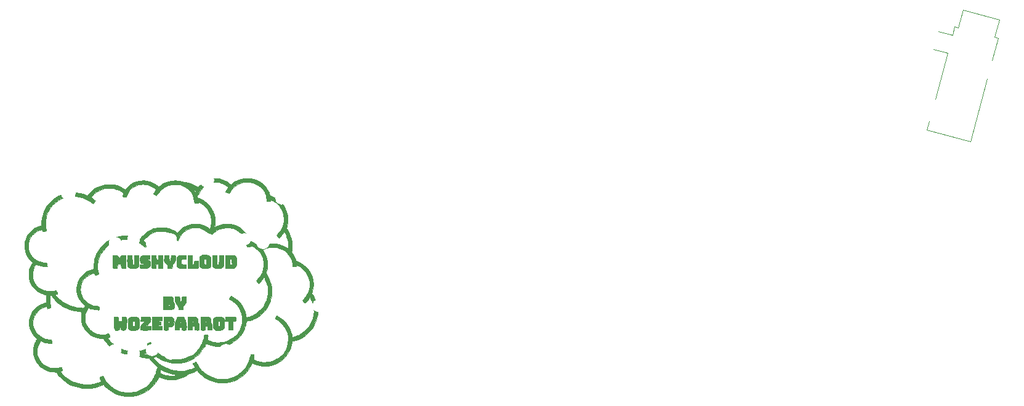
<source format=gbr>
G04 #@! TF.GenerationSoftware,KiCad,Pcbnew,5.1.8-1*
G04 #@! TF.CreationDate,2021-01-06T16:28:38-05:00*
G04 #@! TF.ProjectId,MushyCloud,4d757368-7943-46c6-9f75-642e6b696361,rev?*
G04 #@! TF.SameCoordinates,Original*
G04 #@! TF.FileFunction,Legend,Top*
G04 #@! TF.FilePolarity,Positive*
%FSLAX46Y46*%
G04 Gerber Fmt 4.6, Leading zero omitted, Abs format (unit mm)*
G04 Created by KiCad (PCBNEW 5.1.8-1) date 2021-01-06 16:28:38*
%MOMM*%
%LPD*%
G01*
G04 APERTURE LIST*
%ADD10C,0.010000*%
%ADD11C,0.120000*%
%ADD12R,1.752600X1.752600*%
%ADD13C,1.752600*%
%ADD14O,1.700000X1.700000*%
%ADD15R,1.700000X1.700000*%
%ADD16C,0.100000*%
%ADD17C,1.700000*%
%ADD18C,1.651000*%
%ADD19R,1.651000X1.651000*%
%ADD20C,2.000000*%
%ADD21C,3.400000*%
G04 APERTURE END LIST*
D10*
G36*
X84574767Y-91688523D02*
G01*
X85102279Y-91795158D01*
X85588679Y-91973167D01*
X86029813Y-92220035D01*
X86421522Y-92533243D01*
X86759650Y-92910278D01*
X86884516Y-93086801D01*
X86982946Y-93250626D01*
X87081466Y-93438674D01*
X87170657Y-93629964D01*
X87241104Y-93803513D01*
X87283389Y-93938339D01*
X87291333Y-93993214D01*
X87327692Y-94047334D01*
X87407750Y-94084342D01*
X87549594Y-94134104D01*
X87737345Y-94219971D01*
X87947602Y-94329415D01*
X88156966Y-94449908D01*
X88342036Y-94568924D01*
X88423827Y-94628315D01*
X88817650Y-94977361D01*
X89140018Y-95365097D01*
X89395732Y-95798954D01*
X89589593Y-96286363D01*
X89663479Y-96547070D01*
X89716163Y-96843190D01*
X89741161Y-97180306D01*
X89739015Y-97530400D01*
X89710273Y-97865453D01*
X89655477Y-98157448D01*
X89630492Y-98243530D01*
X89544844Y-98506561D01*
X89650819Y-98645697D01*
X89760127Y-98814925D01*
X89880092Y-99043075D01*
X90000515Y-99307011D01*
X90111201Y-99583596D01*
X90201950Y-99849695D01*
X90238742Y-99979592D01*
X90286092Y-100178502D01*
X90317185Y-100356229D01*
X90335014Y-100540988D01*
X90342575Y-100760991D01*
X90343311Y-100965000D01*
X90339910Y-101190656D01*
X90332203Y-101398408D01*
X90321283Y-101567026D01*
X90308243Y-101675277D01*
X90306249Y-101684666D01*
X90292456Y-101779136D01*
X90309275Y-101861959D01*
X90366159Y-101963268D01*
X90416290Y-102035470D01*
X90497804Y-102164191D01*
X90588398Y-102330137D01*
X90678267Y-102512235D01*
X90757605Y-102689412D01*
X90816605Y-102840596D01*
X90845462Y-102944713D01*
X90846816Y-102960660D01*
X90884939Y-103022638D01*
X90963750Y-103059008D01*
X91106213Y-103108992D01*
X91294595Y-103195227D01*
X91505586Y-103305218D01*
X91715877Y-103426472D01*
X91902160Y-103546494D01*
X91983715Y-103605741D01*
X92377039Y-103959108D01*
X92703709Y-104358680D01*
X92961090Y-104796535D01*
X93146551Y-105264750D01*
X93257457Y-105755404D01*
X93291175Y-106260574D01*
X93245071Y-106772340D01*
X93159942Y-107144010D01*
X93061210Y-107484887D01*
X93165835Y-107622193D01*
X93274361Y-107790286D01*
X93393638Y-108017315D01*
X93513498Y-108280173D01*
X93623772Y-108555753D01*
X93714292Y-108820951D01*
X93752038Y-108954258D01*
X93812027Y-109260861D01*
X93850141Y-109611795D01*
X93865317Y-109977219D01*
X93856488Y-110327291D01*
X93822590Y-110632170D01*
X93813634Y-110680500D01*
X93655524Y-111261732D01*
X93422660Y-111806959D01*
X93119305Y-112310585D01*
X92749719Y-112767015D01*
X92318166Y-113170655D01*
X91828908Y-113515911D01*
X91524666Y-113685034D01*
X91359620Y-113760855D01*
X91161991Y-113840089D01*
X90953183Y-113915459D01*
X90754594Y-113979692D01*
X90587627Y-114025512D01*
X90473683Y-114045645D01*
X90462819Y-114046000D01*
X90418938Y-114048414D01*
X90388229Y-114065976D01*
X90364256Y-114114161D01*
X90340582Y-114208444D01*
X90310769Y-114364300D01*
X90295535Y-114448166D01*
X90157442Y-114978772D01*
X89944336Y-115476767D01*
X89661820Y-115935413D01*
X89315496Y-116347971D01*
X88910969Y-116707704D01*
X88453841Y-117007872D01*
X87983215Y-117228912D01*
X87461591Y-117388041D01*
X86916953Y-117473093D01*
X86364511Y-117483896D01*
X85819471Y-117420280D01*
X85297044Y-117282074D01*
X85234765Y-117259795D01*
X85094033Y-117204431D01*
X84981861Y-117154036D01*
X84930226Y-117124670D01*
X84890782Y-117097744D01*
X84862765Y-117106700D01*
X84830995Y-117166777D01*
X84792106Y-117263333D01*
X84611931Y-117631998D01*
X84365154Y-118006740D01*
X84066357Y-118369613D01*
X83730125Y-118702666D01*
X83417833Y-118954681D01*
X82895003Y-119286265D01*
X82354921Y-119535687D01*
X81792756Y-119704537D01*
X81203675Y-119794404D01*
X80813754Y-119811193D01*
X80193506Y-119773548D01*
X79599970Y-119657606D01*
X79037701Y-119465283D01*
X78511255Y-119198498D01*
X78025185Y-118859166D01*
X77588176Y-118453600D01*
X77275317Y-118121028D01*
X77076350Y-118222145D01*
X76942984Y-118282613D01*
X76761379Y-118355438D01*
X76564120Y-118427755D01*
X76499872Y-118449741D01*
X76286402Y-118532476D01*
X76061414Y-118637568D01*
X75867004Y-118745014D01*
X75833097Y-118766600D01*
X75358293Y-119029406D01*
X74849949Y-119218657D01*
X74317735Y-119333608D01*
X73771324Y-119373511D01*
X73220388Y-119337621D01*
X72674600Y-119225190D01*
X72174642Y-119048939D01*
X71980450Y-118965584D01*
X71927044Y-119113276D01*
X71780969Y-119430817D01*
X71571233Y-119765600D01*
X71311602Y-120100608D01*
X71015840Y-120418826D01*
X70697713Y-120703236D01*
X70548500Y-120817415D01*
X70020056Y-121149053D01*
X69461600Y-121402136D01*
X68877530Y-121575471D01*
X68272241Y-121667862D01*
X67650131Y-121678115D01*
X67437000Y-121662813D01*
X66855857Y-121567770D01*
X66294391Y-121396294D01*
X65763017Y-121153403D01*
X65272152Y-120844114D01*
X64832212Y-120473445D01*
X64710225Y-120349439D01*
X64405983Y-120026028D01*
X64209106Y-120126084D01*
X63742222Y-120320288D01*
X63225176Y-120457898D01*
X62671459Y-120538151D01*
X62094562Y-120560281D01*
X61507976Y-120523525D01*
X60925191Y-120427118D01*
X60557833Y-120332994D01*
X60279645Y-120235212D01*
X59965008Y-120098721D01*
X59643443Y-119937878D01*
X59344475Y-119767040D01*
X59194173Y-119669794D01*
X58969852Y-119500654D01*
X58727116Y-119291373D01*
X58486301Y-119061708D01*
X58267747Y-118831418D01*
X58091793Y-118620262D01*
X58039769Y-118548328D01*
X57892371Y-118332857D01*
X57547134Y-118308493D01*
X57038292Y-118233757D01*
X56565491Y-118086691D01*
X56134372Y-117871864D01*
X55750577Y-117593844D01*
X55419747Y-117257200D01*
X55147524Y-116866500D01*
X54939549Y-116426313D01*
X54842027Y-116117884D01*
X54804993Y-115935343D01*
X54786863Y-115732652D01*
X54785699Y-115482873D01*
X54788935Y-115379500D01*
X54818261Y-115018566D01*
X54882313Y-114705454D01*
X54990461Y-114407205D01*
X55152075Y-114090860D01*
X55158442Y-114079706D01*
X55320913Y-113795913D01*
X54990291Y-113460368D01*
X54681774Y-113090543D01*
X54447786Y-112688207D01*
X54288640Y-112261589D01*
X54204645Y-111818920D01*
X54196745Y-111401892D01*
X54709671Y-111401892D01*
X54719897Y-111791010D01*
X54800418Y-112176253D01*
X54952883Y-112548644D01*
X55178940Y-112899206D01*
X55367007Y-113112005D01*
X55704967Y-113398016D01*
X56084108Y-113615515D01*
X56510499Y-113767259D01*
X56990208Y-113856008D01*
X57007678Y-113857968D01*
X57150330Y-113875617D01*
X57230290Y-113897896D01*
X57269041Y-113938539D01*
X57288065Y-114011278D01*
X57292962Y-114040348D01*
X57317575Y-114208957D01*
X57317693Y-114311130D01*
X57285605Y-114363418D01*
X57213601Y-114382370D01*
X57132557Y-114384666D01*
X56909196Y-114368600D01*
X56642913Y-114325184D01*
X56368095Y-114261594D01*
X56119127Y-114185004D01*
X56050406Y-114158870D01*
X55794121Y-114055352D01*
X55710908Y-114161141D01*
X55540112Y-114434284D01*
X55407292Y-114760988D01*
X55320648Y-115115557D01*
X55288382Y-115472294D01*
X55288338Y-115485333D01*
X55328674Y-115914784D01*
X55446330Y-116317839D01*
X55636279Y-116687778D01*
X55893493Y-117017884D01*
X56212945Y-117301438D01*
X56589606Y-117531722D01*
X56924455Y-117671613D01*
X57105081Y-117727929D01*
X57267498Y-117762568D01*
X57444630Y-117780400D01*
X57669404Y-117786300D01*
X57700333Y-117786435D01*
X58022740Y-117776076D01*
X58272879Y-117742296D01*
X58374282Y-117716159D01*
X58499580Y-117679119D01*
X58585833Y-117657464D01*
X58610815Y-117655060D01*
X58640788Y-117719069D01*
X58681862Y-117828098D01*
X58722594Y-117948770D01*
X58751542Y-118047706D01*
X58758666Y-118086326D01*
X58722023Y-118135995D01*
X58633732Y-118173041D01*
X58632152Y-118173393D01*
X58536566Y-118202519D01*
X58486062Y-118232853D01*
X58500311Y-118282310D01*
X58562017Y-118376141D01*
X58658416Y-118499207D01*
X58776745Y-118636370D01*
X58904240Y-118772489D01*
X59028138Y-118892426D01*
X59080902Y-118938406D01*
X59590912Y-119315346D01*
X60120822Y-119611641D01*
X60677673Y-119830037D01*
X61268504Y-119973283D01*
X61900354Y-120044127D01*
X61915814Y-120044946D01*
X62510027Y-120037910D01*
X63088986Y-119956659D01*
X63638772Y-119803626D01*
X63908818Y-119696354D01*
X64130872Y-119598150D01*
X64005936Y-119340234D01*
X63942836Y-119205662D01*
X63897950Y-119101711D01*
X63881083Y-119051242D01*
X63917235Y-119020401D01*
X64010803Y-118972406D01*
X64111046Y-118929932D01*
X64340925Y-118839699D01*
X64507607Y-119183932D01*
X64759817Y-119609799D01*
X65082450Y-119998462D01*
X65467074Y-120343543D01*
X65905253Y-120638659D01*
X66388555Y-120877430D01*
X66908545Y-121053475D01*
X67013666Y-121079991D01*
X67373589Y-121139431D01*
X67780409Y-121162414D01*
X68204926Y-121149601D01*
X68617939Y-121101652D01*
X68927068Y-121036704D01*
X69462450Y-120853350D01*
X69959129Y-120597814D01*
X70410414Y-120275558D01*
X70809614Y-119892043D01*
X71150037Y-119452731D01*
X71397706Y-119020166D01*
X71495179Y-118800438D01*
X71586265Y-118558946D01*
X71632842Y-118414602D01*
X72187205Y-118414602D01*
X72198810Y-118462012D01*
X72247486Y-118503388D01*
X72347828Y-118552150D01*
X72481094Y-118607965D01*
X72708497Y-118693383D01*
X72941268Y-118761237D01*
X73211343Y-118820209D01*
X73363666Y-118847921D01*
X73492860Y-118858245D01*
X73679624Y-118858407D01*
X73898312Y-118849991D01*
X74123282Y-118834584D01*
X74328887Y-118813771D01*
X74489486Y-118789137D01*
X74549000Y-118774640D01*
X74739500Y-118715615D01*
X74485500Y-118685229D01*
X73903474Y-118590297D01*
X73372533Y-118448213D01*
X72869347Y-118252202D01*
X72676315Y-118160043D01*
X72271430Y-117956981D01*
X72248778Y-118086407D01*
X72222066Y-118229268D01*
X72198074Y-118347736D01*
X72187205Y-118414602D01*
X71632842Y-118414602D01*
X71664044Y-118317910D01*
X71721593Y-118099549D01*
X71751991Y-117926081D01*
X71755000Y-117873206D01*
X71778634Y-117795679D01*
X71862729Y-117763897D01*
X71865426Y-117763561D01*
X71913412Y-117753334D01*
X71923567Y-117731182D01*
X71888253Y-117686484D01*
X71799830Y-117608619D01*
X71688523Y-117517577D01*
X71526983Y-117375159D01*
X71345790Y-117196856D01*
X71162584Y-117001949D01*
X70995007Y-116809717D01*
X70860701Y-116639443D01*
X70793172Y-116539023D01*
X70754256Y-116484687D01*
X70702419Y-116449451D01*
X70617800Y-116426970D01*
X70480534Y-116410895D01*
X70362964Y-116401561D01*
X70020008Y-116362866D01*
X69867018Y-116328816D01*
X71312467Y-116328816D01*
X71326077Y-116380312D01*
X71389740Y-116475944D01*
X71491483Y-116602219D01*
X71619332Y-116745643D01*
X71761315Y-116892723D01*
X71905457Y-117029965D01*
X72026263Y-117133227D01*
X72556006Y-117504464D01*
X73110086Y-117795909D01*
X73684801Y-118006756D01*
X74276450Y-118136198D01*
X74881330Y-118183429D01*
X75495739Y-118147642D01*
X76115975Y-118028031D01*
X76124133Y-118025901D01*
X76305681Y-117973027D01*
X76493639Y-117909471D01*
X76670626Y-117842243D01*
X76819263Y-117778356D01*
X76922169Y-117724820D01*
X76961962Y-117688646D01*
X76962000Y-117687896D01*
X76942996Y-117637620D01*
X76893577Y-117537084D01*
X76835766Y-117428846D01*
X76768982Y-117301442D01*
X76722963Y-117201731D01*
X76708850Y-117157500D01*
X76744701Y-117120647D01*
X76838332Y-117068435D01*
X76940298Y-117024046D01*
X77172430Y-116932926D01*
X77303968Y-117193379D01*
X77583428Y-117655151D01*
X77931917Y-118077345D01*
X78339035Y-118449700D01*
X78794384Y-118761956D01*
X79015166Y-118881586D01*
X79394436Y-119052699D01*
X79753732Y-119172475D01*
X80121189Y-119247464D01*
X80524944Y-119284213D01*
X80772000Y-119290494D01*
X81042584Y-119288314D01*
X81261194Y-119275073D01*
X81460172Y-119247404D01*
X81671861Y-119201943D01*
X81707786Y-119193113D01*
X82263974Y-119013868D01*
X82773754Y-118766023D01*
X83233189Y-118452711D01*
X83638343Y-118077067D01*
X83985280Y-117642224D01*
X84268713Y-117154086D01*
X84406331Y-116831313D01*
X84508520Y-116506456D01*
X84568336Y-116204602D01*
X84581264Y-116025083D01*
X84587934Y-115934412D01*
X84617714Y-115883153D01*
X84686821Y-115865350D01*
X84811469Y-115875047D01*
X84936997Y-115894437D01*
X85101495Y-115921610D01*
X85074847Y-116268297D01*
X85048198Y-116614985D01*
X85164349Y-116668236D01*
X85592440Y-116834050D01*
X86017093Y-116932243D01*
X86470135Y-116969688D01*
X86564051Y-116970499D01*
X86951682Y-116955446D01*
X87291276Y-116906963D01*
X87615385Y-116817569D01*
X87956564Y-116679784D01*
X88078094Y-116622591D01*
X88509868Y-116369330D01*
X88886221Y-116058946D01*
X89204089Y-115699861D01*
X89460412Y-115300502D01*
X89652127Y-114869291D01*
X89776171Y-114414654D01*
X89829483Y-113945014D01*
X89809000Y-113468796D01*
X89711661Y-112994423D01*
X89551997Y-112567740D01*
X89342436Y-112190873D01*
X89077209Y-111835484D01*
X88772045Y-111518467D01*
X88442678Y-111256715D01*
X88193601Y-111109029D01*
X88096221Y-111052484D01*
X88036486Y-111004261D01*
X88033333Y-110999888D01*
X88037209Y-110942512D01*
X88073741Y-110837327D01*
X88116562Y-110744533D01*
X88225160Y-110530225D01*
X88424997Y-110644372D01*
X88911839Y-110967140D01*
X89332317Y-111340278D01*
X89684400Y-111760986D01*
X89966058Y-112226465D01*
X90175260Y-112733915D01*
X90301190Y-113231083D01*
X90336960Y-113389901D01*
X90374565Y-113497678D01*
X90408254Y-113537992D01*
X90408646Y-113538000D01*
X90474728Y-113523724D01*
X90598394Y-113485911D01*
X90758462Y-113432077D01*
X90933751Y-113369742D01*
X91103080Y-113306423D01*
X91245267Y-113249638D01*
X91334166Y-113209493D01*
X91635456Y-113030172D01*
X91946056Y-112801833D01*
X92243773Y-112543738D01*
X92506410Y-112275151D01*
X92711774Y-112015335D01*
X92714233Y-112011709D01*
X92992751Y-111532030D01*
X93189835Y-111034248D01*
X93307643Y-110511307D01*
X93348333Y-109956149D01*
X93348386Y-109938307D01*
X93341947Y-109641343D01*
X93318082Y-109390694D01*
X93270870Y-109148822D01*
X93194395Y-108878190D01*
X93168399Y-108796666D01*
X93117800Y-108655477D01*
X93052929Y-108494770D01*
X92982450Y-108333509D01*
X92915025Y-108190661D01*
X92859320Y-108085191D01*
X92823998Y-108036065D01*
X92820310Y-108034666D01*
X92789162Y-108065816D01*
X92721748Y-108147786D01*
X92632188Y-108263356D01*
X92625155Y-108272655D01*
X92502525Y-108425677D01*
X92368491Y-108578834D01*
X92275263Y-108675826D01*
X92176806Y-108768155D01*
X92116093Y-108808380D01*
X92071076Y-108804343D01*
X92021957Y-108765921D01*
X91936708Y-108676101D01*
X91855029Y-108573220D01*
X91771197Y-108455607D01*
X92027978Y-108181107D01*
X92302351Y-107828324D01*
X92519068Y-107425420D01*
X92673000Y-106988675D01*
X92759022Y-106534371D01*
X92772006Y-106078787D01*
X92752880Y-105879341D01*
X92646296Y-105398030D01*
X92465814Y-104954362D01*
X92215512Y-104554088D01*
X91899468Y-104202960D01*
X91521758Y-103906730D01*
X91238570Y-103743020D01*
X91089293Y-103670858D01*
X90999833Y-103639383D01*
X90956721Y-103646889D01*
X90946485Y-103691665D01*
X90947287Y-103706083D01*
X90938501Y-103747758D01*
X90891643Y-103770319D01*
X90788594Y-103779176D01*
X90699166Y-103780166D01*
X90445166Y-103780166D01*
X90416336Y-103488447D01*
X90331529Y-103047274D01*
X90170535Y-102634115D01*
X89939273Y-102256310D01*
X89643660Y-101921200D01*
X89289616Y-101636126D01*
X88883057Y-101408428D01*
X88668868Y-101320895D01*
X88236955Y-101205744D01*
X87783210Y-101160745D01*
X87326283Y-101184911D01*
X86884823Y-101277255D01*
X86477480Y-101436789D01*
X86477228Y-101436916D01*
X86319289Y-101516226D01*
X86468562Y-101749577D01*
X86705052Y-102193608D01*
X86870994Y-102669058D01*
X86964732Y-103162890D01*
X86984609Y-103662062D01*
X86928971Y-104153536D01*
X86823840Y-104547473D01*
X86747969Y-104767997D01*
X86855381Y-104909082D01*
X86965612Y-105079658D01*
X87086360Y-105309134D01*
X87207393Y-105574323D01*
X87318477Y-105852042D01*
X87409380Y-106119104D01*
X87444981Y-106244925D01*
X87537789Y-106758882D01*
X87561460Y-107299644D01*
X87516720Y-107846186D01*
X87404291Y-108377479D01*
X87367333Y-108500333D01*
X87156552Y-109023645D01*
X86871580Y-109516150D01*
X86519859Y-109969511D01*
X86108830Y-110375389D01*
X85645934Y-110725446D01*
X85138612Y-111011343D01*
X85117765Y-111021202D01*
X84963330Y-111089353D01*
X84797377Y-111152482D01*
X84601640Y-111216619D01*
X84357853Y-111287793D01*
X84084583Y-111362231D01*
X84045069Y-111410033D01*
X84031666Y-111487034D01*
X84017045Y-111618865D01*
X83977707Y-111804944D01*
X83920436Y-112020930D01*
X83852019Y-112242484D01*
X83779242Y-112445267D01*
X83735318Y-112549983D01*
X83477095Y-113019413D01*
X83148858Y-113451402D01*
X82760401Y-113836772D01*
X82321522Y-114166345D01*
X81842015Y-114430943D01*
X81633215Y-114519579D01*
X81110148Y-114679070D01*
X80564092Y-114764042D01*
X80010108Y-114774322D01*
X79463256Y-114709739D01*
X78938599Y-114570121D01*
X78884765Y-114550865D01*
X78746911Y-114496900D01*
X78640398Y-114449058D01*
X78593950Y-114421772D01*
X78532510Y-114387512D01*
X78490087Y-114426817D01*
X78466601Y-114498528D01*
X78431949Y-114588992D01*
X78366141Y-114725193D01*
X78282157Y-114880616D01*
X78264551Y-114911278D01*
X77918793Y-115427597D01*
X77520177Y-115879531D01*
X77073110Y-116264541D01*
X76582000Y-116580083D01*
X76051254Y-116823617D01*
X75485281Y-116992600D01*
X74888486Y-117084491D01*
X74466185Y-117101641D01*
X73837121Y-117060368D01*
X73240524Y-116941105D01*
X72674675Y-116743321D01*
X72137854Y-116466486D01*
X71890555Y-116305765D01*
X71744904Y-116205358D01*
X71655055Y-116148108D01*
X71607542Y-116128480D01*
X71588900Y-116140942D01*
X71585666Y-116179960D01*
X71585666Y-116180469D01*
X71549017Y-116230744D01*
X71460714Y-116268045D01*
X71459152Y-116268393D01*
X71363336Y-116297827D01*
X71312467Y-116328816D01*
X69867018Y-116328816D01*
X69717590Y-116295559D01*
X69413528Y-116189079D01*
X69270502Y-116128055D01*
X69142987Y-116074492D01*
X69028386Y-116036872D01*
X68905137Y-116011362D01*
X68751680Y-115994123D01*
X68546453Y-115981320D01*
X68410666Y-115975080D01*
X67900288Y-115935432D01*
X67443257Y-115859696D01*
X67366115Y-115838558D01*
X70034335Y-115838558D01*
X70107983Y-115864042D01*
X70209833Y-115882038D01*
X70338534Y-115891161D01*
X70514261Y-115890342D01*
X70710037Y-115881259D01*
X70898886Y-115865588D01*
X71053833Y-115845009D01*
X71140790Y-115824143D01*
X71251526Y-115782041D01*
X71094308Y-115593956D01*
X70937089Y-115405872D01*
X70763961Y-115494509D01*
X70636857Y-115553590D01*
X70465419Y-115625592D01*
X70285272Y-115695595D01*
X70273333Y-115700006D01*
X70115021Y-115762240D01*
X70036018Y-115806523D01*
X70034335Y-115838558D01*
X67366115Y-115838558D01*
X67013841Y-115742030D01*
X66586306Y-115576592D01*
X66514929Y-115544648D01*
X66075512Y-115311095D01*
X65641121Y-115017837D01*
X65232545Y-114681696D01*
X64870574Y-114319489D01*
X64621833Y-114013058D01*
X64410166Y-113720801D01*
X64050333Y-113693022D01*
X63548163Y-113618058D01*
X63091854Y-113473081D01*
X62676699Y-113255986D01*
X62297994Y-112964669D01*
X62188743Y-112860444D01*
X61872089Y-112501154D01*
X61634869Y-112131790D01*
X61471867Y-111740760D01*
X61377864Y-111316469D01*
X61350493Y-110998000D01*
X61350579Y-110644250D01*
X61380269Y-110360104D01*
X61393731Y-110294466D01*
X61454101Y-110035432D01*
X61072321Y-110006611D01*
X60425209Y-109918029D01*
X59807247Y-109751271D01*
X59213388Y-109504586D01*
X58638584Y-109176224D01*
X58594171Y-109146972D01*
X58361639Y-108976210D01*
X58111132Y-108765108D01*
X57862092Y-108532369D01*
X57633960Y-108296696D01*
X57446178Y-108076795D01*
X57361666Y-107961250D01*
X57277265Y-107845811D01*
X57205364Y-107765514D01*
X57166122Y-107739424D01*
X57127045Y-107778058D01*
X57097432Y-107886176D01*
X57077675Y-108049080D01*
X57068164Y-108252075D01*
X57069292Y-108480465D01*
X57081450Y-108719555D01*
X57105030Y-108954647D01*
X57129477Y-109114166D01*
X57157841Y-109271380D01*
X57179446Y-109391559D01*
X57190686Y-109454631D01*
X57191500Y-109459437D01*
X57156428Y-109477371D01*
X57067937Y-109509174D01*
X56954151Y-109545927D01*
X56843194Y-109578715D01*
X56763190Y-109598620D01*
X56745003Y-109601000D01*
X56704675Y-109563853D01*
X56670220Y-109472083D01*
X56665007Y-109447760D01*
X56640596Y-109347708D01*
X56599644Y-109310345D01*
X56512687Y-109314686D01*
X56484442Y-109319156D01*
X56371366Y-109349880D01*
X56215200Y-109407824D01*
X56047905Y-109481017D01*
X56032229Y-109488505D01*
X55655291Y-109712361D01*
X55338760Y-109986203D01*
X55084285Y-110301054D01*
X54893513Y-110647937D01*
X54768092Y-111017875D01*
X54709671Y-111401892D01*
X54196745Y-111401892D01*
X54196111Y-111368428D01*
X54263348Y-110918343D01*
X54406667Y-110476896D01*
X54626379Y-110052315D01*
X54849985Y-109739377D01*
X55068988Y-109515165D01*
X55348256Y-109298008D01*
X55663734Y-109102646D01*
X55991371Y-108943817D01*
X56307114Y-108836259D01*
X56335083Y-108829370D01*
X56557333Y-108776630D01*
X56557333Y-108368606D01*
X56559867Y-108176175D01*
X56566655Y-108002898D01*
X56576473Y-107875141D01*
X56581954Y-107837475D01*
X56591551Y-107770445D01*
X56575357Y-107728899D01*
X56516247Y-107700397D01*
X56397097Y-107672504D01*
X56338538Y-107660682D01*
X56179600Y-107617044D01*
X55979297Y-107545316D01*
X55770663Y-107457824D01*
X55678061Y-107414242D01*
X55267093Y-107166393D01*
X54910222Y-106854615D01*
X54610906Y-106482833D01*
X54372602Y-106054972D01*
X54279259Y-105826331D01*
X54231165Y-105685382D01*
X54198867Y-105560100D01*
X54179293Y-105427160D01*
X54169368Y-105263238D01*
X54166020Y-105045008D01*
X54165839Y-104965500D01*
X54177425Y-104603474D01*
X54216978Y-104297605D01*
X54290957Y-104022159D01*
X54405818Y-103751405D01*
X54525981Y-103530274D01*
X54686528Y-103255537D01*
X54355599Y-102919680D01*
X54042065Y-102544661D01*
X53805348Y-102135613D01*
X53646944Y-101696524D01*
X53568348Y-101231381D01*
X53566957Y-101011927D01*
X54070791Y-101011927D01*
X54112531Y-101404646D01*
X54220861Y-101781768D01*
X54391771Y-102134772D01*
X54621253Y-102455140D01*
X54905297Y-102734350D01*
X55239895Y-102963884D01*
X55621039Y-103135221D01*
X55987341Y-103230309D01*
X56169755Y-103259563D01*
X56340323Y-103281384D01*
X56465746Y-103291592D01*
X56477711Y-103291856D01*
X56579252Y-103299928D01*
X56628552Y-103338266D01*
X56653769Y-103432011D01*
X56657161Y-103452083D01*
X56675106Y-103587059D01*
X56683746Y-103703701D01*
X56683867Y-103712331D01*
X56684333Y-103813830D01*
X56273688Y-103784964D01*
X55787065Y-103714815D01*
X55509119Y-103637720D01*
X55155197Y-103519342D01*
X55073946Y-103622635D01*
X54905296Y-103892529D01*
X54773522Y-104216274D01*
X54686840Y-104568054D01*
X54653466Y-104922053D01*
X54653338Y-104944333D01*
X54693318Y-105370864D01*
X54808941Y-105769919D01*
X54993728Y-106134631D01*
X55241203Y-106458135D01*
X55544887Y-106733564D01*
X55898304Y-106954053D01*
X56294975Y-107112735D01*
X56728424Y-107202745D01*
X56790166Y-107209333D01*
X56986071Y-107216217D01*
X57224992Y-107207711D01*
X57473869Y-107186518D01*
X57699645Y-107155341D01*
X57849816Y-107122692D01*
X57906036Y-107120711D01*
X57950113Y-107163975D01*
X57996797Y-107269115D01*
X58008775Y-107301902D01*
X58059301Y-107452947D01*
X58073785Y-107544679D01*
X58047793Y-107596335D01*
X57976889Y-107627147D01*
X57931073Y-107638877D01*
X57780813Y-107674833D01*
X58009700Y-107952132D01*
X58348523Y-108305094D01*
X58752779Y-108629473D01*
X59205297Y-108915264D01*
X59688905Y-109152462D01*
X60186431Y-109331060D01*
X60515500Y-109412257D01*
X60748996Y-109455920D01*
X60943927Y-109483701D01*
X61139668Y-109499878D01*
X61375597Y-109508730D01*
X61410901Y-109509558D01*
X61568648Y-109511548D01*
X61665134Y-109503273D01*
X61723740Y-109476538D01*
X61767847Y-109423148D01*
X61797609Y-109374010D01*
X61881582Y-109231686D01*
X61535913Y-108875758D01*
X61213671Y-108489780D01*
X60970114Y-108077793D01*
X60806509Y-107643081D01*
X60724122Y-107188925D01*
X60722135Y-106950976D01*
X61223159Y-106950976D01*
X61268935Y-107347562D01*
X61294897Y-107456929D01*
X61446726Y-107877055D01*
X61666454Y-108251288D01*
X61947720Y-108574407D01*
X62284166Y-108841190D01*
X62669433Y-109046416D01*
X63097160Y-109184866D01*
X63472395Y-109244657D01*
X63787013Y-109273166D01*
X63812374Y-109426500D01*
X63838726Y-109595236D01*
X63840622Y-109699466D01*
X63804340Y-109753019D01*
X63716156Y-109769727D01*
X63562347Y-109763421D01*
X63483615Y-109757852D01*
X63206198Y-109727399D01*
X62932851Y-109678066D01*
X62689099Y-109615529D01*
X62500462Y-109545462D01*
X62477433Y-109534104D01*
X62399553Y-109500644D01*
X62345613Y-109511231D01*
X62284528Y-109576849D01*
X62258141Y-109611602D01*
X62065581Y-109934578D01*
X61931568Y-110301316D01*
X61860123Y-110690805D01*
X61855265Y-111082036D01*
X61911878Y-111421013D01*
X62063759Y-111831824D01*
X62287118Y-112202292D01*
X62575918Y-112526125D01*
X62924119Y-112797033D01*
X63325684Y-113008726D01*
X63500000Y-113075449D01*
X63743605Y-113134856D01*
X64034505Y-113168235D01*
X64341490Y-113174995D01*
X64633347Y-113154544D01*
X64878867Y-113106292D01*
X64893616Y-113101825D01*
X65018913Y-113064785D01*
X65105167Y-113043131D01*
X65130148Y-113040727D01*
X65160121Y-113104736D01*
X65201195Y-113213765D01*
X65241927Y-113334436D01*
X65270875Y-113433373D01*
X65278000Y-113471993D01*
X65241356Y-113521662D01*
X65153065Y-113558708D01*
X65151485Y-113559060D01*
X65055046Y-113589328D01*
X65003197Y-113622076D01*
X65016822Y-113673719D01*
X65080885Y-113769995D01*
X65183893Y-113897810D01*
X65314351Y-114044066D01*
X65460767Y-114195666D01*
X65611646Y-114339515D01*
X65703382Y-114419899D01*
X66188262Y-114775182D01*
X66711784Y-115061149D01*
X67264447Y-115274838D01*
X67836746Y-115413288D01*
X68419181Y-115473539D01*
X69002247Y-115452630D01*
X69013916Y-115451356D01*
X69518789Y-115372966D01*
X69981995Y-115255905D01*
X70382485Y-115105904D01*
X70650483Y-114984389D01*
X70525408Y-114726186D01*
X70462269Y-114591540D01*
X70417339Y-114487508D01*
X70400417Y-114436908D01*
X70436568Y-114406068D01*
X70530136Y-114358073D01*
X70630379Y-114315599D01*
X70860258Y-114225365D01*
X71026940Y-114569599D01*
X71280102Y-114997616D01*
X71603703Y-115389171D01*
X71988954Y-115737658D01*
X72427065Y-116036468D01*
X72909248Y-116278993D01*
X73426711Y-116458627D01*
X73596500Y-116501332D01*
X73922279Y-116554913D01*
X74291601Y-116581273D01*
X74672845Y-116580386D01*
X75034387Y-116552225D01*
X75319943Y-116502794D01*
X75885814Y-116329553D01*
X76397752Y-116091114D01*
X76855421Y-115787747D01*
X77258489Y-115419723D01*
X77606620Y-114987315D01*
X77899481Y-114490793D01*
X77963003Y-114358881D01*
X78051846Y-114145011D01*
X78134277Y-113907908D01*
X78203371Y-113671627D01*
X78252205Y-113460223D01*
X78273854Y-113297753D01*
X78274333Y-113277228D01*
X78283879Y-113204828D01*
X78322985Y-113166097D01*
X78407354Y-113156849D01*
X78552688Y-113172901D01*
X78623583Y-113184171D01*
X78728603Y-113209598D01*
X78773393Y-113253411D01*
X78782333Y-113329788D01*
X78773332Y-113441825D01*
X78750471Y-113591364D01*
X78735371Y-113668140D01*
X78712620Y-113780561D01*
X78710622Y-113857247D01*
X78741855Y-113912568D01*
X78818796Y-113960891D01*
X78953923Y-114016585D01*
X79078666Y-114063469D01*
X79403520Y-114169065D01*
X79714729Y-114231978D01*
X80050982Y-114258946D01*
X80214051Y-114261166D01*
X80600075Y-114246280D01*
X80938201Y-114198273D01*
X81261001Y-114109638D01*
X81601043Y-113972869D01*
X81732200Y-113911251D01*
X82169385Y-113656161D01*
X82550904Y-113345511D01*
X82873720Y-112987447D01*
X83134794Y-112590110D01*
X83331089Y-112161644D01*
X83459565Y-111710192D01*
X83517185Y-111243898D01*
X83500911Y-110770905D01*
X83407703Y-110299355D01*
X83244331Y-109858407D01*
X83034770Y-109481539D01*
X82769542Y-109126151D01*
X82464379Y-108809134D01*
X82135011Y-108547381D01*
X81885934Y-108399695D01*
X81788555Y-108343151D01*
X81728819Y-108294928D01*
X81725667Y-108290554D01*
X81729542Y-108233179D01*
X81766074Y-108127994D01*
X81808896Y-108035200D01*
X81917494Y-107820892D01*
X82117330Y-107935038D01*
X82604172Y-108257807D01*
X83024650Y-108630945D01*
X83376733Y-109051653D01*
X83658391Y-109517132D01*
X83867594Y-110024582D01*
X83993523Y-110521750D01*
X84029293Y-110680567D01*
X84066898Y-110788345D01*
X84100588Y-110828659D01*
X84100980Y-110828666D01*
X84167062Y-110814391D01*
X84290727Y-110776578D01*
X84450796Y-110722744D01*
X84626085Y-110660409D01*
X84795413Y-110597090D01*
X84937600Y-110540305D01*
X85026500Y-110500160D01*
X85327789Y-110320839D01*
X85638390Y-110092499D01*
X85936106Y-109834405D01*
X86198743Y-109565818D01*
X86404107Y-109306002D01*
X86406566Y-109302376D01*
X86646230Y-108889489D01*
X86842357Y-108432840D01*
X86979802Y-107968434D01*
X86992600Y-107909223D01*
X87018129Y-107725766D01*
X87033662Y-107489501D01*
X87039141Y-107227968D01*
X87034503Y-106968701D01*
X87019688Y-106739239D01*
X86995551Y-106571249D01*
X86945038Y-106371558D01*
X86878823Y-106155016D01*
X86802869Y-105936495D01*
X86723136Y-105730869D01*
X86645586Y-105553011D01*
X86576179Y-105417795D01*
X86520878Y-105340093D01*
X86496973Y-105327265D01*
X86458733Y-105359721D01*
X86384692Y-105444248D01*
X86288922Y-105564500D01*
X86259779Y-105602812D01*
X86138216Y-105753270D01*
X86010852Y-105893528D01*
X85903591Y-105995208D01*
X85895803Y-106001502D01*
X85737881Y-106126578D01*
X85634073Y-106011705D01*
X85533739Y-105900052D01*
X85475920Y-105819463D01*
X85463347Y-105750852D01*
X85498747Y-105675131D01*
X85584849Y-105573216D01*
X85716625Y-105434189D01*
X86012287Y-105062943D01*
X86237492Y-104650462D01*
X86388902Y-104207121D01*
X86463179Y-103743293D01*
X86456983Y-103269355D01*
X86445213Y-103170007D01*
X86338629Y-102688697D01*
X86158147Y-102245029D01*
X85907845Y-101844755D01*
X85591801Y-101493626D01*
X85214091Y-101197397D01*
X84930903Y-101033687D01*
X84781626Y-100961525D01*
X84692166Y-100930050D01*
X84649054Y-100937555D01*
X84638818Y-100982332D01*
X84639620Y-100996750D01*
X84630834Y-101038425D01*
X84583977Y-101060986D01*
X84480927Y-101069842D01*
X84391500Y-101070833D01*
X84137500Y-101070833D01*
X84108670Y-100779114D01*
X84024278Y-100337286D01*
X83865376Y-99926565D01*
X83638389Y-99553198D01*
X83349742Y-99223430D01*
X83005858Y-98943507D01*
X82613164Y-98719674D01*
X82178082Y-98558178D01*
X81731608Y-98468216D01*
X81272363Y-98451145D01*
X80821638Y-98510857D01*
X80389885Y-98642245D01*
X79987555Y-98840201D01*
X79625101Y-99099620D01*
X79312975Y-99415395D01*
X79069104Y-99769083D01*
X78999987Y-99886479D01*
X78947180Y-99967027D01*
X78925051Y-99991333D01*
X78880189Y-99973746D01*
X78783942Y-99928385D01*
X78695690Y-99884498D01*
X78484861Y-99777663D01*
X78555295Y-99641081D01*
X78624160Y-99516041D01*
X78708541Y-99373561D01*
X78731296Y-99336930D01*
X78836863Y-99169360D01*
X78664441Y-99016349D01*
X78335363Y-98779415D01*
X77956236Y-98603696D01*
X77539973Y-98493797D01*
X77099486Y-98454326D01*
X77089000Y-98454283D01*
X76628384Y-98490869D01*
X76197782Y-98599488D01*
X75804454Y-98775377D01*
X75455659Y-99013773D01*
X75158658Y-99309910D01*
X74920710Y-99659025D01*
X74778886Y-99970166D01*
X74725506Y-100100662D01*
X74678078Y-100191568D01*
X74648950Y-100222071D01*
X74588521Y-100214162D01*
X74476642Y-100196480D01*
X74411416Y-100185514D01*
X74289244Y-100156946D01*
X74225584Y-100112097D01*
X74213559Y-100033217D01*
X74246289Y-99902558D01*
X74272263Y-99826450D01*
X74334192Y-99650922D01*
X74155846Y-99520814D01*
X73751320Y-99273685D01*
X73311595Y-99091747D01*
X72851343Y-98978060D01*
X72385238Y-98935686D01*
X71927953Y-98967686D01*
X71712666Y-99011164D01*
X71226423Y-99171621D01*
X70791008Y-99398832D01*
X70402572Y-99694908D01*
X70314240Y-99778083D01*
X70137703Y-99952156D01*
X70018477Y-100079792D01*
X69954213Y-100174630D01*
X69942563Y-100250310D01*
X69981177Y-100320471D01*
X70067707Y-100398751D01*
X70191228Y-100492368D01*
X70323565Y-100595082D01*
X70424951Y-100680779D01*
X70479685Y-100735886D01*
X70485000Y-100746319D01*
X70459503Y-100795038D01*
X70393918Y-100884044D01*
X70334436Y-100956326D01*
X70183873Y-101132225D01*
X69880605Y-100901171D01*
X69401663Y-100588129D01*
X68888637Y-100349100D01*
X68350470Y-100185295D01*
X67796105Y-100097930D01*
X67234485Y-100088217D01*
X66674553Y-100157371D01*
X66125253Y-100306605D01*
X65959335Y-100368992D01*
X65472631Y-100606113D01*
X65032824Y-100903374D01*
X64643805Y-101253105D01*
X64309464Y-101647634D01*
X64033691Y-102079290D01*
X63820376Y-102540400D01*
X63673411Y-103023294D01*
X63596685Y-103520299D01*
X63594090Y-104023744D01*
X63669514Y-104525958D01*
X63732969Y-104759218D01*
X63739295Y-104816730D01*
X63702966Y-104858936D01*
X63607059Y-104901327D01*
X63559536Y-104917968D01*
X63405911Y-104966356D01*
X63312409Y-104979901D01*
X63260554Y-104955233D01*
X63231869Y-104888981D01*
X63224205Y-104856806D01*
X63187903Y-104757359D01*
X63124654Y-104708754D01*
X63020008Y-104707995D01*
X62859515Y-104752088D01*
X62807215Y-104770400D01*
X62395462Y-104960576D01*
X62038419Y-105214265D01*
X61738908Y-105529171D01*
X61570423Y-105775624D01*
X61372741Y-106172098D01*
X61257373Y-106561519D01*
X61223159Y-106950976D01*
X60722135Y-106950976D01*
X60720578Y-106764666D01*
X60768230Y-106426778D01*
X60858648Y-106075827D01*
X60980424Y-105753183D01*
X61024746Y-105661522D01*
X61236935Y-105328018D01*
X61512667Y-105012748D01*
X61835053Y-104729097D01*
X62187206Y-104490448D01*
X62552237Y-104310185D01*
X62849688Y-104215241D01*
X63067209Y-104164543D01*
X63087809Y-103633688D01*
X63120966Y-103200229D01*
X63188644Y-102816903D01*
X63297690Y-102453827D01*
X63432586Y-102128899D01*
X63725756Y-101591381D01*
X64080477Y-101109323D01*
X64491400Y-100686295D01*
X64953177Y-100325864D01*
X65460458Y-100031598D01*
X66007895Y-99807065D01*
X66590140Y-99655834D01*
X67201844Y-99581471D01*
X67255367Y-99578794D01*
X67809373Y-99582411D01*
X68327581Y-99647932D01*
X68836516Y-99779956D01*
X69208586Y-99917326D01*
X69435006Y-100010369D01*
X69521599Y-99884434D01*
X69585886Y-99805190D01*
X69695634Y-99684312D01*
X69835098Y-99538668D01*
X69978458Y-99395000D01*
X70168431Y-99215406D01*
X70333087Y-99079569D01*
X70501619Y-98966462D01*
X70703220Y-98855060D01*
X70787278Y-98812439D01*
X71066610Y-98679012D01*
X71306633Y-98581811D01*
X71531289Y-98515459D01*
X71764516Y-98474582D01*
X72030252Y-98453802D01*
X72352438Y-98447745D01*
X72411166Y-98447784D01*
X72661848Y-98449415D01*
X72849363Y-98454751D01*
X72995210Y-98466674D01*
X73120883Y-98488064D01*
X73247881Y-98521801D01*
X73397699Y-98570767D01*
X73441644Y-98585865D01*
X73755083Y-98704526D01*
X74026836Y-98834145D01*
X74299273Y-98995839D01*
X74407835Y-99067420D01*
X74584170Y-99186139D01*
X74762342Y-98973331D01*
X75077817Y-98659005D01*
X75456636Y-98388876D01*
X75885477Y-98171217D01*
X76272001Y-98035728D01*
X76571673Y-97974961D01*
X76915521Y-97944427D01*
X77270486Y-97944530D01*
X77603508Y-97975676D01*
X77808666Y-98016898D01*
X78153791Y-98131492D01*
X78498580Y-98288547D01*
X78803418Y-98469707D01*
X78837270Y-98493513D01*
X78951252Y-98571807D01*
X79027483Y-98603762D01*
X79079364Y-98580959D01*
X79120296Y-98494980D01*
X79163677Y-98337405D01*
X79178063Y-98279406D01*
X79260799Y-97789937D01*
X79261532Y-97320020D01*
X79179672Y-96865951D01*
X79014624Y-96424023D01*
X78827019Y-96084196D01*
X78637733Y-95829511D01*
X78396327Y-95571260D01*
X78129095Y-95334430D01*
X77862329Y-95144004D01*
X77797460Y-95105831D01*
X77630641Y-95015902D01*
X77523723Y-94968810D01*
X77465132Y-94962005D01*
X77443294Y-94992938D01*
X77442953Y-95027750D01*
X77434167Y-95069425D01*
X77387310Y-95091986D01*
X77284260Y-95100842D01*
X77194833Y-95101833D01*
X76940833Y-95101833D01*
X76912003Y-94810114D01*
X76827284Y-94367813D01*
X76677707Y-93982388D01*
X77264127Y-93982388D01*
X77274933Y-94030438D01*
X77306033Y-94149922D01*
X77328144Y-94244583D01*
X77362159Y-94328932D01*
X77403447Y-94361000D01*
X77470699Y-94380489D01*
X77592195Y-94432503D01*
X77748781Y-94507361D01*
X77921304Y-94595379D01*
X78090611Y-94686877D01*
X78237550Y-94772172D01*
X78315211Y-94821891D01*
X78617504Y-95063793D01*
X78913149Y-95365636D01*
X79182514Y-95703699D01*
X79405961Y-96054258D01*
X79514074Y-96270296D01*
X79652221Y-96667127D01*
X79741574Y-97108206D01*
X79778879Y-97566410D01*
X79760884Y-98014611D01*
X79741041Y-98163347D01*
X79704915Y-98388527D01*
X79910374Y-98285633D01*
X80387481Y-98091012D01*
X80876794Y-97974333D01*
X81369970Y-97932913D01*
X81858667Y-97964067D01*
X82334542Y-98065111D01*
X82789253Y-98233361D01*
X83214457Y-98466132D01*
X83601812Y-98760740D01*
X83942976Y-99114501D01*
X84229606Y-99524730D01*
X84328758Y-99707293D01*
X84408727Y-99877080D01*
X84474800Y-100036250D01*
X84515572Y-100156753D01*
X84520943Y-100179968D01*
X84561789Y-100292357D01*
X84640330Y-100345750D01*
X84652941Y-100349251D01*
X84832004Y-100411669D01*
X85052838Y-100514507D01*
X85291882Y-100644328D01*
X85525578Y-100787698D01*
X85730365Y-100931179D01*
X85855397Y-101035014D01*
X85964628Y-101136405D01*
X86157346Y-101028693D01*
X86555940Y-100848094D01*
X86998511Y-100721061D01*
X87459843Y-100652367D01*
X87914723Y-100646784D01*
X88088434Y-100663190D01*
X88550865Y-100753517D01*
X88994881Y-100899850D01*
X89398412Y-101093839D01*
X89640833Y-101250472D01*
X89810166Y-101374521D01*
X89831333Y-101159177D01*
X89837987Y-101007634D01*
X89835475Y-100812771D01*
X89824370Y-100615374D01*
X89823514Y-100605166D01*
X89794893Y-100394194D01*
X89746356Y-100152562D01*
X89687819Y-99928851D01*
X89680957Y-99906666D01*
X89614159Y-99712170D01*
X89538117Y-99517697D01*
X89460262Y-99339347D01*
X89388026Y-99193219D01*
X89328842Y-99095411D01*
X89290973Y-99061932D01*
X89252733Y-99094388D01*
X89178692Y-99178915D01*
X89082922Y-99299166D01*
X89053779Y-99337478D01*
X88932216Y-99487937D01*
X88804852Y-99628194D01*
X88697591Y-99729874D01*
X88689803Y-99736169D01*
X88531881Y-99861245D01*
X88428073Y-99746372D01*
X88327739Y-99634719D01*
X88269920Y-99554130D01*
X88257347Y-99485518D01*
X88292747Y-99409798D01*
X88378849Y-99307883D01*
X88510625Y-99168856D01*
X88804758Y-98807030D01*
X89020406Y-98420893D01*
X89159847Y-98004179D01*
X89225363Y-97550621D01*
X89228023Y-97197333D01*
X89167048Y-96703758D01*
X89030291Y-96241718D01*
X88821733Y-95817471D01*
X88545353Y-95437271D01*
X88205132Y-95107375D01*
X87805051Y-94834039D01*
X87682570Y-94768354D01*
X87533293Y-94696191D01*
X87443833Y-94664717D01*
X87400721Y-94672222D01*
X87390485Y-94716998D01*
X87391287Y-94731416D01*
X87382501Y-94773092D01*
X87335643Y-94795652D01*
X87232594Y-94804509D01*
X87143166Y-94805500D01*
X86889166Y-94805500D01*
X86861919Y-94530333D01*
X86818824Y-94225322D01*
X86748465Y-93961645D01*
X86638323Y-93697259D01*
X86578329Y-93578074D01*
X86335591Y-93199738D01*
X86038847Y-92879108D01*
X85697180Y-92617428D01*
X85319671Y-92415939D01*
X84915403Y-92275885D01*
X84493460Y-92198507D01*
X84062924Y-92185049D01*
X83632877Y-92236752D01*
X83212402Y-92354860D01*
X82810582Y-92540614D01*
X82436500Y-92795257D01*
X82227825Y-92982939D01*
X82084741Y-93138978D01*
X81946925Y-93311839D01*
X81841631Y-93467048D01*
X81832201Y-93483338D01*
X81760020Y-93606648D01*
X81703942Y-93694007D01*
X81676718Y-93726000D01*
X81631856Y-93708413D01*
X81535608Y-93663051D01*
X81447356Y-93619165D01*
X81236528Y-93512330D01*
X81306962Y-93375748D01*
X81375826Y-93250708D01*
X81460208Y-93108227D01*
X81482963Y-93071597D01*
X81588530Y-92904027D01*
X81416107Y-92751015D01*
X81087029Y-92514082D01*
X80707903Y-92338363D01*
X80291640Y-92228464D01*
X79851153Y-92188993D01*
X79840666Y-92188950D01*
X79482912Y-92206890D01*
X79164988Y-92267991D01*
X78849526Y-92380651D01*
X78716623Y-92441567D01*
X78343192Y-92667322D01*
X78024306Y-92955243D01*
X77766555Y-93298066D01*
X77576529Y-93688529D01*
X77570657Y-93704414D01*
X77516839Y-93842663D01*
X77473921Y-93917475D01*
X77427050Y-93946066D01*
X77362415Y-93945772D01*
X77281982Y-93944997D01*
X77264127Y-93982388D01*
X76677707Y-93982388D01*
X76667074Y-93954990D01*
X76437464Y-93578482D01*
X76144546Y-93245124D01*
X75996319Y-93125161D01*
X76744603Y-93125161D01*
X76903676Y-93346580D01*
X76991077Y-93463029D01*
X77044639Y-93516959D01*
X77076105Y-93517204D01*
X77091984Y-93488249D01*
X77090606Y-93388969D01*
X77065616Y-93345000D01*
X76991517Y-93280329D01*
X76886300Y-93208696D01*
X76877308Y-93203330D01*
X76744603Y-93125161D01*
X75996319Y-93125161D01*
X75794411Y-92961754D01*
X75393151Y-92735206D01*
X74946858Y-92572318D01*
X74908833Y-92562095D01*
X74699138Y-92523851D01*
X74440859Y-92501151D01*
X74164888Y-92494509D01*
X73902118Y-92504436D01*
X73683440Y-92531445D01*
X73638833Y-92541034D01*
X73507400Y-92582126D01*
X73329247Y-92650255D01*
X73133112Y-92734055D01*
X73028749Y-92782342D01*
X72811088Y-92893674D01*
X72636514Y-93004405D01*
X72472290Y-93137836D01*
X72306442Y-93296426D01*
X72156852Y-93454025D01*
X72017510Y-93614917D01*
X71908166Y-93755629D01*
X71864753Y-93821324D01*
X71796915Y-93931834D01*
X71746200Y-94004843D01*
X71728403Y-94022333D01*
X71683530Y-94004746D01*
X71587275Y-93959384D01*
X71499023Y-93915498D01*
X71288194Y-93808663D01*
X71357261Y-93672081D01*
X71430411Y-93545043D01*
X71520507Y-93410169D01*
X71534900Y-93390599D01*
X71643471Y-93245698D01*
X71440246Y-93061707D01*
X71233375Y-92905963D01*
X70973737Y-92757123D01*
X70692762Y-92631006D01*
X70421879Y-92543431D01*
X70400333Y-92538273D01*
X70163141Y-92502642D01*
X69882263Y-92489650D01*
X69595559Y-92499155D01*
X69340887Y-92531018D01*
X69286877Y-92542410D01*
X69019703Y-92628165D01*
X68733109Y-92758473D01*
X68462381Y-92915291D01*
X68254326Y-93070371D01*
X68004978Y-93333533D01*
X67789527Y-93648427D01*
X67629722Y-93982995D01*
X67623190Y-94000748D01*
X67570509Y-94131466D01*
X67523571Y-94222524D01*
X67494617Y-94253071D01*
X67434188Y-94245162D01*
X67322309Y-94227480D01*
X67257083Y-94216514D01*
X67134894Y-94187939D01*
X67071237Y-94143076D01*
X67059226Y-94064174D01*
X67091979Y-93933479D01*
X67117889Y-93857564D01*
X67179778Y-93682151D01*
X66980306Y-93535637D01*
X66642877Y-93333982D01*
X66250765Y-93177675D01*
X65822984Y-93070380D01*
X65378546Y-93015766D01*
X64936465Y-93017497D01*
X64561316Y-93069205D01*
X64148358Y-93188595D01*
X63747718Y-93365685D01*
X63380276Y-93588958D01*
X63066913Y-93846895D01*
X62970945Y-93946484D01*
X62838640Y-94095457D01*
X62762182Y-94199393D01*
X62742361Y-94277574D01*
X62779965Y-94349285D01*
X62875784Y-94433809D01*
X62994561Y-94523368D01*
X63126898Y-94626082D01*
X63228284Y-94711779D01*
X63283018Y-94766886D01*
X63288333Y-94777319D01*
X63262836Y-94826038D01*
X63197251Y-94915044D01*
X63137770Y-94987326D01*
X62987206Y-95163225D01*
X62683939Y-94932171D01*
X62205367Y-94618782D01*
X61695547Y-94380086D01*
X61162953Y-94216610D01*
X60616062Y-94128883D01*
X60063348Y-94117432D01*
X59513288Y-94182786D01*
X58974357Y-94325473D01*
X58455031Y-94546021D01*
X58254668Y-94656172D01*
X57786524Y-94977172D01*
X57384483Y-95350958D01*
X57047425Y-95778838D01*
X56774232Y-96262121D01*
X56664228Y-96517289D01*
X56529501Y-96960022D01*
X56451217Y-97442811D01*
X56430759Y-97941395D01*
X56469513Y-98431511D01*
X56535767Y-98769143D01*
X56545486Y-98837626D01*
X56519135Y-98882445D01*
X56439093Y-98921911D01*
X56362599Y-98949060D01*
X56209962Y-98997251D01*
X56117616Y-99010090D01*
X56067027Y-98983131D01*
X56039660Y-98911928D01*
X56030959Y-98869500D01*
X56000878Y-98776064D01*
X55945397Y-98729070D01*
X55850643Y-98726568D01*
X55702740Y-98766606D01*
X55589905Y-98807499D01*
X55241446Y-98979528D01*
X54910941Y-99217144D01*
X54620216Y-99501907D01*
X54391096Y-99815374D01*
X54385195Y-99825382D01*
X54203114Y-100213775D01*
X54099649Y-100612130D01*
X54070791Y-101011927D01*
X53566957Y-101011927D01*
X53565701Y-100813953D01*
X53618769Y-100435675D01*
X53723443Y-100052453D01*
X53869114Y-99699521D01*
X53941485Y-99566233D01*
X54205716Y-99195193D01*
X54528956Y-98865165D01*
X54896657Y-98587284D01*
X55294265Y-98372688D01*
X55673066Y-98240957D01*
X55901166Y-98182656D01*
X55911546Y-97764078D01*
X55966364Y-97167509D01*
X56097368Y-96600392D01*
X56299733Y-96067558D01*
X56568639Y-95573838D01*
X56899262Y-95124063D01*
X57286779Y-94723064D01*
X57726368Y-94375671D01*
X58213206Y-94086717D01*
X58742471Y-93861031D01*
X59309340Y-93703444D01*
X59908991Y-93618788D01*
X60058701Y-93609794D01*
X60613741Y-93613500D01*
X61133011Y-93679340D01*
X61642809Y-93811870D01*
X62010326Y-93947666D01*
X62235153Y-94040049D01*
X62345585Y-93893607D01*
X62429121Y-93793238D01*
X62550396Y-93659968D01*
X62685955Y-93519410D01*
X62713425Y-93491975D01*
X63118351Y-93149070D01*
X63568649Y-92875597D01*
X64057571Y-92674266D01*
X64578372Y-92547786D01*
X65124303Y-92498864D01*
X65188326Y-92498333D01*
X65748107Y-92533797D01*
X66266926Y-92641265D01*
X66750873Y-92822352D01*
X67084459Y-93001245D01*
X67415833Y-93203062D01*
X67733333Y-92878161D01*
X68110277Y-92544369D01*
X68515243Y-92288688D01*
X68956652Y-92106861D01*
X69442928Y-91994632D01*
X69497507Y-91986633D01*
X69932954Y-91965161D01*
X70379864Y-92014913D01*
X70820692Y-92130279D01*
X71237891Y-92305650D01*
X71613914Y-92535416D01*
X71860481Y-92742117D01*
X71987130Y-92864679D01*
X72244321Y-92662561D01*
X72644038Y-92396170D01*
X73090663Y-92183038D01*
X73427166Y-92070009D01*
X73691916Y-92016323D01*
X73998784Y-91985310D01*
X74319584Y-91977294D01*
X74626128Y-91992600D01*
X74890229Y-92031552D01*
X74972333Y-92052251D01*
X75113624Y-92089896D01*
X75308247Y-92137014D01*
X75526492Y-92186572D01*
X75670833Y-92217576D01*
X76040194Y-92301758D01*
X76345825Y-92388579D01*
X76608525Y-92485481D01*
X76849096Y-92599906D01*
X77032704Y-92704858D01*
X77364166Y-92906728D01*
X77681666Y-92581827D01*
X78055788Y-92249956D01*
X78456922Y-91995683D01*
X78894532Y-91814270D01*
X79378086Y-91700979D01*
X79467203Y-91687929D01*
X79899166Y-91666744D01*
X80341650Y-91712860D01*
X80776487Y-91820958D01*
X81185508Y-91985720D01*
X81550545Y-92201823D01*
X81740499Y-92353560D01*
X81937265Y-92530469D01*
X82084882Y-92405569D01*
X82451378Y-92146640D01*
X82871333Y-91938038D01*
X83326541Y-91785006D01*
X83798795Y-91692786D01*
X84269890Y-91666622D01*
X84574767Y-91688523D01*
G37*
X84574767Y-91688523D02*
X85102279Y-91795158D01*
X85588679Y-91973167D01*
X86029813Y-92220035D01*
X86421522Y-92533243D01*
X86759650Y-92910278D01*
X86884516Y-93086801D01*
X86982946Y-93250626D01*
X87081466Y-93438674D01*
X87170657Y-93629964D01*
X87241104Y-93803513D01*
X87283389Y-93938339D01*
X87291333Y-93993214D01*
X87327692Y-94047334D01*
X87407750Y-94084342D01*
X87549594Y-94134104D01*
X87737345Y-94219971D01*
X87947602Y-94329415D01*
X88156966Y-94449908D01*
X88342036Y-94568924D01*
X88423827Y-94628315D01*
X88817650Y-94977361D01*
X89140018Y-95365097D01*
X89395732Y-95798954D01*
X89589593Y-96286363D01*
X89663479Y-96547070D01*
X89716163Y-96843190D01*
X89741161Y-97180306D01*
X89739015Y-97530400D01*
X89710273Y-97865453D01*
X89655477Y-98157448D01*
X89630492Y-98243530D01*
X89544844Y-98506561D01*
X89650819Y-98645697D01*
X89760127Y-98814925D01*
X89880092Y-99043075D01*
X90000515Y-99307011D01*
X90111201Y-99583596D01*
X90201950Y-99849695D01*
X90238742Y-99979592D01*
X90286092Y-100178502D01*
X90317185Y-100356229D01*
X90335014Y-100540988D01*
X90342575Y-100760991D01*
X90343311Y-100965000D01*
X90339910Y-101190656D01*
X90332203Y-101398408D01*
X90321283Y-101567026D01*
X90308243Y-101675277D01*
X90306249Y-101684666D01*
X90292456Y-101779136D01*
X90309275Y-101861959D01*
X90366159Y-101963268D01*
X90416290Y-102035470D01*
X90497804Y-102164191D01*
X90588398Y-102330137D01*
X90678267Y-102512235D01*
X90757605Y-102689412D01*
X90816605Y-102840596D01*
X90845462Y-102944713D01*
X90846816Y-102960660D01*
X90884939Y-103022638D01*
X90963750Y-103059008D01*
X91106213Y-103108992D01*
X91294595Y-103195227D01*
X91505586Y-103305218D01*
X91715877Y-103426472D01*
X91902160Y-103546494D01*
X91983715Y-103605741D01*
X92377039Y-103959108D01*
X92703709Y-104358680D01*
X92961090Y-104796535D01*
X93146551Y-105264750D01*
X93257457Y-105755404D01*
X93291175Y-106260574D01*
X93245071Y-106772340D01*
X93159942Y-107144010D01*
X93061210Y-107484887D01*
X93165835Y-107622193D01*
X93274361Y-107790286D01*
X93393638Y-108017315D01*
X93513498Y-108280173D01*
X93623772Y-108555753D01*
X93714292Y-108820951D01*
X93752038Y-108954258D01*
X93812027Y-109260861D01*
X93850141Y-109611795D01*
X93865317Y-109977219D01*
X93856488Y-110327291D01*
X93822590Y-110632170D01*
X93813634Y-110680500D01*
X93655524Y-111261732D01*
X93422660Y-111806959D01*
X93119305Y-112310585D01*
X92749719Y-112767015D01*
X92318166Y-113170655D01*
X91828908Y-113515911D01*
X91524666Y-113685034D01*
X91359620Y-113760855D01*
X91161991Y-113840089D01*
X90953183Y-113915459D01*
X90754594Y-113979692D01*
X90587627Y-114025512D01*
X90473683Y-114045645D01*
X90462819Y-114046000D01*
X90418938Y-114048414D01*
X90388229Y-114065976D01*
X90364256Y-114114161D01*
X90340582Y-114208444D01*
X90310769Y-114364300D01*
X90295535Y-114448166D01*
X90157442Y-114978772D01*
X89944336Y-115476767D01*
X89661820Y-115935413D01*
X89315496Y-116347971D01*
X88910969Y-116707704D01*
X88453841Y-117007872D01*
X87983215Y-117228912D01*
X87461591Y-117388041D01*
X86916953Y-117473093D01*
X86364511Y-117483896D01*
X85819471Y-117420280D01*
X85297044Y-117282074D01*
X85234765Y-117259795D01*
X85094033Y-117204431D01*
X84981861Y-117154036D01*
X84930226Y-117124670D01*
X84890782Y-117097744D01*
X84862765Y-117106700D01*
X84830995Y-117166777D01*
X84792106Y-117263333D01*
X84611931Y-117631998D01*
X84365154Y-118006740D01*
X84066357Y-118369613D01*
X83730125Y-118702666D01*
X83417833Y-118954681D01*
X82895003Y-119286265D01*
X82354921Y-119535687D01*
X81792756Y-119704537D01*
X81203675Y-119794404D01*
X80813754Y-119811193D01*
X80193506Y-119773548D01*
X79599970Y-119657606D01*
X79037701Y-119465283D01*
X78511255Y-119198498D01*
X78025185Y-118859166D01*
X77588176Y-118453600D01*
X77275317Y-118121028D01*
X77076350Y-118222145D01*
X76942984Y-118282613D01*
X76761379Y-118355438D01*
X76564120Y-118427755D01*
X76499872Y-118449741D01*
X76286402Y-118532476D01*
X76061414Y-118637568D01*
X75867004Y-118745014D01*
X75833097Y-118766600D01*
X75358293Y-119029406D01*
X74849949Y-119218657D01*
X74317735Y-119333608D01*
X73771324Y-119373511D01*
X73220388Y-119337621D01*
X72674600Y-119225190D01*
X72174642Y-119048939D01*
X71980450Y-118965584D01*
X71927044Y-119113276D01*
X71780969Y-119430817D01*
X71571233Y-119765600D01*
X71311602Y-120100608D01*
X71015840Y-120418826D01*
X70697713Y-120703236D01*
X70548500Y-120817415D01*
X70020056Y-121149053D01*
X69461600Y-121402136D01*
X68877530Y-121575471D01*
X68272241Y-121667862D01*
X67650131Y-121678115D01*
X67437000Y-121662813D01*
X66855857Y-121567770D01*
X66294391Y-121396294D01*
X65763017Y-121153403D01*
X65272152Y-120844114D01*
X64832212Y-120473445D01*
X64710225Y-120349439D01*
X64405983Y-120026028D01*
X64209106Y-120126084D01*
X63742222Y-120320288D01*
X63225176Y-120457898D01*
X62671459Y-120538151D01*
X62094562Y-120560281D01*
X61507976Y-120523525D01*
X60925191Y-120427118D01*
X60557833Y-120332994D01*
X60279645Y-120235212D01*
X59965008Y-120098721D01*
X59643443Y-119937878D01*
X59344475Y-119767040D01*
X59194173Y-119669794D01*
X58969852Y-119500654D01*
X58727116Y-119291373D01*
X58486301Y-119061708D01*
X58267747Y-118831418D01*
X58091793Y-118620262D01*
X58039769Y-118548328D01*
X57892371Y-118332857D01*
X57547134Y-118308493D01*
X57038292Y-118233757D01*
X56565491Y-118086691D01*
X56134372Y-117871864D01*
X55750577Y-117593844D01*
X55419747Y-117257200D01*
X55147524Y-116866500D01*
X54939549Y-116426313D01*
X54842027Y-116117884D01*
X54804993Y-115935343D01*
X54786863Y-115732652D01*
X54785699Y-115482873D01*
X54788935Y-115379500D01*
X54818261Y-115018566D01*
X54882313Y-114705454D01*
X54990461Y-114407205D01*
X55152075Y-114090860D01*
X55158442Y-114079706D01*
X55320913Y-113795913D01*
X54990291Y-113460368D01*
X54681774Y-113090543D01*
X54447786Y-112688207D01*
X54288640Y-112261589D01*
X54204645Y-111818920D01*
X54196745Y-111401892D01*
X54709671Y-111401892D01*
X54719897Y-111791010D01*
X54800418Y-112176253D01*
X54952883Y-112548644D01*
X55178940Y-112899206D01*
X55367007Y-113112005D01*
X55704967Y-113398016D01*
X56084108Y-113615515D01*
X56510499Y-113767259D01*
X56990208Y-113856008D01*
X57007678Y-113857968D01*
X57150330Y-113875617D01*
X57230290Y-113897896D01*
X57269041Y-113938539D01*
X57288065Y-114011278D01*
X57292962Y-114040348D01*
X57317575Y-114208957D01*
X57317693Y-114311130D01*
X57285605Y-114363418D01*
X57213601Y-114382370D01*
X57132557Y-114384666D01*
X56909196Y-114368600D01*
X56642913Y-114325184D01*
X56368095Y-114261594D01*
X56119127Y-114185004D01*
X56050406Y-114158870D01*
X55794121Y-114055352D01*
X55710908Y-114161141D01*
X55540112Y-114434284D01*
X55407292Y-114760988D01*
X55320648Y-115115557D01*
X55288382Y-115472294D01*
X55288338Y-115485333D01*
X55328674Y-115914784D01*
X55446330Y-116317839D01*
X55636279Y-116687778D01*
X55893493Y-117017884D01*
X56212945Y-117301438D01*
X56589606Y-117531722D01*
X56924455Y-117671613D01*
X57105081Y-117727929D01*
X57267498Y-117762568D01*
X57444630Y-117780400D01*
X57669404Y-117786300D01*
X57700333Y-117786435D01*
X58022740Y-117776076D01*
X58272879Y-117742296D01*
X58374282Y-117716159D01*
X58499580Y-117679119D01*
X58585833Y-117657464D01*
X58610815Y-117655060D01*
X58640788Y-117719069D01*
X58681862Y-117828098D01*
X58722594Y-117948770D01*
X58751542Y-118047706D01*
X58758666Y-118086326D01*
X58722023Y-118135995D01*
X58633732Y-118173041D01*
X58632152Y-118173393D01*
X58536566Y-118202519D01*
X58486062Y-118232853D01*
X58500311Y-118282310D01*
X58562017Y-118376141D01*
X58658416Y-118499207D01*
X58776745Y-118636370D01*
X58904240Y-118772489D01*
X59028138Y-118892426D01*
X59080902Y-118938406D01*
X59590912Y-119315346D01*
X60120822Y-119611641D01*
X60677673Y-119830037D01*
X61268504Y-119973283D01*
X61900354Y-120044127D01*
X61915814Y-120044946D01*
X62510027Y-120037910D01*
X63088986Y-119956659D01*
X63638772Y-119803626D01*
X63908818Y-119696354D01*
X64130872Y-119598150D01*
X64005936Y-119340234D01*
X63942836Y-119205662D01*
X63897950Y-119101711D01*
X63881083Y-119051242D01*
X63917235Y-119020401D01*
X64010803Y-118972406D01*
X64111046Y-118929932D01*
X64340925Y-118839699D01*
X64507607Y-119183932D01*
X64759817Y-119609799D01*
X65082450Y-119998462D01*
X65467074Y-120343543D01*
X65905253Y-120638659D01*
X66388555Y-120877430D01*
X66908545Y-121053475D01*
X67013666Y-121079991D01*
X67373589Y-121139431D01*
X67780409Y-121162414D01*
X68204926Y-121149601D01*
X68617939Y-121101652D01*
X68927068Y-121036704D01*
X69462450Y-120853350D01*
X69959129Y-120597814D01*
X70410414Y-120275558D01*
X70809614Y-119892043D01*
X71150037Y-119452731D01*
X71397706Y-119020166D01*
X71495179Y-118800438D01*
X71586265Y-118558946D01*
X71632842Y-118414602D01*
X72187205Y-118414602D01*
X72198810Y-118462012D01*
X72247486Y-118503388D01*
X72347828Y-118552150D01*
X72481094Y-118607965D01*
X72708497Y-118693383D01*
X72941268Y-118761237D01*
X73211343Y-118820209D01*
X73363666Y-118847921D01*
X73492860Y-118858245D01*
X73679624Y-118858407D01*
X73898312Y-118849991D01*
X74123282Y-118834584D01*
X74328887Y-118813771D01*
X74489486Y-118789137D01*
X74549000Y-118774640D01*
X74739500Y-118715615D01*
X74485500Y-118685229D01*
X73903474Y-118590297D01*
X73372533Y-118448213D01*
X72869347Y-118252202D01*
X72676315Y-118160043D01*
X72271430Y-117956981D01*
X72248778Y-118086407D01*
X72222066Y-118229268D01*
X72198074Y-118347736D01*
X72187205Y-118414602D01*
X71632842Y-118414602D01*
X71664044Y-118317910D01*
X71721593Y-118099549D01*
X71751991Y-117926081D01*
X71755000Y-117873206D01*
X71778634Y-117795679D01*
X71862729Y-117763897D01*
X71865426Y-117763561D01*
X71913412Y-117753334D01*
X71923567Y-117731182D01*
X71888253Y-117686484D01*
X71799830Y-117608619D01*
X71688523Y-117517577D01*
X71526983Y-117375159D01*
X71345790Y-117196856D01*
X71162584Y-117001949D01*
X70995007Y-116809717D01*
X70860701Y-116639443D01*
X70793172Y-116539023D01*
X70754256Y-116484687D01*
X70702419Y-116449451D01*
X70617800Y-116426970D01*
X70480534Y-116410895D01*
X70362964Y-116401561D01*
X70020008Y-116362866D01*
X69867018Y-116328816D01*
X71312467Y-116328816D01*
X71326077Y-116380312D01*
X71389740Y-116475944D01*
X71491483Y-116602219D01*
X71619332Y-116745643D01*
X71761315Y-116892723D01*
X71905457Y-117029965D01*
X72026263Y-117133227D01*
X72556006Y-117504464D01*
X73110086Y-117795909D01*
X73684801Y-118006756D01*
X74276450Y-118136198D01*
X74881330Y-118183429D01*
X75495739Y-118147642D01*
X76115975Y-118028031D01*
X76124133Y-118025901D01*
X76305681Y-117973027D01*
X76493639Y-117909471D01*
X76670626Y-117842243D01*
X76819263Y-117778356D01*
X76922169Y-117724820D01*
X76961962Y-117688646D01*
X76962000Y-117687896D01*
X76942996Y-117637620D01*
X76893577Y-117537084D01*
X76835766Y-117428846D01*
X76768982Y-117301442D01*
X76722963Y-117201731D01*
X76708850Y-117157500D01*
X76744701Y-117120647D01*
X76838332Y-117068435D01*
X76940298Y-117024046D01*
X77172430Y-116932926D01*
X77303968Y-117193379D01*
X77583428Y-117655151D01*
X77931917Y-118077345D01*
X78339035Y-118449700D01*
X78794384Y-118761956D01*
X79015166Y-118881586D01*
X79394436Y-119052699D01*
X79753732Y-119172475D01*
X80121189Y-119247464D01*
X80524944Y-119284213D01*
X80772000Y-119290494D01*
X81042584Y-119288314D01*
X81261194Y-119275073D01*
X81460172Y-119247404D01*
X81671861Y-119201943D01*
X81707786Y-119193113D01*
X82263974Y-119013868D01*
X82773754Y-118766023D01*
X83233189Y-118452711D01*
X83638343Y-118077067D01*
X83985280Y-117642224D01*
X84268713Y-117154086D01*
X84406331Y-116831313D01*
X84508520Y-116506456D01*
X84568336Y-116204602D01*
X84581264Y-116025083D01*
X84587934Y-115934412D01*
X84617714Y-115883153D01*
X84686821Y-115865350D01*
X84811469Y-115875047D01*
X84936997Y-115894437D01*
X85101495Y-115921610D01*
X85074847Y-116268297D01*
X85048198Y-116614985D01*
X85164349Y-116668236D01*
X85592440Y-116834050D01*
X86017093Y-116932243D01*
X86470135Y-116969688D01*
X86564051Y-116970499D01*
X86951682Y-116955446D01*
X87291276Y-116906963D01*
X87615385Y-116817569D01*
X87956564Y-116679784D01*
X88078094Y-116622591D01*
X88509868Y-116369330D01*
X88886221Y-116058946D01*
X89204089Y-115699861D01*
X89460412Y-115300502D01*
X89652127Y-114869291D01*
X89776171Y-114414654D01*
X89829483Y-113945014D01*
X89809000Y-113468796D01*
X89711661Y-112994423D01*
X89551997Y-112567740D01*
X89342436Y-112190873D01*
X89077209Y-111835484D01*
X88772045Y-111518467D01*
X88442678Y-111256715D01*
X88193601Y-111109029D01*
X88096221Y-111052484D01*
X88036486Y-111004261D01*
X88033333Y-110999888D01*
X88037209Y-110942512D01*
X88073741Y-110837327D01*
X88116562Y-110744533D01*
X88225160Y-110530225D01*
X88424997Y-110644372D01*
X88911839Y-110967140D01*
X89332317Y-111340278D01*
X89684400Y-111760986D01*
X89966058Y-112226465D01*
X90175260Y-112733915D01*
X90301190Y-113231083D01*
X90336960Y-113389901D01*
X90374565Y-113497678D01*
X90408254Y-113537992D01*
X90408646Y-113538000D01*
X90474728Y-113523724D01*
X90598394Y-113485911D01*
X90758462Y-113432077D01*
X90933751Y-113369742D01*
X91103080Y-113306423D01*
X91245267Y-113249638D01*
X91334166Y-113209493D01*
X91635456Y-113030172D01*
X91946056Y-112801833D01*
X92243773Y-112543738D01*
X92506410Y-112275151D01*
X92711774Y-112015335D01*
X92714233Y-112011709D01*
X92992751Y-111532030D01*
X93189835Y-111034248D01*
X93307643Y-110511307D01*
X93348333Y-109956149D01*
X93348386Y-109938307D01*
X93341947Y-109641343D01*
X93318082Y-109390694D01*
X93270870Y-109148822D01*
X93194395Y-108878190D01*
X93168399Y-108796666D01*
X93117800Y-108655477D01*
X93052929Y-108494770D01*
X92982450Y-108333509D01*
X92915025Y-108190661D01*
X92859320Y-108085191D01*
X92823998Y-108036065D01*
X92820310Y-108034666D01*
X92789162Y-108065816D01*
X92721748Y-108147786D01*
X92632188Y-108263356D01*
X92625155Y-108272655D01*
X92502525Y-108425677D01*
X92368491Y-108578834D01*
X92275263Y-108675826D01*
X92176806Y-108768155D01*
X92116093Y-108808380D01*
X92071076Y-108804343D01*
X92021957Y-108765921D01*
X91936708Y-108676101D01*
X91855029Y-108573220D01*
X91771197Y-108455607D01*
X92027978Y-108181107D01*
X92302351Y-107828324D01*
X92519068Y-107425420D01*
X92673000Y-106988675D01*
X92759022Y-106534371D01*
X92772006Y-106078787D01*
X92752880Y-105879341D01*
X92646296Y-105398030D01*
X92465814Y-104954362D01*
X92215512Y-104554088D01*
X91899468Y-104202960D01*
X91521758Y-103906730D01*
X91238570Y-103743020D01*
X91089293Y-103670858D01*
X90999833Y-103639383D01*
X90956721Y-103646889D01*
X90946485Y-103691665D01*
X90947287Y-103706083D01*
X90938501Y-103747758D01*
X90891643Y-103770319D01*
X90788594Y-103779176D01*
X90699166Y-103780166D01*
X90445166Y-103780166D01*
X90416336Y-103488447D01*
X90331529Y-103047274D01*
X90170535Y-102634115D01*
X89939273Y-102256310D01*
X89643660Y-101921200D01*
X89289616Y-101636126D01*
X88883057Y-101408428D01*
X88668868Y-101320895D01*
X88236955Y-101205744D01*
X87783210Y-101160745D01*
X87326283Y-101184911D01*
X86884823Y-101277255D01*
X86477480Y-101436789D01*
X86477228Y-101436916D01*
X86319289Y-101516226D01*
X86468562Y-101749577D01*
X86705052Y-102193608D01*
X86870994Y-102669058D01*
X86964732Y-103162890D01*
X86984609Y-103662062D01*
X86928971Y-104153536D01*
X86823840Y-104547473D01*
X86747969Y-104767997D01*
X86855381Y-104909082D01*
X86965612Y-105079658D01*
X87086360Y-105309134D01*
X87207393Y-105574323D01*
X87318477Y-105852042D01*
X87409380Y-106119104D01*
X87444981Y-106244925D01*
X87537789Y-106758882D01*
X87561460Y-107299644D01*
X87516720Y-107846186D01*
X87404291Y-108377479D01*
X87367333Y-108500333D01*
X87156552Y-109023645D01*
X86871580Y-109516150D01*
X86519859Y-109969511D01*
X86108830Y-110375389D01*
X85645934Y-110725446D01*
X85138612Y-111011343D01*
X85117765Y-111021202D01*
X84963330Y-111089353D01*
X84797377Y-111152482D01*
X84601640Y-111216619D01*
X84357853Y-111287793D01*
X84084583Y-111362231D01*
X84045069Y-111410033D01*
X84031666Y-111487034D01*
X84017045Y-111618865D01*
X83977707Y-111804944D01*
X83920436Y-112020930D01*
X83852019Y-112242484D01*
X83779242Y-112445267D01*
X83735318Y-112549983D01*
X83477095Y-113019413D01*
X83148858Y-113451402D01*
X82760401Y-113836772D01*
X82321522Y-114166345D01*
X81842015Y-114430943D01*
X81633215Y-114519579D01*
X81110148Y-114679070D01*
X80564092Y-114764042D01*
X80010108Y-114774322D01*
X79463256Y-114709739D01*
X78938599Y-114570121D01*
X78884765Y-114550865D01*
X78746911Y-114496900D01*
X78640398Y-114449058D01*
X78593950Y-114421772D01*
X78532510Y-114387512D01*
X78490087Y-114426817D01*
X78466601Y-114498528D01*
X78431949Y-114588992D01*
X78366141Y-114725193D01*
X78282157Y-114880616D01*
X78264551Y-114911278D01*
X77918793Y-115427597D01*
X77520177Y-115879531D01*
X77073110Y-116264541D01*
X76582000Y-116580083D01*
X76051254Y-116823617D01*
X75485281Y-116992600D01*
X74888486Y-117084491D01*
X74466185Y-117101641D01*
X73837121Y-117060368D01*
X73240524Y-116941105D01*
X72674675Y-116743321D01*
X72137854Y-116466486D01*
X71890555Y-116305765D01*
X71744904Y-116205358D01*
X71655055Y-116148108D01*
X71607542Y-116128480D01*
X71588900Y-116140942D01*
X71585666Y-116179960D01*
X71585666Y-116180469D01*
X71549017Y-116230744D01*
X71460714Y-116268045D01*
X71459152Y-116268393D01*
X71363336Y-116297827D01*
X71312467Y-116328816D01*
X69867018Y-116328816D01*
X69717590Y-116295559D01*
X69413528Y-116189079D01*
X69270502Y-116128055D01*
X69142987Y-116074492D01*
X69028386Y-116036872D01*
X68905137Y-116011362D01*
X68751680Y-115994123D01*
X68546453Y-115981320D01*
X68410666Y-115975080D01*
X67900288Y-115935432D01*
X67443257Y-115859696D01*
X67366115Y-115838558D01*
X70034335Y-115838558D01*
X70107983Y-115864042D01*
X70209833Y-115882038D01*
X70338534Y-115891161D01*
X70514261Y-115890342D01*
X70710037Y-115881259D01*
X70898886Y-115865588D01*
X71053833Y-115845009D01*
X71140790Y-115824143D01*
X71251526Y-115782041D01*
X71094308Y-115593956D01*
X70937089Y-115405872D01*
X70763961Y-115494509D01*
X70636857Y-115553590D01*
X70465419Y-115625592D01*
X70285272Y-115695595D01*
X70273333Y-115700006D01*
X70115021Y-115762240D01*
X70036018Y-115806523D01*
X70034335Y-115838558D01*
X67366115Y-115838558D01*
X67013841Y-115742030D01*
X66586306Y-115576592D01*
X66514929Y-115544648D01*
X66075512Y-115311095D01*
X65641121Y-115017837D01*
X65232545Y-114681696D01*
X64870574Y-114319489D01*
X64621833Y-114013058D01*
X64410166Y-113720801D01*
X64050333Y-113693022D01*
X63548163Y-113618058D01*
X63091854Y-113473081D01*
X62676699Y-113255986D01*
X62297994Y-112964669D01*
X62188743Y-112860444D01*
X61872089Y-112501154D01*
X61634869Y-112131790D01*
X61471867Y-111740760D01*
X61377864Y-111316469D01*
X61350493Y-110998000D01*
X61350579Y-110644250D01*
X61380269Y-110360104D01*
X61393731Y-110294466D01*
X61454101Y-110035432D01*
X61072321Y-110006611D01*
X60425209Y-109918029D01*
X59807247Y-109751271D01*
X59213388Y-109504586D01*
X58638584Y-109176224D01*
X58594171Y-109146972D01*
X58361639Y-108976210D01*
X58111132Y-108765108D01*
X57862092Y-108532369D01*
X57633960Y-108296696D01*
X57446178Y-108076795D01*
X57361666Y-107961250D01*
X57277265Y-107845811D01*
X57205364Y-107765514D01*
X57166122Y-107739424D01*
X57127045Y-107778058D01*
X57097432Y-107886176D01*
X57077675Y-108049080D01*
X57068164Y-108252075D01*
X57069292Y-108480465D01*
X57081450Y-108719555D01*
X57105030Y-108954647D01*
X57129477Y-109114166D01*
X57157841Y-109271380D01*
X57179446Y-109391559D01*
X57190686Y-109454631D01*
X57191500Y-109459437D01*
X57156428Y-109477371D01*
X57067937Y-109509174D01*
X56954151Y-109545927D01*
X56843194Y-109578715D01*
X56763190Y-109598620D01*
X56745003Y-109601000D01*
X56704675Y-109563853D01*
X56670220Y-109472083D01*
X56665007Y-109447760D01*
X56640596Y-109347708D01*
X56599644Y-109310345D01*
X56512687Y-109314686D01*
X56484442Y-109319156D01*
X56371366Y-109349880D01*
X56215200Y-109407824D01*
X56047905Y-109481017D01*
X56032229Y-109488505D01*
X55655291Y-109712361D01*
X55338760Y-109986203D01*
X55084285Y-110301054D01*
X54893513Y-110647937D01*
X54768092Y-111017875D01*
X54709671Y-111401892D01*
X54196745Y-111401892D01*
X54196111Y-111368428D01*
X54263348Y-110918343D01*
X54406667Y-110476896D01*
X54626379Y-110052315D01*
X54849985Y-109739377D01*
X55068988Y-109515165D01*
X55348256Y-109298008D01*
X55663734Y-109102646D01*
X55991371Y-108943817D01*
X56307114Y-108836259D01*
X56335083Y-108829370D01*
X56557333Y-108776630D01*
X56557333Y-108368606D01*
X56559867Y-108176175D01*
X56566655Y-108002898D01*
X56576473Y-107875141D01*
X56581954Y-107837475D01*
X56591551Y-107770445D01*
X56575357Y-107728899D01*
X56516247Y-107700397D01*
X56397097Y-107672504D01*
X56338538Y-107660682D01*
X56179600Y-107617044D01*
X55979297Y-107545316D01*
X55770663Y-107457824D01*
X55678061Y-107414242D01*
X55267093Y-107166393D01*
X54910222Y-106854615D01*
X54610906Y-106482833D01*
X54372602Y-106054972D01*
X54279259Y-105826331D01*
X54231165Y-105685382D01*
X54198867Y-105560100D01*
X54179293Y-105427160D01*
X54169368Y-105263238D01*
X54166020Y-105045008D01*
X54165839Y-104965500D01*
X54177425Y-104603474D01*
X54216978Y-104297605D01*
X54290957Y-104022159D01*
X54405818Y-103751405D01*
X54525981Y-103530274D01*
X54686528Y-103255537D01*
X54355599Y-102919680D01*
X54042065Y-102544661D01*
X53805348Y-102135613D01*
X53646944Y-101696524D01*
X53568348Y-101231381D01*
X53566957Y-101011927D01*
X54070791Y-101011927D01*
X54112531Y-101404646D01*
X54220861Y-101781768D01*
X54391771Y-102134772D01*
X54621253Y-102455140D01*
X54905297Y-102734350D01*
X55239895Y-102963884D01*
X55621039Y-103135221D01*
X55987341Y-103230309D01*
X56169755Y-103259563D01*
X56340323Y-103281384D01*
X56465746Y-103291592D01*
X56477711Y-103291856D01*
X56579252Y-103299928D01*
X56628552Y-103338266D01*
X56653769Y-103432011D01*
X56657161Y-103452083D01*
X56675106Y-103587059D01*
X56683746Y-103703701D01*
X56683867Y-103712331D01*
X56684333Y-103813830D01*
X56273688Y-103784964D01*
X55787065Y-103714815D01*
X55509119Y-103637720D01*
X55155197Y-103519342D01*
X55073946Y-103622635D01*
X54905296Y-103892529D01*
X54773522Y-104216274D01*
X54686840Y-104568054D01*
X54653466Y-104922053D01*
X54653338Y-104944333D01*
X54693318Y-105370864D01*
X54808941Y-105769919D01*
X54993728Y-106134631D01*
X55241203Y-106458135D01*
X55544887Y-106733564D01*
X55898304Y-106954053D01*
X56294975Y-107112735D01*
X56728424Y-107202745D01*
X56790166Y-107209333D01*
X56986071Y-107216217D01*
X57224992Y-107207711D01*
X57473869Y-107186518D01*
X57699645Y-107155341D01*
X57849816Y-107122692D01*
X57906036Y-107120711D01*
X57950113Y-107163975D01*
X57996797Y-107269115D01*
X58008775Y-107301902D01*
X58059301Y-107452947D01*
X58073785Y-107544679D01*
X58047793Y-107596335D01*
X57976889Y-107627147D01*
X57931073Y-107638877D01*
X57780813Y-107674833D01*
X58009700Y-107952132D01*
X58348523Y-108305094D01*
X58752779Y-108629473D01*
X59205297Y-108915264D01*
X59688905Y-109152462D01*
X60186431Y-109331060D01*
X60515500Y-109412257D01*
X60748996Y-109455920D01*
X60943927Y-109483701D01*
X61139668Y-109499878D01*
X61375597Y-109508730D01*
X61410901Y-109509558D01*
X61568648Y-109511548D01*
X61665134Y-109503273D01*
X61723740Y-109476538D01*
X61767847Y-109423148D01*
X61797609Y-109374010D01*
X61881582Y-109231686D01*
X61535913Y-108875758D01*
X61213671Y-108489780D01*
X60970114Y-108077793D01*
X60806509Y-107643081D01*
X60724122Y-107188925D01*
X60722135Y-106950976D01*
X61223159Y-106950976D01*
X61268935Y-107347562D01*
X61294897Y-107456929D01*
X61446726Y-107877055D01*
X61666454Y-108251288D01*
X61947720Y-108574407D01*
X62284166Y-108841190D01*
X62669433Y-109046416D01*
X63097160Y-109184866D01*
X63472395Y-109244657D01*
X63787013Y-109273166D01*
X63812374Y-109426500D01*
X63838726Y-109595236D01*
X63840622Y-109699466D01*
X63804340Y-109753019D01*
X63716156Y-109769727D01*
X63562347Y-109763421D01*
X63483615Y-109757852D01*
X63206198Y-109727399D01*
X62932851Y-109678066D01*
X62689099Y-109615529D01*
X62500462Y-109545462D01*
X62477433Y-109534104D01*
X62399553Y-109500644D01*
X62345613Y-109511231D01*
X62284528Y-109576849D01*
X62258141Y-109611602D01*
X62065581Y-109934578D01*
X61931568Y-110301316D01*
X61860123Y-110690805D01*
X61855265Y-111082036D01*
X61911878Y-111421013D01*
X62063759Y-111831824D01*
X62287118Y-112202292D01*
X62575918Y-112526125D01*
X62924119Y-112797033D01*
X63325684Y-113008726D01*
X63500000Y-113075449D01*
X63743605Y-113134856D01*
X64034505Y-113168235D01*
X64341490Y-113174995D01*
X64633347Y-113154544D01*
X64878867Y-113106292D01*
X64893616Y-113101825D01*
X65018913Y-113064785D01*
X65105167Y-113043131D01*
X65130148Y-113040727D01*
X65160121Y-113104736D01*
X65201195Y-113213765D01*
X65241927Y-113334436D01*
X65270875Y-113433373D01*
X65278000Y-113471993D01*
X65241356Y-113521662D01*
X65153065Y-113558708D01*
X65151485Y-113559060D01*
X65055046Y-113589328D01*
X65003197Y-113622076D01*
X65016822Y-113673719D01*
X65080885Y-113769995D01*
X65183893Y-113897810D01*
X65314351Y-114044066D01*
X65460767Y-114195666D01*
X65611646Y-114339515D01*
X65703382Y-114419899D01*
X66188262Y-114775182D01*
X66711784Y-115061149D01*
X67264447Y-115274838D01*
X67836746Y-115413288D01*
X68419181Y-115473539D01*
X69002247Y-115452630D01*
X69013916Y-115451356D01*
X69518789Y-115372966D01*
X69981995Y-115255905D01*
X70382485Y-115105904D01*
X70650483Y-114984389D01*
X70525408Y-114726186D01*
X70462269Y-114591540D01*
X70417339Y-114487508D01*
X70400417Y-114436908D01*
X70436568Y-114406068D01*
X70530136Y-114358073D01*
X70630379Y-114315599D01*
X70860258Y-114225365D01*
X71026940Y-114569599D01*
X71280102Y-114997616D01*
X71603703Y-115389171D01*
X71988954Y-115737658D01*
X72427065Y-116036468D01*
X72909248Y-116278993D01*
X73426711Y-116458627D01*
X73596500Y-116501332D01*
X73922279Y-116554913D01*
X74291601Y-116581273D01*
X74672845Y-116580386D01*
X75034387Y-116552225D01*
X75319943Y-116502794D01*
X75885814Y-116329553D01*
X76397752Y-116091114D01*
X76855421Y-115787747D01*
X77258489Y-115419723D01*
X77606620Y-114987315D01*
X77899481Y-114490793D01*
X77963003Y-114358881D01*
X78051846Y-114145011D01*
X78134277Y-113907908D01*
X78203371Y-113671627D01*
X78252205Y-113460223D01*
X78273854Y-113297753D01*
X78274333Y-113277228D01*
X78283879Y-113204828D01*
X78322985Y-113166097D01*
X78407354Y-113156849D01*
X78552688Y-113172901D01*
X78623583Y-113184171D01*
X78728603Y-113209598D01*
X78773393Y-113253411D01*
X78782333Y-113329788D01*
X78773332Y-113441825D01*
X78750471Y-113591364D01*
X78735371Y-113668140D01*
X78712620Y-113780561D01*
X78710622Y-113857247D01*
X78741855Y-113912568D01*
X78818796Y-113960891D01*
X78953923Y-114016585D01*
X79078666Y-114063469D01*
X79403520Y-114169065D01*
X79714729Y-114231978D01*
X80050982Y-114258946D01*
X80214051Y-114261166D01*
X80600075Y-114246280D01*
X80938201Y-114198273D01*
X81261001Y-114109638D01*
X81601043Y-113972869D01*
X81732200Y-113911251D01*
X82169385Y-113656161D01*
X82550904Y-113345511D01*
X82873720Y-112987447D01*
X83134794Y-112590110D01*
X83331089Y-112161644D01*
X83459565Y-111710192D01*
X83517185Y-111243898D01*
X83500911Y-110770905D01*
X83407703Y-110299355D01*
X83244331Y-109858407D01*
X83034770Y-109481539D01*
X82769542Y-109126151D01*
X82464379Y-108809134D01*
X82135011Y-108547381D01*
X81885934Y-108399695D01*
X81788555Y-108343151D01*
X81728819Y-108294928D01*
X81725667Y-108290554D01*
X81729542Y-108233179D01*
X81766074Y-108127994D01*
X81808896Y-108035200D01*
X81917494Y-107820892D01*
X82117330Y-107935038D01*
X82604172Y-108257807D01*
X83024650Y-108630945D01*
X83376733Y-109051653D01*
X83658391Y-109517132D01*
X83867594Y-110024582D01*
X83993523Y-110521750D01*
X84029293Y-110680567D01*
X84066898Y-110788345D01*
X84100588Y-110828659D01*
X84100980Y-110828666D01*
X84167062Y-110814391D01*
X84290727Y-110776578D01*
X84450796Y-110722744D01*
X84626085Y-110660409D01*
X84795413Y-110597090D01*
X84937600Y-110540305D01*
X85026500Y-110500160D01*
X85327789Y-110320839D01*
X85638390Y-110092499D01*
X85936106Y-109834405D01*
X86198743Y-109565818D01*
X86404107Y-109306002D01*
X86406566Y-109302376D01*
X86646230Y-108889489D01*
X86842357Y-108432840D01*
X86979802Y-107968434D01*
X86992600Y-107909223D01*
X87018129Y-107725766D01*
X87033662Y-107489501D01*
X87039141Y-107227968D01*
X87034503Y-106968701D01*
X87019688Y-106739239D01*
X86995551Y-106571249D01*
X86945038Y-106371558D01*
X86878823Y-106155016D01*
X86802869Y-105936495D01*
X86723136Y-105730869D01*
X86645586Y-105553011D01*
X86576179Y-105417795D01*
X86520878Y-105340093D01*
X86496973Y-105327265D01*
X86458733Y-105359721D01*
X86384692Y-105444248D01*
X86288922Y-105564500D01*
X86259779Y-105602812D01*
X86138216Y-105753270D01*
X86010852Y-105893528D01*
X85903591Y-105995208D01*
X85895803Y-106001502D01*
X85737881Y-106126578D01*
X85634073Y-106011705D01*
X85533739Y-105900052D01*
X85475920Y-105819463D01*
X85463347Y-105750852D01*
X85498747Y-105675131D01*
X85584849Y-105573216D01*
X85716625Y-105434189D01*
X86012287Y-105062943D01*
X86237492Y-104650462D01*
X86388902Y-104207121D01*
X86463179Y-103743293D01*
X86456983Y-103269355D01*
X86445213Y-103170007D01*
X86338629Y-102688697D01*
X86158147Y-102245029D01*
X85907845Y-101844755D01*
X85591801Y-101493626D01*
X85214091Y-101197397D01*
X84930903Y-101033687D01*
X84781626Y-100961525D01*
X84692166Y-100930050D01*
X84649054Y-100937555D01*
X84638818Y-100982332D01*
X84639620Y-100996750D01*
X84630834Y-101038425D01*
X84583977Y-101060986D01*
X84480927Y-101069842D01*
X84391500Y-101070833D01*
X84137500Y-101070833D01*
X84108670Y-100779114D01*
X84024278Y-100337286D01*
X83865376Y-99926565D01*
X83638389Y-99553198D01*
X83349742Y-99223430D01*
X83005858Y-98943507D01*
X82613164Y-98719674D01*
X82178082Y-98558178D01*
X81731608Y-98468216D01*
X81272363Y-98451145D01*
X80821638Y-98510857D01*
X80389885Y-98642245D01*
X79987555Y-98840201D01*
X79625101Y-99099620D01*
X79312975Y-99415395D01*
X79069104Y-99769083D01*
X78999987Y-99886479D01*
X78947180Y-99967027D01*
X78925051Y-99991333D01*
X78880189Y-99973746D01*
X78783942Y-99928385D01*
X78695690Y-99884498D01*
X78484861Y-99777663D01*
X78555295Y-99641081D01*
X78624160Y-99516041D01*
X78708541Y-99373561D01*
X78731296Y-99336930D01*
X78836863Y-99169360D01*
X78664441Y-99016349D01*
X78335363Y-98779415D01*
X77956236Y-98603696D01*
X77539973Y-98493797D01*
X77099486Y-98454326D01*
X77089000Y-98454283D01*
X76628384Y-98490869D01*
X76197782Y-98599488D01*
X75804454Y-98775377D01*
X75455659Y-99013773D01*
X75158658Y-99309910D01*
X74920710Y-99659025D01*
X74778886Y-99970166D01*
X74725506Y-100100662D01*
X74678078Y-100191568D01*
X74648950Y-100222071D01*
X74588521Y-100214162D01*
X74476642Y-100196480D01*
X74411416Y-100185514D01*
X74289244Y-100156946D01*
X74225584Y-100112097D01*
X74213559Y-100033217D01*
X74246289Y-99902558D01*
X74272263Y-99826450D01*
X74334192Y-99650922D01*
X74155846Y-99520814D01*
X73751320Y-99273685D01*
X73311595Y-99091747D01*
X72851343Y-98978060D01*
X72385238Y-98935686D01*
X71927953Y-98967686D01*
X71712666Y-99011164D01*
X71226423Y-99171621D01*
X70791008Y-99398832D01*
X70402572Y-99694908D01*
X70314240Y-99778083D01*
X70137703Y-99952156D01*
X70018477Y-100079792D01*
X69954213Y-100174630D01*
X69942563Y-100250310D01*
X69981177Y-100320471D01*
X70067707Y-100398751D01*
X70191228Y-100492368D01*
X70323565Y-100595082D01*
X70424951Y-100680779D01*
X70479685Y-100735886D01*
X70485000Y-100746319D01*
X70459503Y-100795038D01*
X70393918Y-100884044D01*
X70334436Y-100956326D01*
X70183873Y-101132225D01*
X69880605Y-100901171D01*
X69401663Y-100588129D01*
X68888637Y-100349100D01*
X68350470Y-100185295D01*
X67796105Y-100097930D01*
X67234485Y-100088217D01*
X66674553Y-100157371D01*
X66125253Y-100306605D01*
X65959335Y-100368992D01*
X65472631Y-100606113D01*
X65032824Y-100903374D01*
X64643805Y-101253105D01*
X64309464Y-101647634D01*
X64033691Y-102079290D01*
X63820376Y-102540400D01*
X63673411Y-103023294D01*
X63596685Y-103520299D01*
X63594090Y-104023744D01*
X63669514Y-104525958D01*
X63732969Y-104759218D01*
X63739295Y-104816730D01*
X63702966Y-104858936D01*
X63607059Y-104901327D01*
X63559536Y-104917968D01*
X63405911Y-104966356D01*
X63312409Y-104979901D01*
X63260554Y-104955233D01*
X63231869Y-104888981D01*
X63224205Y-104856806D01*
X63187903Y-104757359D01*
X63124654Y-104708754D01*
X63020008Y-104707995D01*
X62859515Y-104752088D01*
X62807215Y-104770400D01*
X62395462Y-104960576D01*
X62038419Y-105214265D01*
X61738908Y-105529171D01*
X61570423Y-105775624D01*
X61372741Y-106172098D01*
X61257373Y-106561519D01*
X61223159Y-106950976D01*
X60722135Y-106950976D01*
X60720578Y-106764666D01*
X60768230Y-106426778D01*
X60858648Y-106075827D01*
X60980424Y-105753183D01*
X61024746Y-105661522D01*
X61236935Y-105328018D01*
X61512667Y-105012748D01*
X61835053Y-104729097D01*
X62187206Y-104490448D01*
X62552237Y-104310185D01*
X62849688Y-104215241D01*
X63067209Y-104164543D01*
X63087809Y-103633688D01*
X63120966Y-103200229D01*
X63188644Y-102816903D01*
X63297690Y-102453827D01*
X63432586Y-102128899D01*
X63725756Y-101591381D01*
X64080477Y-101109323D01*
X64491400Y-100686295D01*
X64953177Y-100325864D01*
X65460458Y-100031598D01*
X66007895Y-99807065D01*
X66590140Y-99655834D01*
X67201844Y-99581471D01*
X67255367Y-99578794D01*
X67809373Y-99582411D01*
X68327581Y-99647932D01*
X68836516Y-99779956D01*
X69208586Y-99917326D01*
X69435006Y-100010369D01*
X69521599Y-99884434D01*
X69585886Y-99805190D01*
X69695634Y-99684312D01*
X69835098Y-99538668D01*
X69978458Y-99395000D01*
X70168431Y-99215406D01*
X70333087Y-99079569D01*
X70501619Y-98966462D01*
X70703220Y-98855060D01*
X70787278Y-98812439D01*
X71066610Y-98679012D01*
X71306633Y-98581811D01*
X71531289Y-98515459D01*
X71764516Y-98474582D01*
X72030252Y-98453802D01*
X72352438Y-98447745D01*
X72411166Y-98447784D01*
X72661848Y-98449415D01*
X72849363Y-98454751D01*
X72995210Y-98466674D01*
X73120883Y-98488064D01*
X73247881Y-98521801D01*
X73397699Y-98570767D01*
X73441644Y-98585865D01*
X73755083Y-98704526D01*
X74026836Y-98834145D01*
X74299273Y-98995839D01*
X74407835Y-99067420D01*
X74584170Y-99186139D01*
X74762342Y-98973331D01*
X75077817Y-98659005D01*
X75456636Y-98388876D01*
X75885477Y-98171217D01*
X76272001Y-98035728D01*
X76571673Y-97974961D01*
X76915521Y-97944427D01*
X77270486Y-97944530D01*
X77603508Y-97975676D01*
X77808666Y-98016898D01*
X78153791Y-98131492D01*
X78498580Y-98288547D01*
X78803418Y-98469707D01*
X78837270Y-98493513D01*
X78951252Y-98571807D01*
X79027483Y-98603762D01*
X79079364Y-98580959D01*
X79120296Y-98494980D01*
X79163677Y-98337405D01*
X79178063Y-98279406D01*
X79260799Y-97789937D01*
X79261532Y-97320020D01*
X79179672Y-96865951D01*
X79014624Y-96424023D01*
X78827019Y-96084196D01*
X78637733Y-95829511D01*
X78396327Y-95571260D01*
X78129095Y-95334430D01*
X77862329Y-95144004D01*
X77797460Y-95105831D01*
X77630641Y-95015902D01*
X77523723Y-94968810D01*
X77465132Y-94962005D01*
X77443294Y-94992938D01*
X77442953Y-95027750D01*
X77434167Y-95069425D01*
X77387310Y-95091986D01*
X77284260Y-95100842D01*
X77194833Y-95101833D01*
X76940833Y-95101833D01*
X76912003Y-94810114D01*
X76827284Y-94367813D01*
X76677707Y-93982388D01*
X77264127Y-93982388D01*
X77274933Y-94030438D01*
X77306033Y-94149922D01*
X77328144Y-94244583D01*
X77362159Y-94328932D01*
X77403447Y-94361000D01*
X77470699Y-94380489D01*
X77592195Y-94432503D01*
X77748781Y-94507361D01*
X77921304Y-94595379D01*
X78090611Y-94686877D01*
X78237550Y-94772172D01*
X78315211Y-94821891D01*
X78617504Y-95063793D01*
X78913149Y-95365636D01*
X79182514Y-95703699D01*
X79405961Y-96054258D01*
X79514074Y-96270296D01*
X79652221Y-96667127D01*
X79741574Y-97108206D01*
X79778879Y-97566410D01*
X79760884Y-98014611D01*
X79741041Y-98163347D01*
X79704915Y-98388527D01*
X79910374Y-98285633D01*
X80387481Y-98091012D01*
X80876794Y-97974333D01*
X81369970Y-97932913D01*
X81858667Y-97964067D01*
X82334542Y-98065111D01*
X82789253Y-98233361D01*
X83214457Y-98466132D01*
X83601812Y-98760740D01*
X83942976Y-99114501D01*
X84229606Y-99524730D01*
X84328758Y-99707293D01*
X84408727Y-99877080D01*
X84474800Y-100036250D01*
X84515572Y-100156753D01*
X84520943Y-100179968D01*
X84561789Y-100292357D01*
X84640330Y-100345750D01*
X84652941Y-100349251D01*
X84832004Y-100411669D01*
X85052838Y-100514507D01*
X85291882Y-100644328D01*
X85525578Y-100787698D01*
X85730365Y-100931179D01*
X85855397Y-101035014D01*
X85964628Y-101136405D01*
X86157346Y-101028693D01*
X86555940Y-100848094D01*
X86998511Y-100721061D01*
X87459843Y-100652367D01*
X87914723Y-100646784D01*
X88088434Y-100663190D01*
X88550865Y-100753517D01*
X88994881Y-100899850D01*
X89398412Y-101093839D01*
X89640833Y-101250472D01*
X89810166Y-101374521D01*
X89831333Y-101159177D01*
X89837987Y-101007634D01*
X89835475Y-100812771D01*
X89824370Y-100615374D01*
X89823514Y-100605166D01*
X89794893Y-100394194D01*
X89746356Y-100152562D01*
X89687819Y-99928851D01*
X89680957Y-99906666D01*
X89614159Y-99712170D01*
X89538117Y-99517697D01*
X89460262Y-99339347D01*
X89388026Y-99193219D01*
X89328842Y-99095411D01*
X89290973Y-99061932D01*
X89252733Y-99094388D01*
X89178692Y-99178915D01*
X89082922Y-99299166D01*
X89053779Y-99337478D01*
X88932216Y-99487937D01*
X88804852Y-99628194D01*
X88697591Y-99729874D01*
X88689803Y-99736169D01*
X88531881Y-99861245D01*
X88428073Y-99746372D01*
X88327739Y-99634719D01*
X88269920Y-99554130D01*
X88257347Y-99485518D01*
X88292747Y-99409798D01*
X88378849Y-99307883D01*
X88510625Y-99168856D01*
X88804758Y-98807030D01*
X89020406Y-98420893D01*
X89159847Y-98004179D01*
X89225363Y-97550621D01*
X89228023Y-97197333D01*
X89167048Y-96703758D01*
X89030291Y-96241718D01*
X88821733Y-95817471D01*
X88545353Y-95437271D01*
X88205132Y-95107375D01*
X87805051Y-94834039D01*
X87682570Y-94768354D01*
X87533293Y-94696191D01*
X87443833Y-94664717D01*
X87400721Y-94672222D01*
X87390485Y-94716998D01*
X87391287Y-94731416D01*
X87382501Y-94773092D01*
X87335643Y-94795652D01*
X87232594Y-94804509D01*
X87143166Y-94805500D01*
X86889166Y-94805500D01*
X86861919Y-94530333D01*
X86818824Y-94225322D01*
X86748465Y-93961645D01*
X86638323Y-93697259D01*
X86578329Y-93578074D01*
X86335591Y-93199738D01*
X86038847Y-92879108D01*
X85697180Y-92617428D01*
X85319671Y-92415939D01*
X84915403Y-92275885D01*
X84493460Y-92198507D01*
X84062924Y-92185049D01*
X83632877Y-92236752D01*
X83212402Y-92354860D01*
X82810582Y-92540614D01*
X82436500Y-92795257D01*
X82227825Y-92982939D01*
X82084741Y-93138978D01*
X81946925Y-93311839D01*
X81841631Y-93467048D01*
X81832201Y-93483338D01*
X81760020Y-93606648D01*
X81703942Y-93694007D01*
X81676718Y-93726000D01*
X81631856Y-93708413D01*
X81535608Y-93663051D01*
X81447356Y-93619165D01*
X81236528Y-93512330D01*
X81306962Y-93375748D01*
X81375826Y-93250708D01*
X81460208Y-93108227D01*
X81482963Y-93071597D01*
X81588530Y-92904027D01*
X81416107Y-92751015D01*
X81087029Y-92514082D01*
X80707903Y-92338363D01*
X80291640Y-92228464D01*
X79851153Y-92188993D01*
X79840666Y-92188950D01*
X79482912Y-92206890D01*
X79164988Y-92267991D01*
X78849526Y-92380651D01*
X78716623Y-92441567D01*
X78343192Y-92667322D01*
X78024306Y-92955243D01*
X77766555Y-93298066D01*
X77576529Y-93688529D01*
X77570657Y-93704414D01*
X77516839Y-93842663D01*
X77473921Y-93917475D01*
X77427050Y-93946066D01*
X77362415Y-93945772D01*
X77281982Y-93944997D01*
X77264127Y-93982388D01*
X76677707Y-93982388D01*
X76667074Y-93954990D01*
X76437464Y-93578482D01*
X76144546Y-93245124D01*
X75996319Y-93125161D01*
X76744603Y-93125161D01*
X76903676Y-93346580D01*
X76991077Y-93463029D01*
X77044639Y-93516959D01*
X77076105Y-93517204D01*
X77091984Y-93488249D01*
X77090606Y-93388969D01*
X77065616Y-93345000D01*
X76991517Y-93280329D01*
X76886300Y-93208696D01*
X76877308Y-93203330D01*
X76744603Y-93125161D01*
X75996319Y-93125161D01*
X75794411Y-92961754D01*
X75393151Y-92735206D01*
X74946858Y-92572318D01*
X74908833Y-92562095D01*
X74699138Y-92523851D01*
X74440859Y-92501151D01*
X74164888Y-92494509D01*
X73902118Y-92504436D01*
X73683440Y-92531445D01*
X73638833Y-92541034D01*
X73507400Y-92582126D01*
X73329247Y-92650255D01*
X73133112Y-92734055D01*
X73028749Y-92782342D01*
X72811088Y-92893674D01*
X72636514Y-93004405D01*
X72472290Y-93137836D01*
X72306442Y-93296426D01*
X72156852Y-93454025D01*
X72017510Y-93614917D01*
X71908166Y-93755629D01*
X71864753Y-93821324D01*
X71796915Y-93931834D01*
X71746200Y-94004843D01*
X71728403Y-94022333D01*
X71683530Y-94004746D01*
X71587275Y-93959384D01*
X71499023Y-93915498D01*
X71288194Y-93808663D01*
X71357261Y-93672081D01*
X71430411Y-93545043D01*
X71520507Y-93410169D01*
X71534900Y-93390599D01*
X71643471Y-93245698D01*
X71440246Y-93061707D01*
X71233375Y-92905963D01*
X70973737Y-92757123D01*
X70692762Y-92631006D01*
X70421879Y-92543431D01*
X70400333Y-92538273D01*
X70163141Y-92502642D01*
X69882263Y-92489650D01*
X69595559Y-92499155D01*
X69340887Y-92531018D01*
X69286877Y-92542410D01*
X69019703Y-92628165D01*
X68733109Y-92758473D01*
X68462381Y-92915291D01*
X68254326Y-93070371D01*
X68004978Y-93333533D01*
X67789527Y-93648427D01*
X67629722Y-93982995D01*
X67623190Y-94000748D01*
X67570509Y-94131466D01*
X67523571Y-94222524D01*
X67494617Y-94253071D01*
X67434188Y-94245162D01*
X67322309Y-94227480D01*
X67257083Y-94216514D01*
X67134894Y-94187939D01*
X67071237Y-94143076D01*
X67059226Y-94064174D01*
X67091979Y-93933479D01*
X67117889Y-93857564D01*
X67179778Y-93682151D01*
X66980306Y-93535637D01*
X66642877Y-93333982D01*
X66250765Y-93177675D01*
X65822984Y-93070380D01*
X65378546Y-93015766D01*
X64936465Y-93017497D01*
X64561316Y-93069205D01*
X64148358Y-93188595D01*
X63747718Y-93365685D01*
X63380276Y-93588958D01*
X63066913Y-93846895D01*
X62970945Y-93946484D01*
X62838640Y-94095457D01*
X62762182Y-94199393D01*
X62742361Y-94277574D01*
X62779965Y-94349285D01*
X62875784Y-94433809D01*
X62994561Y-94523368D01*
X63126898Y-94626082D01*
X63228284Y-94711779D01*
X63283018Y-94766886D01*
X63288333Y-94777319D01*
X63262836Y-94826038D01*
X63197251Y-94915044D01*
X63137770Y-94987326D01*
X62987206Y-95163225D01*
X62683939Y-94932171D01*
X62205367Y-94618782D01*
X61695547Y-94380086D01*
X61162953Y-94216610D01*
X60616062Y-94128883D01*
X60063348Y-94117432D01*
X59513288Y-94182786D01*
X58974357Y-94325473D01*
X58455031Y-94546021D01*
X58254668Y-94656172D01*
X57786524Y-94977172D01*
X57384483Y-95350958D01*
X57047425Y-95778838D01*
X56774232Y-96262121D01*
X56664228Y-96517289D01*
X56529501Y-96960022D01*
X56451217Y-97442811D01*
X56430759Y-97941395D01*
X56469513Y-98431511D01*
X56535767Y-98769143D01*
X56545486Y-98837626D01*
X56519135Y-98882445D01*
X56439093Y-98921911D01*
X56362599Y-98949060D01*
X56209962Y-98997251D01*
X56117616Y-99010090D01*
X56067027Y-98983131D01*
X56039660Y-98911928D01*
X56030959Y-98869500D01*
X56000878Y-98776064D01*
X55945397Y-98729070D01*
X55850643Y-98726568D01*
X55702740Y-98766606D01*
X55589905Y-98807499D01*
X55241446Y-98979528D01*
X54910941Y-99217144D01*
X54620216Y-99501907D01*
X54391096Y-99815374D01*
X54385195Y-99825382D01*
X54203114Y-100213775D01*
X54099649Y-100612130D01*
X54070791Y-101011927D01*
X53566957Y-101011927D01*
X53565701Y-100813953D01*
X53618769Y-100435675D01*
X53723443Y-100052453D01*
X53869114Y-99699521D01*
X53941485Y-99566233D01*
X54205716Y-99195193D01*
X54528956Y-98865165D01*
X54896657Y-98587284D01*
X55294265Y-98372688D01*
X55673066Y-98240957D01*
X55901166Y-98182656D01*
X55911546Y-97764078D01*
X55966364Y-97167509D01*
X56097368Y-96600392D01*
X56299733Y-96067558D01*
X56568639Y-95573838D01*
X56899262Y-95124063D01*
X57286779Y-94723064D01*
X57726368Y-94375671D01*
X58213206Y-94086717D01*
X58742471Y-93861031D01*
X59309340Y-93703444D01*
X59908991Y-93618788D01*
X60058701Y-93609794D01*
X60613741Y-93613500D01*
X61133011Y-93679340D01*
X61642809Y-93811870D01*
X62010326Y-93947666D01*
X62235153Y-94040049D01*
X62345585Y-93893607D01*
X62429121Y-93793238D01*
X62550396Y-93659968D01*
X62685955Y-93519410D01*
X62713425Y-93491975D01*
X63118351Y-93149070D01*
X63568649Y-92875597D01*
X64057571Y-92674266D01*
X64578372Y-92547786D01*
X65124303Y-92498864D01*
X65188326Y-92498333D01*
X65748107Y-92533797D01*
X66266926Y-92641265D01*
X66750873Y-92822352D01*
X67084459Y-93001245D01*
X67415833Y-93203062D01*
X67733333Y-92878161D01*
X68110277Y-92544369D01*
X68515243Y-92288688D01*
X68956652Y-92106861D01*
X69442928Y-91994632D01*
X69497507Y-91986633D01*
X69932954Y-91965161D01*
X70379864Y-92014913D01*
X70820692Y-92130279D01*
X71237891Y-92305650D01*
X71613914Y-92535416D01*
X71860481Y-92742117D01*
X71987130Y-92864679D01*
X72244321Y-92662561D01*
X72644038Y-92396170D01*
X73090663Y-92183038D01*
X73427166Y-92070009D01*
X73691916Y-92016323D01*
X73998784Y-91985310D01*
X74319584Y-91977294D01*
X74626128Y-91992600D01*
X74890229Y-92031552D01*
X74972333Y-92052251D01*
X75113624Y-92089896D01*
X75308247Y-92137014D01*
X75526492Y-92186572D01*
X75670833Y-92217576D01*
X76040194Y-92301758D01*
X76345825Y-92388579D01*
X76608525Y-92485481D01*
X76849096Y-92599906D01*
X77032704Y-92704858D01*
X77364166Y-92906728D01*
X77681666Y-92581827D01*
X78055788Y-92249956D01*
X78456922Y-91995683D01*
X78894532Y-91814270D01*
X79378086Y-91700979D01*
X79467203Y-91687929D01*
X79899166Y-91666744D01*
X80341650Y-91712860D01*
X80776487Y-91820958D01*
X81185508Y-91985720D01*
X81550545Y-92201823D01*
X81740499Y-92353560D01*
X81937265Y-92530469D01*
X82084882Y-92405569D01*
X82451378Y-92146640D01*
X82871333Y-91938038D01*
X83326541Y-91785006D01*
X83798795Y-91692786D01*
X84269890Y-91666622D01*
X84574767Y-91688523D01*
G36*
X68558833Y-110724069D02*
G01*
X68785802Y-110731251D01*
X68947466Y-110752841D01*
X69062370Y-110791492D01*
X69074846Y-110797911D01*
X69173669Y-110857074D01*
X69244700Y-110921396D01*
X69292473Y-111005411D01*
X69321524Y-111123654D01*
X69336386Y-111290659D01*
X69341596Y-111520961D01*
X69342000Y-111654166D01*
X69339643Y-111919883D01*
X69329656Y-112115307D01*
X69307663Y-112254749D01*
X69269290Y-112352523D01*
X69210160Y-112422938D01*
X69125900Y-112480307D01*
X69082254Y-112503804D01*
X68953375Y-112545841D01*
X68771150Y-112575248D01*
X68566275Y-112589650D01*
X68369446Y-112586676D01*
X68234393Y-112569355D01*
X68036748Y-112500711D01*
X67889021Y-112394715D01*
X67816110Y-112284196D01*
X67796568Y-112186818D01*
X67783612Y-112029194D01*
X67777024Y-111832345D01*
X67776590Y-111617293D01*
X67782093Y-111405058D01*
X67788689Y-111294333D01*
X68410666Y-111294333D01*
X68410666Y-112014000D01*
X68707000Y-112014000D01*
X68707000Y-111294333D01*
X68410666Y-111294333D01*
X67788689Y-111294333D01*
X67793317Y-111216663D01*
X67810046Y-111073128D01*
X67829302Y-111000317D01*
X67925971Y-110873529D01*
X68072217Y-110787707D01*
X68277879Y-110739124D01*
X68552794Y-110724055D01*
X68558833Y-110724069D01*
G37*
X68558833Y-110724069D02*
X68785802Y-110731251D01*
X68947466Y-110752841D01*
X69062370Y-110791492D01*
X69074846Y-110797911D01*
X69173669Y-110857074D01*
X69244700Y-110921396D01*
X69292473Y-111005411D01*
X69321524Y-111123654D01*
X69336386Y-111290659D01*
X69341596Y-111520961D01*
X69342000Y-111654166D01*
X69339643Y-111919883D01*
X69329656Y-112115307D01*
X69307663Y-112254749D01*
X69269290Y-112352523D01*
X69210160Y-112422938D01*
X69125900Y-112480307D01*
X69082254Y-112503804D01*
X68953375Y-112545841D01*
X68771150Y-112575248D01*
X68566275Y-112589650D01*
X68369446Y-112586676D01*
X68234393Y-112569355D01*
X68036748Y-112500711D01*
X67889021Y-112394715D01*
X67816110Y-112284196D01*
X67796568Y-112186818D01*
X67783612Y-112029194D01*
X67777024Y-111832345D01*
X67776590Y-111617293D01*
X67782093Y-111405058D01*
X67788689Y-111294333D01*
X68410666Y-111294333D01*
X68410666Y-112014000D01*
X68707000Y-112014000D01*
X68707000Y-111294333D01*
X68410666Y-111294333D01*
X67788689Y-111294333D01*
X67793317Y-111216663D01*
X67810046Y-111073128D01*
X67829302Y-111000317D01*
X67925971Y-110873529D01*
X68072217Y-110787707D01*
X68277879Y-110739124D01*
X68552794Y-110724055D01*
X68558833Y-110724069D01*
G36*
X80563907Y-110742060D02*
G01*
X80740378Y-110784734D01*
X80776454Y-110800161D01*
X80877109Y-110858267D01*
X80949582Y-110928254D01*
X80998347Y-111024230D01*
X81027875Y-111160302D01*
X81042637Y-111350577D01*
X81047107Y-111609163D01*
X81047166Y-111654166D01*
X81043741Y-111924958D01*
X81030615Y-112125122D01*
X81003510Y-112268523D01*
X80958152Y-112369026D01*
X80890262Y-112440496D01*
X80795565Y-112496798D01*
X80785817Y-112501483D01*
X80637790Y-112547445D01*
X80439338Y-112577703D01*
X80223644Y-112589906D01*
X80023891Y-112581701D01*
X79914047Y-112563253D01*
X79752083Y-112511857D01*
X79632940Y-112442860D01*
X79550395Y-112343707D01*
X79498226Y-112201844D01*
X79470210Y-112004717D01*
X79460125Y-111739770D01*
X79459666Y-111646489D01*
X79465099Y-111373312D01*
X79472649Y-111294333D01*
X80137000Y-111294333D01*
X80137000Y-112014000D01*
X80391000Y-112014000D01*
X80391000Y-111294333D01*
X80137000Y-111294333D01*
X79472649Y-111294333D01*
X79484507Y-111170313D01*
X79522551Y-111023518D01*
X79583893Y-110918952D01*
X79673196Y-110842640D01*
X79740208Y-110805540D01*
X79902521Y-110754862D01*
X80114336Y-110727283D01*
X80345012Y-110722963D01*
X80563907Y-110742060D01*
G37*
X80563907Y-110742060D02*
X80740378Y-110784734D01*
X80776454Y-110800161D01*
X80877109Y-110858267D01*
X80949582Y-110928254D01*
X80998347Y-111024230D01*
X81027875Y-111160302D01*
X81042637Y-111350577D01*
X81047107Y-111609163D01*
X81047166Y-111654166D01*
X81043741Y-111924958D01*
X81030615Y-112125122D01*
X81003510Y-112268523D01*
X80958152Y-112369026D01*
X80890262Y-112440496D01*
X80795565Y-112496798D01*
X80785817Y-112501483D01*
X80637790Y-112547445D01*
X80439338Y-112577703D01*
X80223644Y-112589906D01*
X80023891Y-112581701D01*
X79914047Y-112563253D01*
X79752083Y-112511857D01*
X79632940Y-112442860D01*
X79550395Y-112343707D01*
X79498226Y-112201844D01*
X79470210Y-112004717D01*
X79460125Y-111739770D01*
X79459666Y-111646489D01*
X79465099Y-111373312D01*
X79472649Y-111294333D01*
X80137000Y-111294333D01*
X80137000Y-112014000D01*
X80391000Y-112014000D01*
X80391000Y-111294333D01*
X80137000Y-111294333D01*
X79472649Y-111294333D01*
X79484507Y-111170313D01*
X79522551Y-111023518D01*
X79583893Y-110918952D01*
X79673196Y-110842640D01*
X79740208Y-110805540D01*
X79902521Y-110754862D01*
X80114336Y-110727283D01*
X80345012Y-110722963D01*
X80563907Y-110742060D01*
G36*
X66369059Y-110774689D02*
G01*
X66429799Y-110839592D01*
X66457340Y-110959418D01*
X66464554Y-111148489D01*
X66464620Y-111161933D01*
X66468169Y-111324586D01*
X66478117Y-111410487D01*
X66495850Y-111427403D01*
X66509057Y-111410750D01*
X66584115Y-111354081D01*
X66720765Y-111336666D01*
X66848815Y-111350882D01*
X66913315Y-111397730D01*
X66919745Y-111410750D01*
X66935870Y-111407716D01*
X66952184Y-111332193D01*
X66966495Y-111196325D01*
X66971333Y-111125000D01*
X66992500Y-110765166D01*
X67239488Y-110752364D01*
X67397553Y-110753446D01*
X67511699Y-110772411D01*
X67546405Y-110789297D01*
X67578073Y-110858936D01*
X67599432Y-110994533D01*
X67610795Y-111178050D01*
X67612474Y-111391446D01*
X67604781Y-111616683D01*
X67588031Y-111835721D01*
X67562534Y-112030522D01*
X67528604Y-112183044D01*
X67521890Y-112203848D01*
X67458138Y-112376150D01*
X67400007Y-112482670D01*
X67330009Y-112539076D01*
X67230653Y-112561036D01*
X67119500Y-112564333D01*
X66976419Y-112557544D01*
X66885469Y-112525406D01*
X66825244Y-112450258D01*
X66774336Y-112314442D01*
X66760277Y-112268000D01*
X66703730Y-112077500D01*
X66648382Y-112262035D01*
X66593004Y-112419158D01*
X66529700Y-112510260D01*
X66436401Y-112552797D01*
X66291034Y-112564222D01*
X66266145Y-112564333D01*
X66036991Y-112564333D01*
X65943725Y-112363250D01*
X65908582Y-112280097D01*
X65883475Y-112195546D01*
X65866737Y-112093587D01*
X65856699Y-111958212D01*
X65851693Y-111773412D01*
X65850051Y-111523177D01*
X65849980Y-111463666D01*
X65849500Y-110765166D01*
X66096488Y-110752364D01*
X66262246Y-110750387D01*
X66369059Y-110774689D01*
G37*
X66369059Y-110774689D02*
X66429799Y-110839592D01*
X66457340Y-110959418D01*
X66464554Y-111148489D01*
X66464620Y-111161933D01*
X66468169Y-111324586D01*
X66478117Y-111410487D01*
X66495850Y-111427403D01*
X66509057Y-111410750D01*
X66584115Y-111354081D01*
X66720765Y-111336666D01*
X66848815Y-111350882D01*
X66913315Y-111397730D01*
X66919745Y-111410750D01*
X66935870Y-111407716D01*
X66952184Y-111332193D01*
X66966495Y-111196325D01*
X66971333Y-111125000D01*
X66992500Y-110765166D01*
X67239488Y-110752364D01*
X67397553Y-110753446D01*
X67511699Y-110772411D01*
X67546405Y-110789297D01*
X67578073Y-110858936D01*
X67599432Y-110994533D01*
X67610795Y-111178050D01*
X67612474Y-111391446D01*
X67604781Y-111616683D01*
X67588031Y-111835721D01*
X67562534Y-112030522D01*
X67528604Y-112183044D01*
X67521890Y-112203848D01*
X67458138Y-112376150D01*
X67400007Y-112482670D01*
X67330009Y-112539076D01*
X67230653Y-112561036D01*
X67119500Y-112564333D01*
X66976419Y-112557544D01*
X66885469Y-112525406D01*
X66825244Y-112450258D01*
X66774336Y-112314442D01*
X66760277Y-112268000D01*
X66703730Y-112077500D01*
X66648382Y-112262035D01*
X66593004Y-112419158D01*
X66529700Y-112510260D01*
X66436401Y-112552797D01*
X66291034Y-112564222D01*
X66266145Y-112564333D01*
X66036991Y-112564333D01*
X65943725Y-112363250D01*
X65908582Y-112280097D01*
X65883475Y-112195546D01*
X65866737Y-112093587D01*
X65856699Y-111958212D01*
X65851693Y-111773412D01*
X65850051Y-111523177D01*
X65849980Y-111463666D01*
X65849500Y-110765166D01*
X66096488Y-110752364D01*
X66262246Y-110750387D01*
X66369059Y-110774689D01*
G36*
X70677170Y-110757753D02*
G01*
X70804435Y-110772997D01*
X70849643Y-110790325D01*
X70888732Y-110870158D01*
X70907166Y-111021381D01*
X70908333Y-111082173D01*
X70905878Y-111195337D01*
X70891930Y-111282980D01*
X70856616Y-111365975D01*
X70790060Y-111465198D01*
X70682388Y-111601524D01*
X70635447Y-111659072D01*
X70362560Y-111992833D01*
X70646030Y-112014000D01*
X70929500Y-112035166D01*
X70942523Y-112263993D01*
X70940861Y-112429153D01*
X70912203Y-112517207D01*
X70900190Y-112527928D01*
X70840537Y-112540181D01*
X70716060Y-112549950D01*
X70544814Y-112557125D01*
X70344857Y-112561598D01*
X70134243Y-112563260D01*
X69931030Y-112562004D01*
X69753273Y-112557719D01*
X69619029Y-112550299D01*
X69546353Y-112539633D01*
X69539555Y-112536111D01*
X69524635Y-112481781D01*
X69514406Y-112369162D01*
X69511333Y-112248922D01*
X69513157Y-112130734D01*
X69525138Y-112041477D01*
X69557034Y-111960415D01*
X69618607Y-111866813D01*
X69719616Y-111739936D01*
X69791963Y-111652728D01*
X70072593Y-111315500D01*
X69811163Y-111302845D01*
X69549734Y-111290191D01*
X69562283Y-111027678D01*
X69574833Y-110765166D01*
X70182893Y-110753391D01*
X70470855Y-110751266D01*
X70677170Y-110757753D01*
G37*
X70677170Y-110757753D02*
X70804435Y-110772997D01*
X70849643Y-110790325D01*
X70888732Y-110870158D01*
X70907166Y-111021381D01*
X70908333Y-111082173D01*
X70905878Y-111195337D01*
X70891930Y-111282980D01*
X70856616Y-111365975D01*
X70790060Y-111465198D01*
X70682388Y-111601524D01*
X70635447Y-111659072D01*
X70362560Y-111992833D01*
X70646030Y-112014000D01*
X70929500Y-112035166D01*
X70942523Y-112263993D01*
X70940861Y-112429153D01*
X70912203Y-112517207D01*
X70900190Y-112527928D01*
X70840537Y-112540181D01*
X70716060Y-112549950D01*
X70544814Y-112557125D01*
X70344857Y-112561598D01*
X70134243Y-112563260D01*
X69931030Y-112562004D01*
X69753273Y-112557719D01*
X69619029Y-112550299D01*
X69546353Y-112539633D01*
X69539555Y-112536111D01*
X69524635Y-112481781D01*
X69514406Y-112369162D01*
X69511333Y-112248922D01*
X69513157Y-112130734D01*
X69525138Y-112041477D01*
X69557034Y-111960415D01*
X69618607Y-111866813D01*
X69719616Y-111739936D01*
X69791963Y-111652728D01*
X70072593Y-111315500D01*
X69811163Y-111302845D01*
X69549734Y-111290191D01*
X69562283Y-111027678D01*
X69574833Y-110765166D01*
X70182893Y-110753391D01*
X70470855Y-110751266D01*
X70677170Y-110757753D01*
G36*
X72453500Y-111273166D02*
G01*
X72104250Y-111285462D01*
X71926748Y-111297853D01*
X71810647Y-111317484D01*
X71760554Y-111339868D01*
X71781079Y-111360519D01*
X71876827Y-111374949D01*
X72008193Y-111379000D01*
X72150606Y-111382125D01*
X72230363Y-111396756D01*
X72269395Y-111430770D01*
X72286479Y-111478975D01*
X72300241Y-111593159D01*
X72297869Y-111722392D01*
X72284166Y-111865833D01*
X72019583Y-111878436D01*
X71863109Y-111891849D01*
X71778951Y-111915553D01*
X71755000Y-111950807D01*
X71776103Y-111982565D01*
X71848025Y-112003847D01*
X71983685Y-112017316D01*
X72104250Y-112022871D01*
X72453500Y-112035166D01*
X72453500Y-112543166D01*
X71807013Y-112554857D01*
X71546283Y-112557918D01*
X71359619Y-112555751D01*
X71236542Y-112547672D01*
X71166572Y-112532998D01*
X71139336Y-112511329D01*
X71133403Y-112453631D01*
X71129266Y-112325089D01*
X71127073Y-112139508D01*
X71126973Y-111910694D01*
X71129114Y-111652454D01*
X71129657Y-111610639D01*
X71141166Y-110765166D01*
X72453500Y-110765166D01*
X72453500Y-111273166D01*
G37*
X72453500Y-111273166D02*
X72104250Y-111285462D01*
X71926748Y-111297853D01*
X71810647Y-111317484D01*
X71760554Y-111339868D01*
X71781079Y-111360519D01*
X71876827Y-111374949D01*
X72008193Y-111379000D01*
X72150606Y-111382125D01*
X72230363Y-111396756D01*
X72269395Y-111430770D01*
X72286479Y-111478975D01*
X72300241Y-111593159D01*
X72297869Y-111722392D01*
X72284166Y-111865833D01*
X72019583Y-111878436D01*
X71863109Y-111891849D01*
X71778951Y-111915553D01*
X71755000Y-111950807D01*
X71776103Y-111982565D01*
X71848025Y-112003847D01*
X71983685Y-112017316D01*
X72104250Y-112022871D01*
X72453500Y-112035166D01*
X72453500Y-112543166D01*
X71807013Y-112554857D01*
X71546283Y-112557918D01*
X71359619Y-112555751D01*
X71236542Y-112547672D01*
X71166572Y-112532998D01*
X71139336Y-112511329D01*
X71133403Y-112453631D01*
X71129266Y-112325089D01*
X71127073Y-112139508D01*
X71126973Y-111910694D01*
X71129114Y-111652454D01*
X71129657Y-111610639D01*
X71141166Y-110765166D01*
X72453500Y-110765166D01*
X72453500Y-111273166D01*
G36*
X73720889Y-110771902D02*
G01*
X73893321Y-110820931D01*
X74010619Y-110904476D01*
X74082148Y-111028860D01*
X74117274Y-111200410D01*
X74125508Y-111395292D01*
X74114561Y-111638681D01*
X74076791Y-111813033D01*
X74004417Y-111931810D01*
X73889655Y-112008471D01*
X73745751Y-112052145D01*
X73599010Y-112079377D01*
X73470687Y-112096124D01*
X73425082Y-112098666D01*
X73359936Y-112107382D01*
X73329797Y-112148904D01*
X73321525Y-112246290D01*
X73321333Y-112280700D01*
X73310160Y-112405443D01*
X73282221Y-112496950D01*
X73270533Y-112513533D01*
X73200227Y-112543919D01*
X73082658Y-112560713D01*
X72946138Y-112564079D01*
X72818975Y-112554183D01*
X72729481Y-112531192D01*
X72705245Y-112510222D01*
X72699442Y-112452877D01*
X72695419Y-112324664D01*
X72693317Y-112139367D01*
X72693278Y-111910768D01*
X72695444Y-111652650D01*
X72695990Y-111610639D01*
X72698607Y-111418389D01*
X73321333Y-111418389D01*
X73331966Y-111510351D01*
X73378271Y-111544664D01*
X73429978Y-111548333D01*
X73507386Y-111536132D01*
X73528735Y-111481983D01*
X73525228Y-111431916D01*
X73490151Y-111336191D01*
X73416583Y-111301972D01*
X73349483Y-111305314D01*
X73324121Y-111356954D01*
X73321333Y-111418389D01*
X72698607Y-111418389D01*
X72707500Y-110765166D01*
X73173166Y-110752091D01*
X73483959Y-110751064D01*
X73720889Y-110771902D01*
G37*
X73720889Y-110771902D02*
X73893321Y-110820931D01*
X74010619Y-110904476D01*
X74082148Y-111028860D01*
X74117274Y-111200410D01*
X74125508Y-111395292D01*
X74114561Y-111638681D01*
X74076791Y-111813033D01*
X74004417Y-111931810D01*
X73889655Y-112008471D01*
X73745751Y-112052145D01*
X73599010Y-112079377D01*
X73470687Y-112096124D01*
X73425082Y-112098666D01*
X73359936Y-112107382D01*
X73329797Y-112148904D01*
X73321525Y-112246290D01*
X73321333Y-112280700D01*
X73310160Y-112405443D01*
X73282221Y-112496950D01*
X73270533Y-112513533D01*
X73200227Y-112543919D01*
X73082658Y-112560713D01*
X72946138Y-112564079D01*
X72818975Y-112554183D01*
X72729481Y-112531192D01*
X72705245Y-112510222D01*
X72699442Y-112452877D01*
X72695419Y-112324664D01*
X72693317Y-112139367D01*
X72693278Y-111910768D01*
X72695444Y-111652650D01*
X72695990Y-111610639D01*
X72698607Y-111418389D01*
X73321333Y-111418389D01*
X73331966Y-111510351D01*
X73378271Y-111544664D01*
X73429978Y-111548333D01*
X73507386Y-111536132D01*
X73528735Y-111481983D01*
X73525228Y-111431916D01*
X73490151Y-111336191D01*
X73416583Y-111301972D01*
X73349483Y-111305314D01*
X73324121Y-111356954D01*
X73321333Y-111418389D01*
X72698607Y-111418389D01*
X72707500Y-110765166D01*
X73173166Y-110752091D01*
X73483959Y-110751064D01*
X73720889Y-110771902D01*
G36*
X75494657Y-110858956D02*
G01*
X75534949Y-110950918D01*
X75592124Y-111098094D01*
X75656566Y-111275288D01*
X75686999Y-111362857D01*
X75757404Y-111587098D01*
X75798171Y-111773805D01*
X75816202Y-111961819D01*
X75819000Y-112105807D01*
X75812688Y-112304723D01*
X75794852Y-112445374D01*
X75768200Y-112513533D01*
X75700262Y-112541352D01*
X75578322Y-112559804D01*
X75473356Y-112564333D01*
X75304661Y-112551804D01*
X75203125Y-112505394D01*
X75153796Y-112411872D01*
X75141666Y-112270783D01*
X75133474Y-112183152D01*
X75091636Y-112147572D01*
X74995819Y-112141000D01*
X74907667Y-112145290D01*
X74863098Y-112173076D01*
X74844449Y-112246731D01*
X74837069Y-112342083D01*
X74824166Y-112543166D01*
X74566298Y-112555595D01*
X74402194Y-112556365D01*
X74302357Y-112537060D01*
X74254564Y-112503119D01*
X74228514Y-112439740D01*
X74215752Y-112321427D01*
X74215497Y-112136801D01*
X74220360Y-112003857D01*
X74233954Y-111784078D01*
X74256826Y-111613091D01*
X74275496Y-111539445D01*
X74915388Y-111539445D01*
X74926206Y-111581163D01*
X74983576Y-111590558D01*
X75002051Y-111590666D01*
X75075748Y-111580823D01*
X75091565Y-111533954D01*
X75079760Y-111474250D01*
X75041204Y-111359307D01*
X75002469Y-111328767D01*
X74962460Y-111382369D01*
X74941385Y-111441456D01*
X74915388Y-111539445D01*
X74275496Y-111539445D01*
X74296897Y-111455029D01*
X74362088Y-111274029D01*
X74405094Y-111167333D01*
X74570166Y-110765166D01*
X75002240Y-110753122D01*
X75434315Y-110741078D01*
X75494657Y-110858956D01*
G37*
X75494657Y-110858956D02*
X75534949Y-110950918D01*
X75592124Y-111098094D01*
X75656566Y-111275288D01*
X75686999Y-111362857D01*
X75757404Y-111587098D01*
X75798171Y-111773805D01*
X75816202Y-111961819D01*
X75819000Y-112105807D01*
X75812688Y-112304723D01*
X75794852Y-112445374D01*
X75768200Y-112513533D01*
X75700262Y-112541352D01*
X75578322Y-112559804D01*
X75473356Y-112564333D01*
X75304661Y-112551804D01*
X75203125Y-112505394D01*
X75153796Y-112411872D01*
X75141666Y-112270783D01*
X75133474Y-112183152D01*
X75091636Y-112147572D01*
X74995819Y-112141000D01*
X74907667Y-112145290D01*
X74863098Y-112173076D01*
X74844449Y-112246731D01*
X74837069Y-112342083D01*
X74824166Y-112543166D01*
X74566298Y-112555595D01*
X74402194Y-112556365D01*
X74302357Y-112537060D01*
X74254564Y-112503119D01*
X74228514Y-112439740D01*
X74215752Y-112321427D01*
X74215497Y-112136801D01*
X74220360Y-112003857D01*
X74233954Y-111784078D01*
X74256826Y-111613091D01*
X74275496Y-111539445D01*
X74915388Y-111539445D01*
X74926206Y-111581163D01*
X74983576Y-111590558D01*
X75002051Y-111590666D01*
X75075748Y-111580823D01*
X75091565Y-111533954D01*
X75079760Y-111474250D01*
X75041204Y-111359307D01*
X75002469Y-111328767D01*
X74962460Y-111382369D01*
X74941385Y-111441456D01*
X74915388Y-111539445D01*
X74275496Y-111539445D01*
X74296897Y-111455029D01*
X74362088Y-111274029D01*
X74405094Y-111167333D01*
X74570166Y-110765166D01*
X75002240Y-110753122D01*
X75434315Y-110741078D01*
X75494657Y-110858956D01*
G36*
X77046851Y-110770370D02*
G01*
X77218569Y-110815055D01*
X77332674Y-110890280D01*
X77397730Y-111001169D01*
X77422296Y-111152848D01*
X77418752Y-111304251D01*
X77411768Y-111455211D01*
X77421592Y-111547614D01*
X77453446Y-111606773D01*
X77487769Y-111638849D01*
X77531616Y-111686167D01*
X77560006Y-111755202D01*
X77577400Y-111865437D01*
X77588263Y-112036353D01*
X77590314Y-112086481D01*
X77594105Y-112295495D01*
X77579399Y-112433769D01*
X77535813Y-112514839D01*
X77452962Y-112552242D01*
X77320462Y-112559514D01*
X77230155Y-112555969D01*
X76983166Y-112543166D01*
X76970563Y-112278583D01*
X76957959Y-112014000D01*
X76627373Y-112014000D01*
X76614770Y-112278583D01*
X76602166Y-112543166D01*
X76348166Y-112554113D01*
X76203001Y-112554442D01*
X76088760Y-112544018D01*
X76040349Y-112529892D01*
X76021374Y-112497078D01*
X76007841Y-112421239D01*
X75999329Y-112293474D01*
X75995420Y-112104882D01*
X75995697Y-111846562D01*
X75998016Y-111629945D01*
X76001348Y-111379000D01*
X76623333Y-111379000D01*
X76653267Y-111449752D01*
X76708000Y-111463666D01*
X76778752Y-111433732D01*
X76792666Y-111379000D01*
X76762732Y-111308247D01*
X76708000Y-111294333D01*
X76637247Y-111324267D01*
X76623333Y-111379000D01*
X76001348Y-111379000D01*
X76009500Y-110765166D01*
X76496333Y-110752119D01*
X76808960Y-110751099D01*
X77046851Y-110770370D01*
G37*
X77046851Y-110770370D02*
X77218569Y-110815055D01*
X77332674Y-110890280D01*
X77397730Y-111001169D01*
X77422296Y-111152848D01*
X77418752Y-111304251D01*
X77411768Y-111455211D01*
X77421592Y-111547614D01*
X77453446Y-111606773D01*
X77487769Y-111638849D01*
X77531616Y-111686167D01*
X77560006Y-111755202D01*
X77577400Y-111865437D01*
X77588263Y-112036353D01*
X77590314Y-112086481D01*
X77594105Y-112295495D01*
X77579399Y-112433769D01*
X77535813Y-112514839D01*
X77452962Y-112552242D01*
X77320462Y-112559514D01*
X77230155Y-112555969D01*
X76983166Y-112543166D01*
X76970563Y-112278583D01*
X76957959Y-112014000D01*
X76627373Y-112014000D01*
X76614770Y-112278583D01*
X76602166Y-112543166D01*
X76348166Y-112554113D01*
X76203001Y-112554442D01*
X76088760Y-112544018D01*
X76040349Y-112529892D01*
X76021374Y-112497078D01*
X76007841Y-112421239D01*
X75999329Y-112293474D01*
X75995420Y-112104882D01*
X75995697Y-111846562D01*
X75998016Y-111629945D01*
X76001348Y-111379000D01*
X76623333Y-111379000D01*
X76653267Y-111449752D01*
X76708000Y-111463666D01*
X76778752Y-111433732D01*
X76792666Y-111379000D01*
X76762732Y-111308247D01*
X76708000Y-111294333D01*
X76637247Y-111324267D01*
X76623333Y-111379000D01*
X76001348Y-111379000D01*
X76009500Y-110765166D01*
X76496333Y-110752119D01*
X76808960Y-110751099D01*
X77046851Y-110770370D01*
G36*
X78600837Y-110765645D02*
G01*
X78764157Y-110768862D01*
X78874556Y-110777486D01*
X78947908Y-110794186D01*
X79000086Y-110821632D01*
X79046961Y-110862493D01*
X79067223Y-110882631D01*
X79130604Y-110955076D01*
X79165983Y-111030521D01*
X79181300Y-111136612D01*
X79184500Y-111290917D01*
X79191233Y-111469985D01*
X79214347Y-111586866D01*
X79258216Y-111663182D01*
X79260243Y-111665453D01*
X79296576Y-111719215D01*
X79317854Y-111794509D01*
X79326622Y-111910580D01*
X79325421Y-112086675D01*
X79323743Y-112146167D01*
X79311500Y-112543166D01*
X79064511Y-112555969D01*
X78887364Y-112555940D01*
X78777624Y-112524722D01*
X78719984Y-112449198D01*
X78699135Y-112316252D01*
X78697666Y-112241649D01*
X78697666Y-112014000D01*
X78401333Y-112014000D01*
X78401333Y-112238366D01*
X78392256Y-112375047D01*
X78369032Y-112479546D01*
X78350533Y-112513533D01*
X78280227Y-112543919D01*
X78162658Y-112560713D01*
X78026138Y-112564079D01*
X77898975Y-112554183D01*
X77809481Y-112531192D01*
X77785245Y-112510222D01*
X77779442Y-112452877D01*
X77775419Y-112324664D01*
X77773317Y-112139367D01*
X77773278Y-111910768D01*
X77775444Y-111652650D01*
X77775990Y-111610639D01*
X77779143Y-111379000D01*
X78401333Y-111379000D01*
X78431267Y-111449752D01*
X78486000Y-111463666D01*
X78556752Y-111433732D01*
X78570666Y-111379000D01*
X78540732Y-111308247D01*
X78486000Y-111294333D01*
X78415247Y-111324267D01*
X78401333Y-111379000D01*
X77779143Y-111379000D01*
X77787500Y-110765166D01*
X78368723Y-110765166D01*
X78600837Y-110765645D01*
G37*
X78600837Y-110765645D02*
X78764157Y-110768862D01*
X78874556Y-110777486D01*
X78947908Y-110794186D01*
X79000086Y-110821632D01*
X79046961Y-110862493D01*
X79067223Y-110882631D01*
X79130604Y-110955076D01*
X79165983Y-111030521D01*
X79181300Y-111136612D01*
X79184500Y-111290917D01*
X79191233Y-111469985D01*
X79214347Y-111586866D01*
X79258216Y-111663182D01*
X79260243Y-111665453D01*
X79296576Y-111719215D01*
X79317854Y-111794509D01*
X79326622Y-111910580D01*
X79325421Y-112086675D01*
X79323743Y-112146167D01*
X79311500Y-112543166D01*
X79064511Y-112555969D01*
X78887364Y-112555940D01*
X78777624Y-112524722D01*
X78719984Y-112449198D01*
X78699135Y-112316252D01*
X78697666Y-112241649D01*
X78697666Y-112014000D01*
X78401333Y-112014000D01*
X78401333Y-112238366D01*
X78392256Y-112375047D01*
X78369032Y-112479546D01*
X78350533Y-112513533D01*
X78280227Y-112543919D01*
X78162658Y-112560713D01*
X78026138Y-112564079D01*
X77898975Y-112554183D01*
X77809481Y-112531192D01*
X77785245Y-112510222D01*
X77779442Y-112452877D01*
X77775419Y-112324664D01*
X77773317Y-112139367D01*
X77773278Y-111910768D01*
X77775444Y-111652650D01*
X77775990Y-111610639D01*
X77779143Y-111379000D01*
X78401333Y-111379000D01*
X78431267Y-111449752D01*
X78486000Y-111463666D01*
X78556752Y-111433732D01*
X78570666Y-111379000D01*
X78540732Y-111308247D01*
X78486000Y-111294333D01*
X78415247Y-111324267D01*
X78401333Y-111379000D01*
X77779143Y-111379000D01*
X77787500Y-110765166D01*
X78368723Y-110765166D01*
X78600837Y-110765645D01*
G36*
X82381256Y-110755108D02*
G01*
X82527182Y-110766094D01*
X82607235Y-110784294D01*
X82620429Y-110792084D01*
X82660865Y-110870711D01*
X82670169Y-111018488D01*
X82668392Y-111057739D01*
X82655833Y-111273166D01*
X82444166Y-111294333D01*
X82232500Y-111315500D01*
X82190166Y-112543166D01*
X81913206Y-112555483D01*
X81766911Y-112557532D01*
X81655860Y-112550824D01*
X81606289Y-112537844D01*
X81595585Y-112486877D01*
X81586572Y-112367218D01*
X81580001Y-112194838D01*
X81576623Y-111985705D01*
X81576333Y-111901111D01*
X81576333Y-111294333D01*
X81148959Y-111294333D01*
X81161563Y-111029750D01*
X81174166Y-110765166D01*
X81867036Y-110753510D01*
X82163270Y-110751019D01*
X82381256Y-110755108D01*
G37*
X82381256Y-110755108D02*
X82527182Y-110766094D01*
X82607235Y-110784294D01*
X82620429Y-110792084D01*
X82660865Y-110870711D01*
X82670169Y-111018488D01*
X82668392Y-111057739D01*
X82655833Y-111273166D01*
X82444166Y-111294333D01*
X82232500Y-111315500D01*
X82190166Y-112543166D01*
X81913206Y-112555483D01*
X81766911Y-112557532D01*
X81655860Y-112550824D01*
X81606289Y-112537844D01*
X81595585Y-112486877D01*
X81586572Y-112367218D01*
X81580001Y-112194838D01*
X81576623Y-111985705D01*
X81576333Y-111901111D01*
X81576333Y-111294333D01*
X81148959Y-111294333D01*
X81161563Y-111029750D01*
X81174166Y-110765166D01*
X81867036Y-110753510D01*
X82163270Y-110751019D01*
X82381256Y-110755108D01*
G36*
X73675758Y-107937035D02*
G01*
X73844683Y-107985475D01*
X73955668Y-108065438D01*
X74017026Y-108181663D01*
X74037070Y-108338891D01*
X74034414Y-108431011D01*
X74032788Y-108584009D01*
X74056062Y-108683983D01*
X74101071Y-108750496D01*
X74159746Y-108862911D01*
X74195558Y-109026945D01*
X74205420Y-109211893D01*
X74186242Y-109387049D01*
X74170843Y-109444217D01*
X74125015Y-109545343D01*
X74055924Y-109620002D01*
X73951710Y-109671891D01*
X73800516Y-109704708D01*
X73590481Y-109722149D01*
X73309748Y-109727913D01*
X73260690Y-109728000D01*
X73010505Y-109725736D01*
X72835287Y-109718368D01*
X72725444Y-109705026D01*
X72671380Y-109684842D01*
X72662911Y-109673889D01*
X72657109Y-109616544D01*
X72653086Y-109488331D01*
X72650984Y-109303034D01*
X72650956Y-109135333D01*
X73279000Y-109135333D01*
X73295574Y-109193687D01*
X73360277Y-109217232D01*
X73427166Y-109220000D01*
X73529286Y-109210529D01*
X73570490Y-109173555D01*
X73575333Y-109135333D01*
X73558759Y-109076979D01*
X73494055Y-109053434D01*
X73427166Y-109050666D01*
X73325047Y-109060137D01*
X73283843Y-109097111D01*
X73279000Y-109135333D01*
X72650956Y-109135333D01*
X72650945Y-109074434D01*
X72653111Y-108816316D01*
X72653657Y-108774305D01*
X72657386Y-108500333D01*
X73279000Y-108500333D01*
X73308934Y-108571085D01*
X73363666Y-108585000D01*
X73434418Y-108555065D01*
X73448333Y-108500333D01*
X73418399Y-108429581D01*
X73363666Y-108415666D01*
X73292914Y-108445600D01*
X73279000Y-108500333D01*
X72657386Y-108500333D01*
X72665166Y-107928833D01*
X73130833Y-107915757D01*
X73440579Y-107915376D01*
X73675758Y-107937035D01*
G37*
X73675758Y-107937035D02*
X73844683Y-107985475D01*
X73955668Y-108065438D01*
X74017026Y-108181663D01*
X74037070Y-108338891D01*
X74034414Y-108431011D01*
X74032788Y-108584009D01*
X74056062Y-108683983D01*
X74101071Y-108750496D01*
X74159746Y-108862911D01*
X74195558Y-109026945D01*
X74205420Y-109211893D01*
X74186242Y-109387049D01*
X74170843Y-109444217D01*
X74125015Y-109545343D01*
X74055924Y-109620002D01*
X73951710Y-109671891D01*
X73800516Y-109704708D01*
X73590481Y-109722149D01*
X73309748Y-109727913D01*
X73260690Y-109728000D01*
X73010505Y-109725736D01*
X72835287Y-109718368D01*
X72725444Y-109705026D01*
X72671380Y-109684842D01*
X72662911Y-109673889D01*
X72657109Y-109616544D01*
X72653086Y-109488331D01*
X72650984Y-109303034D01*
X72650956Y-109135333D01*
X73279000Y-109135333D01*
X73295574Y-109193687D01*
X73360277Y-109217232D01*
X73427166Y-109220000D01*
X73529286Y-109210529D01*
X73570490Y-109173555D01*
X73575333Y-109135333D01*
X73558759Y-109076979D01*
X73494055Y-109053434D01*
X73427166Y-109050666D01*
X73325047Y-109060137D01*
X73283843Y-109097111D01*
X73279000Y-109135333D01*
X72650956Y-109135333D01*
X72650945Y-109074434D01*
X72653111Y-108816316D01*
X72653657Y-108774305D01*
X72657386Y-108500333D01*
X73279000Y-108500333D01*
X73308934Y-108571085D01*
X73363666Y-108585000D01*
X73434418Y-108555065D01*
X73448333Y-108500333D01*
X73418399Y-108429581D01*
X73363666Y-108415666D01*
X73292914Y-108445600D01*
X73279000Y-108500333D01*
X72657386Y-108500333D01*
X72665166Y-107928833D01*
X73130833Y-107915757D01*
X73440579Y-107915376D01*
X73675758Y-107937035D01*
G36*
X75550844Y-107916030D02*
G01*
X75797833Y-107928833D01*
X75810474Y-108245834D01*
X75815413Y-108447278D01*
X75805331Y-108593188D01*
X75771450Y-108712470D01*
X75704994Y-108834026D01*
X75597189Y-108986760D01*
X75577379Y-109013512D01*
X75462657Y-109180422D01*
X75394768Y-109316069D01*
X75360539Y-109448925D01*
X75354579Y-109495166D01*
X75332166Y-109706833D01*
X75055206Y-109719150D01*
X74908911Y-109721199D01*
X74797860Y-109714491D01*
X74748289Y-109701511D01*
X74729422Y-109643598D01*
X74719034Y-109535819D01*
X74718333Y-109497787D01*
X74708385Y-109393427D01*
X74671567Y-109289474D01*
X74597414Y-109163025D01*
X74505793Y-109032486D01*
X74387869Y-108866180D01*
X74312894Y-108738987D01*
X74272171Y-108622935D01*
X74257002Y-108490048D01*
X74258688Y-108312352D01*
X74261191Y-108245834D01*
X74273833Y-107928833D01*
X74866500Y-107928833D01*
X74887666Y-108225166D01*
X74910031Y-108406179D01*
X74945776Y-108550709D01*
X74977212Y-108618025D01*
X75045591Y-108714550D01*
X75114795Y-108608931D01*
X75164011Y-108475712D01*
X75183770Y-108279453D01*
X75184000Y-108253006D01*
X75193098Y-108081946D01*
X75230769Y-107977766D01*
X75312577Y-107926170D01*
X75454086Y-107912860D01*
X75550844Y-107916030D01*
G37*
X75550844Y-107916030D02*
X75797833Y-107928833D01*
X75810474Y-108245834D01*
X75815413Y-108447278D01*
X75805331Y-108593188D01*
X75771450Y-108712470D01*
X75704994Y-108834026D01*
X75597189Y-108986760D01*
X75577379Y-109013512D01*
X75462657Y-109180422D01*
X75394768Y-109316069D01*
X75360539Y-109448925D01*
X75354579Y-109495166D01*
X75332166Y-109706833D01*
X75055206Y-109719150D01*
X74908911Y-109721199D01*
X74797860Y-109714491D01*
X74748289Y-109701511D01*
X74729422Y-109643598D01*
X74719034Y-109535819D01*
X74718333Y-109497787D01*
X74708385Y-109393427D01*
X74671567Y-109289474D01*
X74597414Y-109163025D01*
X74505793Y-109032486D01*
X74387869Y-108866180D01*
X74312894Y-108738987D01*
X74272171Y-108622935D01*
X74257002Y-108490048D01*
X74258688Y-108312352D01*
X74261191Y-108245834D01*
X74273833Y-107928833D01*
X74866500Y-107928833D01*
X74887666Y-108225166D01*
X74910031Y-108406179D01*
X74945776Y-108550709D01*
X74977212Y-108618025D01*
X75045591Y-108714550D01*
X75114795Y-108608931D01*
X75164011Y-108475712D01*
X75183770Y-108279453D01*
X75184000Y-108253006D01*
X75193098Y-108081946D01*
X75230769Y-107977766D01*
X75312577Y-107926170D01*
X75454086Y-107912860D01*
X75550844Y-107916030D01*
G36*
X68169794Y-102243594D02*
G01*
X68277986Y-102265703D01*
X68317533Y-102285799D01*
X68341447Y-102350406D01*
X68357672Y-102490669D01*
X68366462Y-102709785D01*
X68368333Y-102920799D01*
X68368333Y-103505000D01*
X68622333Y-103505000D01*
X68622333Y-102917516D01*
X68624356Y-102667342D01*
X68631172Y-102489836D01*
X68643902Y-102373079D01*
X68663666Y-102305152D01*
X68682261Y-102280297D01*
X68761415Y-102252833D01*
X68898562Y-102241558D01*
X68989178Y-102243364D01*
X69236166Y-102256166D01*
X69247708Y-103003195D01*
X69251558Y-103271161D01*
X69252587Y-103468104D01*
X69249297Y-103607656D01*
X69240189Y-103703450D01*
X69223763Y-103769119D01*
X69198521Y-103818296D01*
X69162963Y-103864615D01*
X69151468Y-103878316D01*
X69010373Y-103986434D01*
X68810310Y-104058419D01*
X68570346Y-104090986D01*
X68309548Y-104080852D01*
X68145380Y-104051596D01*
X67939513Y-103977477D01*
X67804080Y-103865593D01*
X67734357Y-103722897D01*
X67715675Y-103613071D01*
X67702227Y-103449069D01*
X67693919Y-103248735D01*
X67690659Y-103029914D01*
X67692355Y-102810450D01*
X67698915Y-102608188D01*
X67710246Y-102440973D01*
X67726255Y-102326647D01*
X67741800Y-102285799D01*
X67810093Y-102257614D01*
X67931716Y-102239168D01*
X68029666Y-102235000D01*
X68169794Y-102243594D01*
G37*
X68169794Y-102243594D02*
X68277986Y-102265703D01*
X68317533Y-102285799D01*
X68341447Y-102350406D01*
X68357672Y-102490669D01*
X68366462Y-102709785D01*
X68368333Y-102920799D01*
X68368333Y-103505000D01*
X68622333Y-103505000D01*
X68622333Y-102917516D01*
X68624356Y-102667342D01*
X68631172Y-102489836D01*
X68643902Y-102373079D01*
X68663666Y-102305152D01*
X68682261Y-102280297D01*
X68761415Y-102252833D01*
X68898562Y-102241558D01*
X68989178Y-102243364D01*
X69236166Y-102256166D01*
X69247708Y-103003195D01*
X69251558Y-103271161D01*
X69252587Y-103468104D01*
X69249297Y-103607656D01*
X69240189Y-103703450D01*
X69223763Y-103769119D01*
X69198521Y-103818296D01*
X69162963Y-103864615D01*
X69151468Y-103878316D01*
X69010373Y-103986434D01*
X68810310Y-104058419D01*
X68570346Y-104090986D01*
X68309548Y-104080852D01*
X68145380Y-104051596D01*
X67939513Y-103977477D01*
X67804080Y-103865593D01*
X67734357Y-103722897D01*
X67715675Y-103613071D01*
X67702227Y-103449069D01*
X67693919Y-103248735D01*
X67690659Y-103029914D01*
X67692355Y-102810450D01*
X67698915Y-102608188D01*
X67710246Y-102440973D01*
X67726255Y-102326647D01*
X67741800Y-102285799D01*
X67810093Y-102257614D01*
X67931716Y-102239168D01*
X68029666Y-102235000D01*
X68169794Y-102243594D01*
G36*
X78608942Y-102216984D02*
G01*
X78833638Y-102271766D01*
X79011030Y-102364038D01*
X79061786Y-102408777D01*
X79184500Y-102536833D01*
X79184500Y-103120222D01*
X79181385Y-103395451D01*
X79169327Y-103599736D01*
X79144256Y-103746664D01*
X79102103Y-103849815D01*
X79038796Y-103922776D01*
X78950267Y-103979129D01*
X78923151Y-103992483D01*
X78774651Y-104038583D01*
X78575711Y-104068815D01*
X78359470Y-104080849D01*
X78159063Y-104072356D01*
X78049554Y-104053874D01*
X77888183Y-104003653D01*
X77769685Y-103937613D01*
X77687723Y-103843028D01*
X77635959Y-103707171D01*
X77608054Y-103517316D01*
X77598739Y-103287138D01*
X78235781Y-103287138D01*
X78245393Y-103406698D01*
X78275350Y-103472623D01*
X78331661Y-103500224D01*
X78400004Y-103505000D01*
X78528333Y-103505000D01*
X78528333Y-102779968D01*
X78390750Y-102793234D01*
X78253166Y-102806500D01*
X78240503Y-103098633D01*
X78235781Y-103287138D01*
X77598739Y-103287138D01*
X77597670Y-103260736D01*
X77597000Y-103145166D01*
X77603047Y-102862778D01*
X77623846Y-102651884D01*
X77663382Y-102500001D01*
X77725640Y-102394645D01*
X77814605Y-102323331D01*
X77867519Y-102297713D01*
X78104234Y-102227944D01*
X78358591Y-102201706D01*
X78608942Y-102216984D01*
G37*
X78608942Y-102216984D02*
X78833638Y-102271766D01*
X79011030Y-102364038D01*
X79061786Y-102408777D01*
X79184500Y-102536833D01*
X79184500Y-103120222D01*
X79181385Y-103395451D01*
X79169327Y-103599736D01*
X79144256Y-103746664D01*
X79102103Y-103849815D01*
X79038796Y-103922776D01*
X78950267Y-103979129D01*
X78923151Y-103992483D01*
X78774651Y-104038583D01*
X78575711Y-104068815D01*
X78359470Y-104080849D01*
X78159063Y-104072356D01*
X78049554Y-104053874D01*
X77888183Y-104003653D01*
X77769685Y-103937613D01*
X77687723Y-103843028D01*
X77635959Y-103707171D01*
X77608054Y-103517316D01*
X77598739Y-103287138D01*
X78235781Y-103287138D01*
X78245393Y-103406698D01*
X78275350Y-103472623D01*
X78331661Y-103500224D01*
X78400004Y-103505000D01*
X78528333Y-103505000D01*
X78528333Y-102779968D01*
X78390750Y-102793234D01*
X78253166Y-102806500D01*
X78240503Y-103098633D01*
X78235781Y-103287138D01*
X77598739Y-103287138D01*
X77597670Y-103260736D01*
X77597000Y-103145166D01*
X77603047Y-102862778D01*
X77623846Y-102651884D01*
X77663382Y-102500001D01*
X77725640Y-102394645D01*
X77814605Y-102323331D01*
X77867519Y-102297713D01*
X78104234Y-102227944D01*
X78358591Y-102201706D01*
X78608942Y-102216984D01*
G36*
X80012263Y-103505000D02*
G01*
X80304069Y-103505000D01*
X80315784Y-102880583D01*
X80327500Y-102256166D01*
X80920166Y-102256166D01*
X80930655Y-102975833D01*
X80933264Y-103270712D01*
X80929416Y-103493682D01*
X80916254Y-103657425D01*
X80890919Y-103774622D01*
X80850551Y-103857956D01*
X80792293Y-103920107D01*
X80713286Y-103973757D01*
X80704542Y-103978904D01*
X80583157Y-104023649D01*
X80407266Y-104057688D01*
X80206658Y-104078255D01*
X80011118Y-104082587D01*
X79850436Y-104067920D01*
X79819500Y-104061039D01*
X79606694Y-103979506D01*
X79463727Y-103862726D01*
X79437475Y-103826877D01*
X79413380Y-103775362D01*
X79396590Y-103697927D01*
X79386307Y-103581967D01*
X79381731Y-103414878D01*
X79382064Y-103184057D01*
X79384558Y-102992283D01*
X79396166Y-102256166D01*
X79988833Y-102256166D01*
X80012263Y-103505000D01*
G37*
X80012263Y-103505000D02*
X80304069Y-103505000D01*
X80315784Y-102880583D01*
X80327500Y-102256166D01*
X80920166Y-102256166D01*
X80930655Y-102975833D01*
X80933264Y-103270712D01*
X80929416Y-103493682D01*
X80916254Y-103657425D01*
X80890919Y-103774622D01*
X80850551Y-103857956D01*
X80792293Y-103920107D01*
X80713286Y-103973757D01*
X80704542Y-103978904D01*
X80583157Y-104023649D01*
X80407266Y-104057688D01*
X80206658Y-104078255D01*
X80011118Y-104082587D01*
X79850436Y-104067920D01*
X79819500Y-104061039D01*
X79606694Y-103979506D01*
X79463727Y-103862726D01*
X79437475Y-103826877D01*
X79413380Y-103775362D01*
X79396590Y-103697927D01*
X79386307Y-103581967D01*
X79381731Y-103414878D01*
X79382064Y-103184057D01*
X79384558Y-102992283D01*
X79396166Y-102256166D01*
X79988833Y-102256166D01*
X80012263Y-103505000D01*
G36*
X66104900Y-102242946D02*
G01*
X66237465Y-102258501D01*
X66319995Y-102295912D01*
X66387054Y-102373629D01*
X66407257Y-102404333D01*
X66505829Y-102557912D01*
X66570737Y-102645494D01*
X66616572Y-102670653D01*
X66657925Y-102636962D01*
X66709384Y-102547996D01*
X66742144Y-102486362D01*
X66865500Y-102256166D01*
X67458166Y-102256166D01*
X67458166Y-104034166D01*
X67211178Y-104046969D01*
X67045420Y-104048945D01*
X66938607Y-104024643D01*
X66877867Y-103959740D01*
X66850326Y-103839914D01*
X66843111Y-103650844D01*
X66843046Y-103637399D01*
X66839497Y-103474746D01*
X66829549Y-103388845D01*
X66811816Y-103371930D01*
X66798609Y-103388583D01*
X66722336Y-103445261D01*
X66606154Y-103461117D01*
X66484526Y-103435793D01*
X66413750Y-103392605D01*
X66375543Y-103362635D01*
X66352555Y-103366958D01*
X66340929Y-103419048D01*
X66336812Y-103532378D01*
X66336333Y-103663243D01*
X66332927Y-103841391D01*
X66320711Y-103951482D01*
X66296685Y-104009925D01*
X66269370Y-104029637D01*
X66165730Y-104050340D01*
X66028831Y-104055090D01*
X65891354Y-104045472D01*
X65785982Y-104023073D01*
X65752133Y-104004533D01*
X65732631Y-103953712D01*
X65718143Y-103841520D01*
X65708328Y-103661995D01*
X65702845Y-103409174D01*
X65701333Y-103116339D01*
X65701333Y-102278946D01*
X65799388Y-102254336D01*
X65900466Y-102242204D01*
X66041589Y-102240200D01*
X66104900Y-102242946D01*
G37*
X66104900Y-102242946D02*
X66237465Y-102258501D01*
X66319995Y-102295912D01*
X66387054Y-102373629D01*
X66407257Y-102404333D01*
X66505829Y-102557912D01*
X66570737Y-102645494D01*
X66616572Y-102670653D01*
X66657925Y-102636962D01*
X66709384Y-102547996D01*
X66742144Y-102486362D01*
X66865500Y-102256166D01*
X67458166Y-102256166D01*
X67458166Y-104034166D01*
X67211178Y-104046969D01*
X67045420Y-104048945D01*
X66938607Y-104024643D01*
X66877867Y-103959740D01*
X66850326Y-103839914D01*
X66843111Y-103650844D01*
X66843046Y-103637399D01*
X66839497Y-103474746D01*
X66829549Y-103388845D01*
X66811816Y-103371930D01*
X66798609Y-103388583D01*
X66722336Y-103445261D01*
X66606154Y-103461117D01*
X66484526Y-103435793D01*
X66413750Y-103392605D01*
X66375543Y-103362635D01*
X66352555Y-103366958D01*
X66340929Y-103419048D01*
X66336812Y-103532378D01*
X66336333Y-103663243D01*
X66332927Y-103841391D01*
X66320711Y-103951482D01*
X66296685Y-104009925D01*
X66269370Y-104029637D01*
X66165730Y-104050340D01*
X66028831Y-104055090D01*
X65891354Y-104045472D01*
X65785982Y-104023073D01*
X65752133Y-104004533D01*
X65732631Y-103953712D01*
X65718143Y-103841520D01*
X65708328Y-103661995D01*
X65702845Y-103409174D01*
X65701333Y-103116339D01*
X65701333Y-102278946D01*
X65799388Y-102254336D01*
X65900466Y-102242204D01*
X66041589Y-102240200D01*
X66104900Y-102242946D01*
G36*
X70307102Y-102244171D02*
G01*
X70760166Y-102256166D01*
X70760166Y-102764166D01*
X70421500Y-102785333D01*
X70259875Y-102799284D01*
X70167889Y-102815952D01*
X70152265Y-102833975D01*
X70160379Y-102838250D01*
X70265703Y-102863885D01*
X70341655Y-102870000D01*
X70476419Y-102892167D01*
X70626091Y-102947936D01*
X70753467Y-103021208D01*
X70807398Y-103071532D01*
X70839625Y-103159048D01*
X70859657Y-103309178D01*
X70864653Y-103442663D01*
X70853274Y-103650549D01*
X70810656Y-103807145D01*
X70727274Y-103919098D01*
X70593605Y-103993054D01*
X70400127Y-104035660D01*
X70137317Y-104053562D01*
X69986826Y-104055333D01*
X69741636Y-104050214D01*
X69573189Y-104035082D01*
X69484872Y-104010276D01*
X69477466Y-104004533D01*
X69444248Y-103927906D01*
X69428128Y-103804532D01*
X69431229Y-103670997D01*
X69452362Y-103571962D01*
X69481012Y-103538997D01*
X69546690Y-103518166D01*
X69664927Y-103506847D01*
X69851257Y-103502421D01*
X69865112Y-103502316D01*
X70048285Y-103496863D01*
X70147441Y-103484190D01*
X70162446Y-103465140D01*
X70093166Y-103440558D01*
X69939468Y-103411288D01*
X69880956Y-103402319D01*
X69681262Y-103350633D01*
X69548590Y-103257027D01*
X69471045Y-103108844D01*
X69439802Y-102932882D01*
X69436478Y-102715732D01*
X69474008Y-102543726D01*
X69483710Y-102519088D01*
X69547896Y-102405396D01*
X69638916Y-102325206D01*
X69769784Y-102274173D01*
X69953518Y-102247950D01*
X70203132Y-102242192D01*
X70307102Y-102244171D01*
G37*
X70307102Y-102244171D02*
X70760166Y-102256166D01*
X70760166Y-102764166D01*
X70421500Y-102785333D01*
X70259875Y-102799284D01*
X70167889Y-102815952D01*
X70152265Y-102833975D01*
X70160379Y-102838250D01*
X70265703Y-102863885D01*
X70341655Y-102870000D01*
X70476419Y-102892167D01*
X70626091Y-102947936D01*
X70753467Y-103021208D01*
X70807398Y-103071532D01*
X70839625Y-103159048D01*
X70859657Y-103309178D01*
X70864653Y-103442663D01*
X70853274Y-103650549D01*
X70810656Y-103807145D01*
X70727274Y-103919098D01*
X70593605Y-103993054D01*
X70400127Y-104035660D01*
X70137317Y-104053562D01*
X69986826Y-104055333D01*
X69741636Y-104050214D01*
X69573189Y-104035082D01*
X69484872Y-104010276D01*
X69477466Y-104004533D01*
X69444248Y-103927906D01*
X69428128Y-103804532D01*
X69431229Y-103670997D01*
X69452362Y-103571962D01*
X69481012Y-103538997D01*
X69546690Y-103518166D01*
X69664927Y-103506847D01*
X69851257Y-103502421D01*
X69865112Y-103502316D01*
X70048285Y-103496863D01*
X70147441Y-103484190D01*
X70162446Y-103465140D01*
X70093166Y-103440558D01*
X69939468Y-103411288D01*
X69880956Y-103402319D01*
X69681262Y-103350633D01*
X69548590Y-103257027D01*
X69471045Y-103108844D01*
X69439802Y-102932882D01*
X69436478Y-102715732D01*
X69474008Y-102543726D01*
X69483710Y-102519088D01*
X69547896Y-102405396D01*
X69638916Y-102325206D01*
X69769784Y-102274173D01*
X69953518Y-102247950D01*
X70203132Y-102242192D01*
X70307102Y-102244171D01*
G36*
X71661684Y-102541916D02*
G01*
X71674201Y-102827666D01*
X71962798Y-102827666D01*
X71975315Y-102541916D01*
X71987833Y-102256166D01*
X72580500Y-102256166D01*
X72580500Y-104034166D01*
X71987833Y-104034166D01*
X71975395Y-103727250D01*
X71962957Y-103420333D01*
X71674042Y-103420333D01*
X71661604Y-103727250D01*
X71649166Y-104034166D01*
X71362835Y-104046697D01*
X71193170Y-104048452D01*
X71094576Y-104034226D01*
X71054992Y-104003169D01*
X71048959Y-103945204D01*
X71044735Y-103816411D01*
X71042473Y-103630615D01*
X71042327Y-103401639D01*
X71044450Y-103143306D01*
X71044990Y-103101639D01*
X71056500Y-102256166D01*
X71649166Y-102256166D01*
X71661684Y-102541916D01*
G37*
X71661684Y-102541916D02*
X71674201Y-102827666D01*
X71962798Y-102827666D01*
X71975315Y-102541916D01*
X71987833Y-102256166D01*
X72580500Y-102256166D01*
X72580500Y-104034166D01*
X71987833Y-104034166D01*
X71975395Y-103727250D01*
X71962957Y-103420333D01*
X71674042Y-103420333D01*
X71661604Y-103727250D01*
X71649166Y-104034166D01*
X71362835Y-104046697D01*
X71193170Y-104048452D01*
X71094576Y-104034226D01*
X71054992Y-104003169D01*
X71048959Y-103945204D01*
X71044735Y-103816411D01*
X71042473Y-103630615D01*
X71042327Y-103401639D01*
X71044450Y-103143306D01*
X71044990Y-103101639D01*
X71056500Y-102256166D01*
X71649166Y-102256166D01*
X71661684Y-102541916D01*
G36*
X74244750Y-102266493D02*
G01*
X74304973Y-102332671D01*
X74331452Y-102454456D01*
X74337333Y-102645133D01*
X74333905Y-102815061D01*
X74317327Y-102944005D01*
X74278160Y-103057516D01*
X74206965Y-103181143D01*
X74094301Y-103340437D01*
X74066573Y-103378000D01*
X73955579Y-103547223D01*
X73894726Y-103696755D01*
X73872338Y-103822500D01*
X73850500Y-104034166D01*
X73573539Y-104046483D01*
X73427244Y-104048532D01*
X73316194Y-104041824D01*
X73266622Y-104028844D01*
X73247858Y-103971020D01*
X73237427Y-103863018D01*
X73236666Y-103822884D01*
X73228350Y-103724496D01*
X73196627Y-103628776D01*
X73131331Y-103514503D01*
X73022299Y-103360456D01*
X73002369Y-103333709D01*
X72768071Y-103020539D01*
X72780119Y-102638353D01*
X72792166Y-102256166D01*
X73384833Y-102256166D01*
X73406000Y-102552500D01*
X73428364Y-102733513D01*
X73464109Y-102878042D01*
X73495545Y-102945358D01*
X73563924Y-103041883D01*
X73631089Y-102939376D01*
X73672928Y-102830661D01*
X73701885Y-102664034D01*
X73710877Y-102546518D01*
X73723500Y-102256166D01*
X73970488Y-102243364D01*
X74137637Y-102241523D01*
X74244750Y-102266493D01*
G37*
X74244750Y-102266493D02*
X74304973Y-102332671D01*
X74331452Y-102454456D01*
X74337333Y-102645133D01*
X74333905Y-102815061D01*
X74317327Y-102944005D01*
X74278160Y-103057516D01*
X74206965Y-103181143D01*
X74094301Y-103340437D01*
X74066573Y-103378000D01*
X73955579Y-103547223D01*
X73894726Y-103696755D01*
X73872338Y-103822500D01*
X73850500Y-104034166D01*
X73573539Y-104046483D01*
X73427244Y-104048532D01*
X73316194Y-104041824D01*
X73266622Y-104028844D01*
X73247858Y-103971020D01*
X73237427Y-103863018D01*
X73236666Y-103822884D01*
X73228350Y-103724496D01*
X73196627Y-103628776D01*
X73131331Y-103514503D01*
X73022299Y-103360456D01*
X73002369Y-103333709D01*
X72768071Y-103020539D01*
X72780119Y-102638353D01*
X72792166Y-102256166D01*
X73384833Y-102256166D01*
X73406000Y-102552500D01*
X73428364Y-102733513D01*
X73464109Y-102878042D01*
X73495545Y-102945358D01*
X73563924Y-103041883D01*
X73631089Y-102939376D01*
X73672928Y-102830661D01*
X73701885Y-102664034D01*
X73710877Y-102546518D01*
X73723500Y-102256166D01*
X73970488Y-102243364D01*
X74137637Y-102241523D01*
X74244750Y-102266493D01*
G36*
X75797833Y-102764166D02*
G01*
X75503264Y-102776885D01*
X75347114Y-102789711D01*
X75221006Y-102811107D01*
X75152293Y-102836413D01*
X75119703Y-102900464D01*
X75106200Y-103028878D01*
X75108195Y-103183528D01*
X75120500Y-103483833D01*
X75459166Y-103505000D01*
X75797833Y-103526166D01*
X75797833Y-104034166D01*
X75353333Y-104043809D01*
X75079644Y-104042533D01*
X74886034Y-104024884D01*
X74781833Y-103996676D01*
X74669925Y-103939989D01*
X74589949Y-103876031D01*
X74536192Y-103789907D01*
X74502938Y-103666718D01*
X74484472Y-103491569D01*
X74475080Y-103249561D01*
X74473829Y-103193775D01*
X74471093Y-102933169D01*
X74478126Y-102741381D01*
X74498905Y-102602763D01*
X74537407Y-102501665D01*
X74597609Y-102422437D01*
X74683487Y-102349430D01*
X74689532Y-102344914D01*
X74750990Y-102306112D01*
X74823052Y-102280464D01*
X74923890Y-102265343D01*
X75071674Y-102258122D01*
X75284577Y-102256173D01*
X75303366Y-102256166D01*
X75797833Y-102256166D01*
X75797833Y-102764166D01*
G37*
X75797833Y-102764166D02*
X75503264Y-102776885D01*
X75347114Y-102789711D01*
X75221006Y-102811107D01*
X75152293Y-102836413D01*
X75119703Y-102900464D01*
X75106200Y-103028878D01*
X75108195Y-103183528D01*
X75120500Y-103483833D01*
X75459166Y-103505000D01*
X75797833Y-103526166D01*
X75797833Y-104034166D01*
X75353333Y-104043809D01*
X75079644Y-104042533D01*
X74886034Y-104024884D01*
X74781833Y-103996676D01*
X74669925Y-103939989D01*
X74589949Y-103876031D01*
X74536192Y-103789907D01*
X74502938Y-103666718D01*
X74484472Y-103491569D01*
X74475080Y-103249561D01*
X74473829Y-103193775D01*
X74471093Y-102933169D01*
X74478126Y-102741381D01*
X74498905Y-102602763D01*
X74537407Y-102501665D01*
X74597609Y-102422437D01*
X74683487Y-102349430D01*
X74689532Y-102344914D01*
X74750990Y-102306112D01*
X74823052Y-102280464D01*
X74923890Y-102265343D01*
X75071674Y-102258122D01*
X75284577Y-102256173D01*
X75303366Y-102256166D01*
X75797833Y-102256166D01*
X75797833Y-102764166D01*
G36*
X76625596Y-103505000D02*
G01*
X76730298Y-103505000D01*
X76796349Y-103496240D01*
X76826846Y-103454496D01*
X76835371Y-103356572D01*
X76835648Y-103325083D01*
X76843314Y-103180032D01*
X76876217Y-103094010D01*
X76951152Y-103053393D01*
X77084913Y-103044555D01*
X77177521Y-103047721D01*
X77448833Y-103060500D01*
X77460921Y-103522738D01*
X77463680Y-103746412D01*
X77457526Y-103896786D01*
X77441522Y-103984851D01*
X77418588Y-104019506D01*
X77359267Y-104031381D01*
X77231141Y-104041577D01*
X77050066Y-104049322D01*
X76831898Y-104053844D01*
X76696088Y-104054685D01*
X76426469Y-104053139D01*
X76232064Y-104047414D01*
X76103492Y-104036782D01*
X76031369Y-104020514D01*
X76007245Y-104001222D01*
X76001442Y-103943877D01*
X75997419Y-103815664D01*
X75995317Y-103630367D01*
X75995278Y-103401768D01*
X75997444Y-103143650D01*
X75997990Y-103101639D01*
X76009500Y-102256166D01*
X76602166Y-102256166D01*
X76625596Y-103505000D01*
G37*
X76625596Y-103505000D02*
X76730298Y-103505000D01*
X76796349Y-103496240D01*
X76826846Y-103454496D01*
X76835371Y-103356572D01*
X76835648Y-103325083D01*
X76843314Y-103180032D01*
X76876217Y-103094010D01*
X76951152Y-103053393D01*
X77084913Y-103044555D01*
X77177521Y-103047721D01*
X77448833Y-103060500D01*
X77460921Y-103522738D01*
X77463680Y-103746412D01*
X77457526Y-103896786D01*
X77441522Y-103984851D01*
X77418588Y-104019506D01*
X77359267Y-104031381D01*
X77231141Y-104041577D01*
X77050066Y-104049322D01*
X76831898Y-104053844D01*
X76696088Y-104054685D01*
X76426469Y-104053139D01*
X76232064Y-104047414D01*
X76103492Y-104036782D01*
X76031369Y-104020514D01*
X76007245Y-104001222D01*
X76001442Y-103943877D01*
X75997419Y-103815664D01*
X75995317Y-103630367D01*
X75995278Y-103401768D01*
X75997444Y-103143650D01*
X75997990Y-103101639D01*
X76009500Y-102256166D01*
X76602166Y-102256166D01*
X76625596Y-103505000D01*
G36*
X82014915Y-102244480D02*
G01*
X82253862Y-102263695D01*
X82430670Y-102304405D01*
X82555833Y-102369325D01*
X82639846Y-102461171D01*
X82656734Y-102490743D01*
X82687026Y-102596552D01*
X82708117Y-102764184D01*
X82719995Y-102971342D01*
X82722647Y-103195732D01*
X82716061Y-103415058D01*
X82700225Y-103607023D01*
X82675127Y-103749334D01*
X82657459Y-103798188D01*
X82584574Y-103895691D01*
X82474056Y-103967143D01*
X82315106Y-104015513D01*
X82096924Y-104043770D01*
X81808711Y-104054885D01*
X81722314Y-104055333D01*
X81482742Y-104052746D01*
X81318049Y-104044355D01*
X81218586Y-104029209D01*
X81174704Y-104006361D01*
X81171911Y-104001222D01*
X81166109Y-103943877D01*
X81162086Y-103815664D01*
X81159984Y-103630367D01*
X81159963Y-103505000D01*
X81788000Y-103505000D01*
X82087757Y-103505000D01*
X82075462Y-103155750D01*
X82063166Y-102806500D01*
X81788000Y-102779968D01*
X81788000Y-103505000D01*
X81159963Y-103505000D01*
X81159945Y-103401768D01*
X81162111Y-103143650D01*
X81162657Y-103101639D01*
X81174166Y-102256166D01*
X81703333Y-102244045D01*
X82014915Y-102244480D01*
G37*
X82014915Y-102244480D02*
X82253862Y-102263695D01*
X82430670Y-102304405D01*
X82555833Y-102369325D01*
X82639846Y-102461171D01*
X82656734Y-102490743D01*
X82687026Y-102596552D01*
X82708117Y-102764184D01*
X82719995Y-102971342D01*
X82722647Y-103195732D01*
X82716061Y-103415058D01*
X82700225Y-103607023D01*
X82675127Y-103749334D01*
X82657459Y-103798188D01*
X82584574Y-103895691D01*
X82474056Y-103967143D01*
X82315106Y-104015513D01*
X82096924Y-104043770D01*
X81808711Y-104054885D01*
X81722314Y-104055333D01*
X81482742Y-104052746D01*
X81318049Y-104044355D01*
X81218586Y-104029209D01*
X81174704Y-104006361D01*
X81171911Y-104001222D01*
X81166109Y-103943877D01*
X81162086Y-103815664D01*
X81159984Y-103630367D01*
X81159963Y-103505000D01*
X81788000Y-103505000D01*
X82087757Y-103505000D01*
X82075462Y-103155750D01*
X82063166Y-102806500D01*
X81788000Y-102779968D01*
X81788000Y-103505000D01*
X81159963Y-103505000D01*
X81159945Y-103401768D01*
X81162111Y-103143650D01*
X81162657Y-103101639D01*
X81174166Y-102256166D01*
X81703333Y-102244045D01*
X82014915Y-102244480D01*
D11*
X181153843Y-71934624D02*
X181464426Y-70775513D01*
X181464426Y-70775513D02*
X181947389Y-70904923D01*
X181947389Y-70904923D02*
X182594437Y-68490108D01*
X182594437Y-68490108D02*
X187617251Y-69835967D01*
X187617251Y-69835967D02*
X186970203Y-72250782D01*
X186970203Y-72250782D02*
X187453166Y-72380191D01*
X187453166Y-72380191D02*
X186624945Y-75471154D01*
X185952016Y-77982561D02*
X183648526Y-86579301D01*
X183648526Y-86579301D02*
X177659786Y-84974623D01*
X177659786Y-84974623D02*
X177970369Y-83815512D01*
X178798590Y-80724549D02*
X180480914Y-74446032D01*
X181153843Y-71934624D02*
X179221992Y-71416986D01*
X180480914Y-74446032D02*
X178549062Y-73928393D01*
%LPC*%
D12*
X58420000Y-115798600D03*
D13*
X60960000Y-115341400D03*
X63500000Y-115798600D03*
X66040000Y-115341400D03*
X68580000Y-115798600D03*
X71120000Y-115341400D03*
X73660000Y-115798600D03*
X76200000Y-115341400D03*
X78740000Y-115798600D03*
X81280000Y-115341400D03*
X83820000Y-115798600D03*
X86360000Y-100558600D03*
X83820000Y-100101400D03*
X81280000Y-100558600D03*
X78740000Y-100101400D03*
X76200000Y-100558600D03*
X73660000Y-100101400D03*
X71120000Y-100558600D03*
X68580000Y-100101400D03*
X66040000Y-100558600D03*
X63500000Y-100101400D03*
X60960000Y-100558600D03*
X86360000Y-115341400D03*
X58420000Y-100101400D03*
D14*
X52070000Y-101600000D03*
X49530000Y-101600000D03*
D15*
X46990000Y-101600000D03*
G36*
G01*
X183399741Y-91034932D02*
X183399741Y-91034932D01*
G75*
G02*
X182891719Y-89945476I290717J798739D01*
G01*
X182891719Y-89945476D01*
G75*
G02*
X183981175Y-89437454I798739J-290717D01*
G01*
X183981175Y-89437454D01*
G75*
G02*
X184489197Y-90526910I-290717J-798739D01*
G01*
X184489197Y-90526910D01*
G75*
G02*
X183399741Y-91034932I-798739J290717D01*
G01*
G37*
G36*
G01*
X181012922Y-90166201D02*
X181012922Y-90166201D01*
G75*
G02*
X180504900Y-89076745I290717J798739D01*
G01*
X180504900Y-89076745D01*
G75*
G02*
X181594356Y-88568723I798739J-290717D01*
G01*
X181594356Y-88568723D01*
G75*
G02*
X182102378Y-89658179I-290717J-798739D01*
G01*
X182102378Y-89658179D01*
G75*
G02*
X181012922Y-90166201I-798739J290717D01*
G01*
G37*
G36*
G01*
X178626102Y-89297470D02*
X178626102Y-89297470D01*
G75*
G02*
X178118080Y-88208014I290717J798739D01*
G01*
X178118080Y-88208014D01*
G75*
G02*
X179207536Y-87699992I798739J-290717D01*
G01*
X179207536Y-87699992D01*
G75*
G02*
X179715558Y-88789448I-290717J-798739D01*
G01*
X179715558Y-88789448D01*
G75*
G02*
X178626102Y-89297470I-798739J290717D01*
G01*
G37*
D16*
G36*
X177038022Y-88719456D02*
G01*
X175440544Y-88138022D01*
X176021978Y-86540544D01*
X177619456Y-87121978D01*
X177038022Y-88719456D01*
G37*
D14*
X93980000Y-109220000D03*
D15*
X96520000Y-109220000D03*
D13*
X165100000Y-96520000D03*
X162560000Y-96520000D03*
X160020000Y-96520000D03*
X160020000Y-93980000D03*
X162560000Y-93980000D03*
X165100000Y-93980000D03*
X170180000Y-91440000D03*
X165100000Y-91440000D03*
X160020000Y-91440000D03*
X167640000Y-91440000D03*
X162560000Y-91440000D03*
X167640000Y-88900000D03*
X160020000Y-88900000D03*
X162560000Y-88900000D03*
X165100000Y-88900000D03*
X160020000Y-86360000D03*
X167640000Y-86360000D03*
X165100000Y-86360000D03*
X162560000Y-86360000D03*
X160020000Y-83820000D03*
X162560000Y-83820000D03*
X165100000Y-83820000D03*
X167640000Y-83820000D03*
X170180000Y-83820000D03*
X170180000Y-86360000D03*
X170180000Y-88900000D03*
X172720000Y-88900000D03*
X172720000Y-86360000D03*
X172720000Y-83820000D03*
X172720000Y-81280000D03*
X170180000Y-81280000D03*
X167640000Y-81280000D03*
X165100000Y-81280000D03*
X162560000Y-81280000D03*
X160020000Y-81280000D03*
D16*
G36*
X185231039Y-77582321D02*
G01*
X185800441Y-75457284D01*
X188505033Y-76181977D01*
X187935631Y-78307014D01*
X185231039Y-77582321D01*
G37*
G36*
X178600826Y-73735209D02*
G01*
X179170228Y-71610172D01*
X181874820Y-72334865D01*
X181305418Y-74459902D01*
X178600826Y-73735209D01*
G37*
G36*
X176090281Y-83104688D02*
G01*
X176814975Y-80400096D01*
X179519567Y-81124790D01*
X178794873Y-83829382D01*
X176090281Y-83104688D01*
G37*
D17*
X183527048Y-75055185D03*
X181715314Y-81816666D03*
D18*
X50800000Y-81010000D03*
D19*
X58420000Y-81010000D03*
D18*
X50800000Y-63230000D03*
D19*
X58420000Y-63230000D03*
D18*
X107950000Y-98690000D03*
D19*
X115570000Y-98690000D03*
D18*
X169279577Y-94185737D03*
D16*
G36*
X165167423Y-99657197D02*
G01*
X166597231Y-100482697D01*
X165771731Y-101912505D01*
X164341923Y-101087005D01*
X165167423Y-99657197D01*
G37*
D18*
X165100000Y-76470000D03*
D19*
X172720000Y-76470000D03*
D18*
X168660886Y-111760000D03*
D16*
G36*
X174132346Y-115872154D02*
G01*
X174957846Y-114442346D01*
X176387654Y-115267846D01*
X175562154Y-116697654D01*
X174132346Y-115872154D01*
G37*
D18*
X146050000Y-97060000D03*
D19*
X153670000Y-97060000D03*
D18*
X146050000Y-79010000D03*
D19*
X153670000Y-79010000D03*
D18*
X151449542Y-104873806D03*
D16*
G36*
X157551946Y-107973379D02*
G01*
X158116621Y-106421946D01*
X159668054Y-106986621D01*
X159103379Y-108538054D01*
X157551946Y-107973379D01*
G37*
D18*
X127000000Y-94520000D03*
D19*
X134620000Y-94520000D03*
D18*
X127000000Y-76470000D03*
D19*
X134620000Y-76470000D03*
D18*
X129955764Y-99876800D03*
D16*
G36*
X136503695Y-101869612D02*
G01*
X136790388Y-100243695D01*
X138416305Y-100530388D01*
X138129612Y-102156305D01*
X136503695Y-101869612D01*
G37*
D18*
X107950000Y-91980000D03*
D19*
X115570000Y-91980000D03*
D18*
X107950000Y-73930000D03*
D19*
X115570000Y-73930000D03*
D18*
X88900000Y-94520000D03*
D19*
X96520000Y-94520000D03*
D18*
X88900000Y-76470000D03*
D19*
X96520000Y-76470000D03*
D18*
X69850000Y-97060000D03*
D19*
X77470000Y-97060000D03*
D18*
X69850000Y-79010000D03*
D19*
X77470000Y-79010000D03*
D18*
X165100000Y-58420000D03*
D19*
X172720000Y-58420000D03*
D18*
X146050000Y-60960000D03*
D19*
X153670000Y-60960000D03*
D18*
X127000000Y-58420000D03*
D19*
X134620000Y-58420000D03*
D18*
X107950000Y-55880000D03*
D19*
X115570000Y-55880000D03*
D18*
X88900000Y-58420000D03*
D19*
X96520000Y-58420000D03*
D18*
X69850000Y-60960000D03*
D19*
X77470000Y-60960000D03*
D17*
X175294118Y-125898222D03*
X165767838Y-120398222D03*
D20*
X167580978Y-128257772D03*
D21*
X170530978Y-123148222D03*
D20*
X172961105Y-128939119D03*
D17*
X157157909Y-116385504D03*
X146821291Y-112623282D03*
D20*
X149971681Y-120048579D03*
D21*
X151989600Y-114504393D03*
D20*
X155388387Y-119785326D03*
D17*
X137631750Y-110186903D03*
X126798864Y-108276773D03*
D20*
X131190783Y-115042204D03*
D21*
X132215307Y-109231838D03*
D20*
X136479483Y-113842348D03*
D17*
X117260000Y-107450000D03*
X106260000Y-107450000D03*
D20*
X111760000Y-113350000D03*
D21*
X111760000Y-107450000D03*
D20*
X116760000Y-111250000D03*
D17*
X172510000Y-106833140D03*
X178010000Y-97306860D03*
D20*
X170150450Y-99120000D03*
D21*
X175260000Y-102070000D03*
D20*
X169469103Y-104500127D03*
D17*
X155360000Y-88170000D03*
X144360000Y-88170000D03*
D20*
X149860000Y-94070000D03*
D21*
X149860000Y-88170000D03*
D20*
X154860000Y-91970000D03*
D17*
X136310000Y-85630000D03*
X125310000Y-85630000D03*
D20*
X130810000Y-91530000D03*
D21*
X130810000Y-85630000D03*
D20*
X135810000Y-89430000D03*
D17*
X117260000Y-83090000D03*
X106260000Y-83090000D03*
D20*
X111760000Y-88990000D03*
D21*
X111760000Y-83090000D03*
D20*
X116760000Y-86890000D03*
D17*
X98210000Y-85630000D03*
X87210000Y-85630000D03*
D20*
X92710000Y-91530000D03*
D21*
X92710000Y-85630000D03*
D20*
X97710000Y-89430000D03*
D17*
X79160000Y-88170000D03*
X68160000Y-88170000D03*
D20*
X73660000Y-94070000D03*
D21*
X73660000Y-88170000D03*
D20*
X78660000Y-91970000D03*
D17*
X174410000Y-67580000D03*
X163410000Y-67580000D03*
D20*
X168910000Y-73480000D03*
D21*
X168910000Y-67580000D03*
D20*
X173910000Y-71380000D03*
D17*
X155360000Y-70120000D03*
X144360000Y-70120000D03*
D20*
X149860000Y-76020000D03*
D21*
X149860000Y-70120000D03*
D20*
X154860000Y-73920000D03*
D17*
X136310000Y-67580000D03*
X125310000Y-67580000D03*
D20*
X130810000Y-73480000D03*
D21*
X130810000Y-67580000D03*
D20*
X135810000Y-71380000D03*
D17*
X117260000Y-65040000D03*
X106260000Y-65040000D03*
D20*
X111760000Y-70940000D03*
D21*
X111760000Y-65040000D03*
D20*
X116760000Y-68840000D03*
D17*
X98210000Y-67580000D03*
X87210000Y-67580000D03*
D20*
X92710000Y-73480000D03*
D21*
X92710000Y-67580000D03*
D20*
X97710000Y-71380000D03*
D17*
X79160000Y-70120000D03*
X68160000Y-70120000D03*
D20*
X73660000Y-76020000D03*
D21*
X73660000Y-70120000D03*
D20*
X78660000Y-73920000D03*
D17*
X60110000Y-89900000D03*
X49110000Y-89900000D03*
D20*
X54610000Y-95800000D03*
D21*
X54610000Y-89900000D03*
D20*
X59610000Y-93700000D03*
D17*
X174410000Y-49530000D03*
X163410000Y-49530000D03*
D20*
X168910000Y-55430000D03*
D21*
X168910000Y-49530000D03*
D20*
X173910000Y-53330000D03*
D17*
X155360000Y-52070000D03*
X144360000Y-52070000D03*
D20*
X149860000Y-57970000D03*
D21*
X149860000Y-52070000D03*
D20*
X154860000Y-55870000D03*
D17*
X136310000Y-49530000D03*
X125310000Y-49530000D03*
D20*
X130810000Y-55430000D03*
D21*
X130810000Y-49530000D03*
D20*
X135810000Y-53330000D03*
D17*
X117260000Y-46990000D03*
X106260000Y-46990000D03*
D20*
X111760000Y-52890000D03*
D21*
X111760000Y-46990000D03*
D20*
X116760000Y-50790000D03*
D17*
X98170701Y-49530000D03*
X87170701Y-49530000D03*
D20*
X92670701Y-55430000D03*
D21*
X92670701Y-49530000D03*
D20*
X97670701Y-53330000D03*
D17*
X79160000Y-52070000D03*
X68160000Y-52070000D03*
D20*
X73660000Y-57970000D03*
D21*
X73660000Y-52070000D03*
D20*
X78660000Y-55870000D03*
D17*
X60110000Y-71850000D03*
X49110000Y-71850000D03*
D20*
X54610000Y-77750000D03*
D21*
X54610000Y-71850000D03*
D20*
X59610000Y-75650000D03*
M02*

</source>
